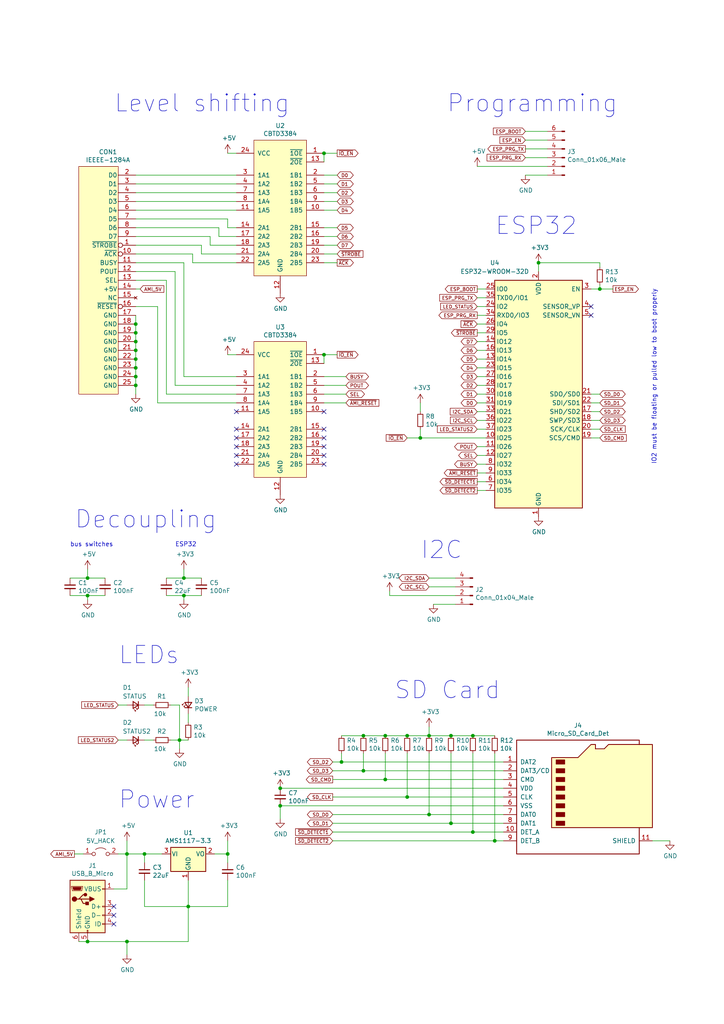
<source format=kicad_sch>
(kicad_sch (version 20211123) (generator eeschema)

  (uuid a75230e0-8cf2-42fb-ba14-1fce7916782b)

  (paper "A4" portrait)

  (title_block
    (title "ImpBox32")
    (rev "2")
    (company "by KaiN / LMC")
    (comment 1 "A fruit of collaboration between R3D and LMC")
  )

  (lib_symbols
    (symbol "Connector:Conn_01x04_Male" (pin_names (offset 1.016) hide) (in_bom yes) (on_board yes)
      (property "Reference" "J" (id 0) (at 0 5.08 0)
        (effects (font (size 1.27 1.27)))
      )
      (property "Value" "Conn_01x04_Male" (id 1) (at 0 -7.62 0)
        (effects (font (size 1.27 1.27)))
      )
      (property "Footprint" "" (id 2) (at 0 0 0)
        (effects (font (size 1.27 1.27)) hide)
      )
      (property "Datasheet" "~" (id 3) (at 0 0 0)
        (effects (font (size 1.27 1.27)) hide)
      )
      (property "ki_keywords" "connector" (id 4) (at 0 0 0)
        (effects (font (size 1.27 1.27)) hide)
      )
      (property "ki_description" "Generic connector, single row, 01x04, script generated (kicad-library-utils/schlib/autogen/connector/)" (id 5) (at 0 0 0)
        (effects (font (size 1.27 1.27)) hide)
      )
      (property "ki_fp_filters" "Connector*:*_1x??_*" (id 6) (at 0 0 0)
        (effects (font (size 1.27 1.27)) hide)
      )
      (symbol "Conn_01x04_Male_1_1"
        (polyline
          (pts
            (xy 1.27 -5.08)
            (xy 0.8636 -5.08)
          )
          (stroke (width 0.1524) (type default) (color 0 0 0 0))
          (fill (type none))
        )
        (polyline
          (pts
            (xy 1.27 -2.54)
            (xy 0.8636 -2.54)
          )
          (stroke (width 0.1524) (type default) (color 0 0 0 0))
          (fill (type none))
        )
        (polyline
          (pts
            (xy 1.27 0)
            (xy 0.8636 0)
          )
          (stroke (width 0.1524) (type default) (color 0 0 0 0))
          (fill (type none))
        )
        (polyline
          (pts
            (xy 1.27 2.54)
            (xy 0.8636 2.54)
          )
          (stroke (width 0.1524) (type default) (color 0 0 0 0))
          (fill (type none))
        )
        (rectangle (start 0.8636 -4.953) (end 0 -5.207)
          (stroke (width 0.1524) (type default) (color 0 0 0 0))
          (fill (type outline))
        )
        (rectangle (start 0.8636 -2.413) (end 0 -2.667)
          (stroke (width 0.1524) (type default) (color 0 0 0 0))
          (fill (type outline))
        )
        (rectangle (start 0.8636 0.127) (end 0 -0.127)
          (stroke (width 0.1524) (type default) (color 0 0 0 0))
          (fill (type outline))
        )
        (rectangle (start 0.8636 2.667) (end 0 2.413)
          (stroke (width 0.1524) (type default) (color 0 0 0 0))
          (fill (type outline))
        )
        (pin passive line (at 5.08 2.54 180) (length 3.81)
          (name "Pin_1" (effects (font (size 1.27 1.27))))
          (number "1" (effects (font (size 1.27 1.27))))
        )
        (pin passive line (at 5.08 0 180) (length 3.81)
          (name "Pin_2" (effects (font (size 1.27 1.27))))
          (number "2" (effects (font (size 1.27 1.27))))
        )
        (pin passive line (at 5.08 -2.54 180) (length 3.81)
          (name "Pin_3" (effects (font (size 1.27 1.27))))
          (number "3" (effects (font (size 1.27 1.27))))
        )
        (pin passive line (at 5.08 -5.08 180) (length 3.81)
          (name "Pin_4" (effects (font (size 1.27 1.27))))
          (number "4" (effects (font (size 1.27 1.27))))
        )
      )
    )
    (symbol "Connector:Conn_01x06_Male" (pin_names (offset 1.016) hide) (in_bom yes) (on_board yes)
      (property "Reference" "J" (id 0) (at 0 7.62 0)
        (effects (font (size 1.27 1.27)))
      )
      (property "Value" "Conn_01x06_Male" (id 1) (at 0 -10.16 0)
        (effects (font (size 1.27 1.27)))
      )
      (property "Footprint" "" (id 2) (at 0 0 0)
        (effects (font (size 1.27 1.27)) hide)
      )
      (property "Datasheet" "~" (id 3) (at 0 0 0)
        (effects (font (size 1.27 1.27)) hide)
      )
      (property "ki_keywords" "connector" (id 4) (at 0 0 0)
        (effects (font (size 1.27 1.27)) hide)
      )
      (property "ki_description" "Generic connector, single row, 01x06, script generated (kicad-library-utils/schlib/autogen/connector/)" (id 5) (at 0 0 0)
        (effects (font (size 1.27 1.27)) hide)
      )
      (property "ki_fp_filters" "Connector*:*_1x??_*" (id 6) (at 0 0 0)
        (effects (font (size 1.27 1.27)) hide)
      )
      (symbol "Conn_01x06_Male_1_1"
        (polyline
          (pts
            (xy 1.27 -7.62)
            (xy 0.8636 -7.62)
          )
          (stroke (width 0.1524) (type default) (color 0 0 0 0))
          (fill (type none))
        )
        (polyline
          (pts
            (xy 1.27 -5.08)
            (xy 0.8636 -5.08)
          )
          (stroke (width 0.1524) (type default) (color 0 0 0 0))
          (fill (type none))
        )
        (polyline
          (pts
            (xy 1.27 -2.54)
            (xy 0.8636 -2.54)
          )
          (stroke (width 0.1524) (type default) (color 0 0 0 0))
          (fill (type none))
        )
        (polyline
          (pts
            (xy 1.27 0)
            (xy 0.8636 0)
          )
          (stroke (width 0.1524) (type default) (color 0 0 0 0))
          (fill (type none))
        )
        (polyline
          (pts
            (xy 1.27 2.54)
            (xy 0.8636 2.54)
          )
          (stroke (width 0.1524) (type default) (color 0 0 0 0))
          (fill (type none))
        )
        (polyline
          (pts
            (xy 1.27 5.08)
            (xy 0.8636 5.08)
          )
          (stroke (width 0.1524) (type default) (color 0 0 0 0))
          (fill (type none))
        )
        (rectangle (start 0.8636 -7.493) (end 0 -7.747)
          (stroke (width 0.1524) (type default) (color 0 0 0 0))
          (fill (type outline))
        )
        (rectangle (start 0.8636 -4.953) (end 0 -5.207)
          (stroke (width 0.1524) (type default) (color 0 0 0 0))
          (fill (type outline))
        )
        (rectangle (start 0.8636 -2.413) (end 0 -2.667)
          (stroke (width 0.1524) (type default) (color 0 0 0 0))
          (fill (type outline))
        )
        (rectangle (start 0.8636 0.127) (end 0 -0.127)
          (stroke (width 0.1524) (type default) (color 0 0 0 0))
          (fill (type outline))
        )
        (rectangle (start 0.8636 2.667) (end 0 2.413)
          (stroke (width 0.1524) (type default) (color 0 0 0 0))
          (fill (type outline))
        )
        (rectangle (start 0.8636 5.207) (end 0 4.953)
          (stroke (width 0.1524) (type default) (color 0 0 0 0))
          (fill (type outline))
        )
        (pin passive line (at 5.08 5.08 180) (length 3.81)
          (name "Pin_1" (effects (font (size 1.27 1.27))))
          (number "1" (effects (font (size 1.27 1.27))))
        )
        (pin passive line (at 5.08 2.54 180) (length 3.81)
          (name "Pin_2" (effects (font (size 1.27 1.27))))
          (number "2" (effects (font (size 1.27 1.27))))
        )
        (pin passive line (at 5.08 0 180) (length 3.81)
          (name "Pin_3" (effects (font (size 1.27 1.27))))
          (number "3" (effects (font (size 1.27 1.27))))
        )
        (pin passive line (at 5.08 -2.54 180) (length 3.81)
          (name "Pin_4" (effects (font (size 1.27 1.27))))
          (number "4" (effects (font (size 1.27 1.27))))
        )
        (pin passive line (at 5.08 -5.08 180) (length 3.81)
          (name "Pin_5" (effects (font (size 1.27 1.27))))
          (number "5" (effects (font (size 1.27 1.27))))
        )
        (pin passive line (at 5.08 -7.62 180) (length 3.81)
          (name "Pin_6" (effects (font (size 1.27 1.27))))
          (number "6" (effects (font (size 1.27 1.27))))
        )
      )
    )
    (symbol "Connector:Micro_SD_Card_Det" (pin_names (offset 1.016)) (in_bom yes) (on_board yes)
      (property "Reference" "J" (id 0) (at -16.51 17.78 0)
        (effects (font (size 1.27 1.27)))
      )
      (property "Value" "Micro_SD_Card_Det" (id 1) (at 16.51 17.78 0)
        (effects (font (size 1.27 1.27)) (justify right))
      )
      (property "Footprint" "" (id 2) (at 52.07 17.78 0)
        (effects (font (size 1.27 1.27)) hide)
      )
      (property "Datasheet" "https://www.hirose.com/product/en/download_file/key_name/DM3/category/Catalog/doc_file_id/49662/?file_category_id=4&item_id=195&is_series=1" (id 3) (at 0 2.54 0)
        (effects (font (size 1.27 1.27)) hide)
      )
      (property "ki_keywords" "connector SD microsd" (id 4) (at 0 0 0)
        (effects (font (size 1.27 1.27)) hide)
      )
      (property "ki_description" "Micro SD Card Socket with card detection pins" (id 5) (at 0 0 0)
        (effects (font (size 1.27 1.27)) hide)
      )
      (property "ki_fp_filters" "microSD*" (id 6) (at 0 0 0)
        (effects (font (size 1.27 1.27)) hide)
      )
      (symbol "Micro_SD_Card_Det_0_1"
        (rectangle (start -7.62 -6.985) (end -5.08 -8.255)
          (stroke (width 0) (type default) (color 0 0 0 0))
          (fill (type outline))
        )
        (rectangle (start -7.62 -4.445) (end -5.08 -5.715)
          (stroke (width 0) (type default) (color 0 0 0 0))
          (fill (type outline))
        )
        (rectangle (start -7.62 -1.905) (end -5.08 -3.175)
          (stroke (width 0) (type default) (color 0 0 0 0))
          (fill (type outline))
        )
        (rectangle (start -7.62 0.635) (end -5.08 -0.635)
          (stroke (width 0) (type default) (color 0 0 0 0))
          (fill (type outline))
        )
        (rectangle (start -7.62 3.175) (end -5.08 1.905)
          (stroke (width 0) (type default) (color 0 0 0 0))
          (fill (type outline))
        )
        (rectangle (start -7.62 5.715) (end -5.08 4.445)
          (stroke (width 0) (type default) (color 0 0 0 0))
          (fill (type outline))
        )
        (rectangle (start -7.62 8.255) (end -5.08 6.985)
          (stroke (width 0) (type default) (color 0 0 0 0))
          (fill (type outline))
        )
        (rectangle (start -7.62 10.795) (end -5.08 9.525)
          (stroke (width 0) (type default) (color 0 0 0 0))
          (fill (type outline))
        )
        (polyline
          (pts
            (xy 16.51 15.24)
            (xy 16.51 16.51)
            (xy -19.05 16.51)
            (xy -19.05 -16.51)
            (xy 16.51 -16.51)
            (xy 16.51 -8.89)
          )
          (stroke (width 0.254) (type default) (color 0 0 0 0))
          (fill (type none))
        )
        (polyline
          (pts
            (xy -8.89 -8.89)
            (xy -8.89 11.43)
            (xy -1.27 11.43)
            (xy 2.54 15.24)
            (xy 3.81 15.24)
            (xy 3.81 13.97)
            (xy 6.35 13.97)
            (xy 7.62 15.24)
            (xy 20.32 15.24)
            (xy 20.32 -8.89)
            (xy -8.89 -8.89)
          )
          (stroke (width 0.254) (type default) (color 0 0 0 0))
          (fill (type background))
        )
      )
      (symbol "Micro_SD_Card_Det_1_1"
        (pin bidirectional line (at -22.86 10.16 0) (length 3.81)
          (name "DAT2" (effects (font (size 1.27 1.27))))
          (number "1" (effects (font (size 1.27 1.27))))
        )
        (pin passive line (at -22.86 -10.16 0) (length 3.81)
          (name "DET_A" (effects (font (size 1.27 1.27))))
          (number "10" (effects (font (size 1.27 1.27))))
        )
        (pin passive line (at 20.32 -12.7 180) (length 3.81)
          (name "SHIELD" (effects (font (size 1.27 1.27))))
          (number "11" (effects (font (size 1.27 1.27))))
        )
        (pin bidirectional line (at -22.86 7.62 0) (length 3.81)
          (name "DAT3/CD" (effects (font (size 1.27 1.27))))
          (number "2" (effects (font (size 1.27 1.27))))
        )
        (pin input line (at -22.86 5.08 0) (length 3.81)
          (name "CMD" (effects (font (size 1.27 1.27))))
          (number "3" (effects (font (size 1.27 1.27))))
        )
        (pin power_in line (at -22.86 2.54 0) (length 3.81)
          (name "VDD" (effects (font (size 1.27 1.27))))
          (number "4" (effects (font (size 1.27 1.27))))
        )
        (pin input line (at -22.86 0 0) (length 3.81)
          (name "CLK" (effects (font (size 1.27 1.27))))
          (number "5" (effects (font (size 1.27 1.27))))
        )
        (pin power_in line (at -22.86 -2.54 0) (length 3.81)
          (name "VSS" (effects (font (size 1.27 1.27))))
          (number "6" (effects (font (size 1.27 1.27))))
        )
        (pin bidirectional line (at -22.86 -5.08 0) (length 3.81)
          (name "DAT0" (effects (font (size 1.27 1.27))))
          (number "7" (effects (font (size 1.27 1.27))))
        )
        (pin bidirectional line (at -22.86 -7.62 0) (length 3.81)
          (name "DAT1" (effects (font (size 1.27 1.27))))
          (number "8" (effects (font (size 1.27 1.27))))
        )
        (pin passive line (at -22.86 -12.7 0) (length 3.81)
          (name "DET_B" (effects (font (size 1.27 1.27))))
          (number "9" (effects (font (size 1.27 1.27))))
        )
      )
    )
    (symbol "Connector:USB_B_Micro" (pin_names (offset 1.016)) (in_bom yes) (on_board yes)
      (property "Reference" "J" (id 0) (at -5.08 11.43 0)
        (effects (font (size 1.27 1.27)) (justify left))
      )
      (property "Value" "USB_B_Micro" (id 1) (at -5.08 8.89 0)
        (effects (font (size 1.27 1.27)) (justify left))
      )
      (property "Footprint" "" (id 2) (at 3.81 -1.27 0)
        (effects (font (size 1.27 1.27)) hide)
      )
      (property "Datasheet" "~" (id 3) (at 3.81 -1.27 0)
        (effects (font (size 1.27 1.27)) hide)
      )
      (property "ki_keywords" "connector USB micro" (id 4) (at 0 0 0)
        (effects (font (size 1.27 1.27)) hide)
      )
      (property "ki_description" "USB Micro Type B connector" (id 5) (at 0 0 0)
        (effects (font (size 1.27 1.27)) hide)
      )
      (property "ki_fp_filters" "USB*" (id 6) (at 0 0 0)
        (effects (font (size 1.27 1.27)) hide)
      )
      (symbol "USB_B_Micro_0_1"
        (rectangle (start -5.08 -7.62) (end 5.08 7.62)
          (stroke (width 0.254) (type default) (color 0 0 0 0))
          (fill (type background))
        )
        (circle (center -3.81 2.159) (radius 0.635)
          (stroke (width 0.254) (type default) (color 0 0 0 0))
          (fill (type outline))
        )
        (circle (center -0.635 3.429) (radius 0.381)
          (stroke (width 0.254) (type default) (color 0 0 0 0))
          (fill (type outline))
        )
        (rectangle (start -0.127 -7.62) (end 0.127 -6.858)
          (stroke (width 0) (type default) (color 0 0 0 0))
          (fill (type none))
        )
        (polyline
          (pts
            (xy -1.905 2.159)
            (xy 0.635 2.159)
          )
          (stroke (width 0.254) (type default) (color 0 0 0 0))
          (fill (type none))
        )
        (polyline
          (pts
            (xy -3.175 2.159)
            (xy -2.54 2.159)
            (xy -1.27 3.429)
            (xy -0.635 3.429)
          )
          (stroke (width 0.254) (type default) (color 0 0 0 0))
          (fill (type none))
        )
        (polyline
          (pts
            (xy -2.54 2.159)
            (xy -1.905 2.159)
            (xy -1.27 0.889)
            (xy 0 0.889)
          )
          (stroke (width 0.254) (type default) (color 0 0 0 0))
          (fill (type none))
        )
        (polyline
          (pts
            (xy 0.635 2.794)
            (xy 0.635 1.524)
            (xy 1.905 2.159)
            (xy 0.635 2.794)
          )
          (stroke (width 0.254) (type default) (color 0 0 0 0))
          (fill (type outline))
        )
        (polyline
          (pts
            (xy -4.318 5.588)
            (xy -1.778 5.588)
            (xy -2.032 4.826)
            (xy -4.064 4.826)
            (xy -4.318 5.588)
          )
          (stroke (width 0) (type default) (color 0 0 0 0))
          (fill (type outline))
        )
        (polyline
          (pts
            (xy -4.699 5.842)
            (xy -4.699 5.588)
            (xy -4.445 4.826)
            (xy -4.445 4.572)
            (xy -1.651 4.572)
            (xy -1.651 4.826)
            (xy -1.397 5.588)
            (xy -1.397 5.842)
            (xy -4.699 5.842)
          )
          (stroke (width 0) (type default) (color 0 0 0 0))
          (fill (type none))
        )
        (rectangle (start 0.254 1.27) (end -0.508 0.508)
          (stroke (width 0.254) (type default) (color 0 0 0 0))
          (fill (type outline))
        )
        (rectangle (start 5.08 -5.207) (end 4.318 -4.953)
          (stroke (width 0) (type default) (color 0 0 0 0))
          (fill (type none))
        )
        (rectangle (start 5.08 -2.667) (end 4.318 -2.413)
          (stroke (width 0) (type default) (color 0 0 0 0))
          (fill (type none))
        )
        (rectangle (start 5.08 -0.127) (end 4.318 0.127)
          (stroke (width 0) (type default) (color 0 0 0 0))
          (fill (type none))
        )
        (rectangle (start 5.08 4.953) (end 4.318 5.207)
          (stroke (width 0) (type default) (color 0 0 0 0))
          (fill (type none))
        )
      )
      (symbol "USB_B_Micro_1_1"
        (pin power_out line (at 7.62 5.08 180) (length 2.54)
          (name "VBUS" (effects (font (size 1.27 1.27))))
          (number "1" (effects (font (size 1.27 1.27))))
        )
        (pin bidirectional line (at 7.62 -2.54 180) (length 2.54)
          (name "D-" (effects (font (size 1.27 1.27))))
          (number "2" (effects (font (size 1.27 1.27))))
        )
        (pin bidirectional line (at 7.62 0 180) (length 2.54)
          (name "D+" (effects (font (size 1.27 1.27))))
          (number "3" (effects (font (size 1.27 1.27))))
        )
        (pin passive line (at 7.62 -5.08 180) (length 2.54)
          (name "ID" (effects (font (size 1.27 1.27))))
          (number "4" (effects (font (size 1.27 1.27))))
        )
        (pin power_out line (at 0 -10.16 90) (length 2.54)
          (name "GND" (effects (font (size 1.27 1.27))))
          (number "5" (effects (font (size 1.27 1.27))))
        )
        (pin passive line (at -2.54 -10.16 90) (length 2.54)
          (name "Shield" (effects (font (size 1.27 1.27))))
          (number "6" (effects (font (size 1.27 1.27))))
        )
      )
    )
    (symbol "Device:C_Small" (pin_numbers hide) (pin_names (offset 0.254) hide) (in_bom yes) (on_board yes)
      (property "Reference" "C" (id 0) (at 0.254 1.778 0)
        (effects (font (size 1.27 1.27)) (justify left))
      )
      (property "Value" "C_Small" (id 1) (at 0.254 -2.032 0)
        (effects (font (size 1.27 1.27)) (justify left))
      )
      (property "Footprint" "" (id 2) (at 0 0 0)
        (effects (font (size 1.27 1.27)) hide)
      )
      (property "Datasheet" "~" (id 3) (at 0 0 0)
        (effects (font (size 1.27 1.27)) hide)
      )
      (property "ki_keywords" "capacitor cap" (id 4) (at 0 0 0)
        (effects (font (size 1.27 1.27)) hide)
      )
      (property "ki_description" "Unpolarized capacitor, small symbol" (id 5) (at 0 0 0)
        (effects (font (size 1.27 1.27)) hide)
      )
      (property "ki_fp_filters" "C_*" (id 6) (at 0 0 0)
        (effects (font (size 1.27 1.27)) hide)
      )
      (symbol "C_Small_0_1"
        (polyline
          (pts
            (xy -1.524 -0.508)
            (xy 1.524 -0.508)
          )
          (stroke (width 0.3302) (type default) (color 0 0 0 0))
          (fill (type none))
        )
        (polyline
          (pts
            (xy -1.524 0.508)
            (xy 1.524 0.508)
          )
          (stroke (width 0.3048) (type default) (color 0 0 0 0))
          (fill (type none))
        )
      )
      (symbol "C_Small_1_1"
        (pin passive line (at 0 2.54 270) (length 2.032)
          (name "~" (effects (font (size 1.27 1.27))))
          (number "1" (effects (font (size 1.27 1.27))))
        )
        (pin passive line (at 0 -2.54 90) (length 2.032)
          (name "~" (effects (font (size 1.27 1.27))))
          (number "2" (effects (font (size 1.27 1.27))))
        )
      )
    )
    (symbol "Device:LED_Small" (pin_numbers hide) (pin_names (offset 0.254) hide) (in_bom yes) (on_board yes)
      (property "Reference" "D" (id 0) (at -1.27 3.175 0)
        (effects (font (size 1.27 1.27)) (justify left))
      )
      (property "Value" "LED_Small" (id 1) (at -4.445 -2.54 0)
        (effects (font (size 1.27 1.27)) (justify left))
      )
      (property "Footprint" "" (id 2) (at 0 0 90)
        (effects (font (size 1.27 1.27)) hide)
      )
      (property "Datasheet" "~" (id 3) (at 0 0 90)
        (effects (font (size 1.27 1.27)) hide)
      )
      (property "ki_keywords" "LED diode light-emitting-diode" (id 4) (at 0 0 0)
        (effects (font (size 1.27 1.27)) hide)
      )
      (property "ki_description" "Light emitting diode, small symbol" (id 5) (at 0 0 0)
        (effects (font (size 1.27 1.27)) hide)
      )
      (property "ki_fp_filters" "LED* LED_SMD:* LED_THT:*" (id 6) (at 0 0 0)
        (effects (font (size 1.27 1.27)) hide)
      )
      (symbol "LED_Small_0_1"
        (polyline
          (pts
            (xy -0.762 -1.016)
            (xy -0.762 1.016)
          )
          (stroke (width 0.254) (type default) (color 0 0 0 0))
          (fill (type none))
        )
        (polyline
          (pts
            (xy 1.016 0)
            (xy -0.762 0)
          )
          (stroke (width 0) (type default) (color 0 0 0 0))
          (fill (type none))
        )
        (polyline
          (pts
            (xy 0.762 -1.016)
            (xy -0.762 0)
            (xy 0.762 1.016)
            (xy 0.762 -1.016)
          )
          (stroke (width 0.254) (type default) (color 0 0 0 0))
          (fill (type none))
        )
        (polyline
          (pts
            (xy 0 0.762)
            (xy -0.508 1.27)
            (xy -0.254 1.27)
            (xy -0.508 1.27)
            (xy -0.508 1.016)
          )
          (stroke (width 0) (type default) (color 0 0 0 0))
          (fill (type none))
        )
        (polyline
          (pts
            (xy 0.508 1.27)
            (xy 0 1.778)
            (xy 0.254 1.778)
            (xy 0 1.778)
            (xy 0 1.524)
          )
          (stroke (width 0) (type default) (color 0 0 0 0))
          (fill (type none))
        )
      )
      (symbol "LED_Small_1_1"
        (pin passive line (at -2.54 0 0) (length 1.778)
          (name "K" (effects (font (size 1.27 1.27))))
          (number "1" (effects (font (size 1.27 1.27))))
        )
        (pin passive line (at 2.54 0 180) (length 1.778)
          (name "A" (effects (font (size 1.27 1.27))))
          (number "2" (effects (font (size 1.27 1.27))))
        )
      )
    )
    (symbol "Device:R_Small" (pin_numbers hide) (pin_names (offset 0.254) hide) (in_bom yes) (on_board yes)
      (property "Reference" "R" (id 0) (at 0.762 0.508 0)
        (effects (font (size 1.27 1.27)) (justify left))
      )
      (property "Value" "R_Small" (id 1) (at 0.762 -1.016 0)
        (effects (font (size 1.27 1.27)) (justify left))
      )
      (property "Footprint" "" (id 2) (at 0 0 0)
        (effects (font (size 1.27 1.27)) hide)
      )
      (property "Datasheet" "~" (id 3) (at 0 0 0)
        (effects (font (size 1.27 1.27)) hide)
      )
      (property "ki_keywords" "R resistor" (id 4) (at 0 0 0)
        (effects (font (size 1.27 1.27)) hide)
      )
      (property "ki_description" "Resistor, small symbol" (id 5) (at 0 0 0)
        (effects (font (size 1.27 1.27)) hide)
      )
      (property "ki_fp_filters" "R_*" (id 6) (at 0 0 0)
        (effects (font (size 1.27 1.27)) hide)
      )
      (symbol "R_Small_0_1"
        (rectangle (start -0.762 1.778) (end 0.762 -1.778)
          (stroke (width 0.2032) (type default) (color 0 0 0 0))
          (fill (type none))
        )
      )
      (symbol "R_Small_1_1"
        (pin passive line (at 0 2.54 270) (length 0.762)
          (name "~" (effects (font (size 1.27 1.27))))
          (number "1" (effects (font (size 1.27 1.27))))
        )
        (pin passive line (at 0 -2.54 90) (length 0.762)
          (name "~" (effects (font (size 1.27 1.27))))
          (number "2" (effects (font (size 1.27 1.27))))
        )
      )
    )
    (symbol "Jumper:Jumper_2_Open" (pin_names (offset 0) hide) (in_bom yes) (on_board yes)
      (property "Reference" "JP" (id 0) (at 0 2.794 0)
        (effects (font (size 1.27 1.27)))
      )
      (property "Value" "Jumper_2_Open" (id 1) (at 0 -2.286 0)
        (effects (font (size 1.27 1.27)))
      )
      (property "Footprint" "" (id 2) (at 0 0 0)
        (effects (font (size 1.27 1.27)) hide)
      )
      (property "Datasheet" "~" (id 3) (at 0 0 0)
        (effects (font (size 1.27 1.27)) hide)
      )
      (property "ki_keywords" "Jumper SPST" (id 4) (at 0 0 0)
        (effects (font (size 1.27 1.27)) hide)
      )
      (property "ki_description" "Jumper, 2-pole, open" (id 5) (at 0 0 0)
        (effects (font (size 1.27 1.27)) hide)
      )
      (property "ki_fp_filters" "Jumper* TestPoint*2Pads* TestPoint*Bridge*" (id 6) (at 0 0 0)
        (effects (font (size 1.27 1.27)) hide)
      )
      (symbol "Jumper_2_Open_0_0"
        (circle (center -2.032 0) (radius 0.508)
          (stroke (width 0) (type default) (color 0 0 0 0))
          (fill (type none))
        )
        (circle (center 2.032 0) (radius 0.508)
          (stroke (width 0) (type default) (color 0 0 0 0))
          (fill (type none))
        )
      )
      (symbol "Jumper_2_Open_0_1"
        (arc (start 1.524 1.27) (mid 0 1.778) (end -1.524 1.27)
          (stroke (width 0) (type default) (color 0 0 0 0))
          (fill (type none))
        )
      )
      (symbol "Jumper_2_Open_1_1"
        (pin passive line (at -5.08 0 0) (length 2.54)
          (name "A" (effects (font (size 1.27 1.27))))
          (number "1" (effects (font (size 1.27 1.27))))
        )
        (pin passive line (at 5.08 0 180) (length 2.54)
          (name "B" (effects (font (size 1.27 1.27))))
          (number "2" (effects (font (size 1.27 1.27))))
        )
      )
    )
    (symbol "Regulator_Linear:AMS1117-3.3" (pin_names (offset 0.254)) (in_bom yes) (on_board yes)
      (property "Reference" "U" (id 0) (at -3.81 3.175 0)
        (effects (font (size 1.27 1.27)))
      )
      (property "Value" "AMS1117-3.3" (id 1) (at 0 3.175 0)
        (effects (font (size 1.27 1.27)) (justify left))
      )
      (property "Footprint" "Package_TO_SOT_SMD:SOT-223-3_TabPin2" (id 2) (at 0 5.08 0)
        (effects (font (size 1.27 1.27)) hide)
      )
      (property "Datasheet" "http://www.advanced-monolithic.com/pdf/ds1117.pdf" (id 3) (at 2.54 -6.35 0)
        (effects (font (size 1.27 1.27)) hide)
      )
      (property "ki_keywords" "linear regulator ldo fixed positive" (id 4) (at 0 0 0)
        (effects (font (size 1.27 1.27)) hide)
      )
      (property "ki_description" "1A Low Dropout regulator, positive, 3.3V fixed output, SOT-223" (id 5) (at 0 0 0)
        (effects (font (size 1.27 1.27)) hide)
      )
      (property "ki_fp_filters" "SOT?223*TabPin2*" (id 6) (at 0 0 0)
        (effects (font (size 1.27 1.27)) hide)
      )
      (symbol "AMS1117-3.3_0_1"
        (rectangle (start -5.08 -5.08) (end 5.08 1.905)
          (stroke (width 0.254) (type default) (color 0 0 0 0))
          (fill (type background))
        )
      )
      (symbol "AMS1117-3.3_1_1"
        (pin power_in line (at 0 -7.62 90) (length 2.54)
          (name "GND" (effects (font (size 1.27 1.27))))
          (number "1" (effects (font (size 1.27 1.27))))
        )
        (pin power_out line (at 7.62 0 180) (length 2.54)
          (name "VO" (effects (font (size 1.27 1.27))))
          (number "2" (effects (font (size 1.27 1.27))))
        )
        (pin power_in line (at -7.62 0 0) (length 2.54)
          (name "VI" (effects (font (size 1.27 1.27))))
          (number "3" (effects (font (size 1.27 1.27))))
        )
      )
    )
    (symbol "plipesp:CBTD3384" (pin_names (offset 1.016)) (in_bom yes) (on_board yes)
      (property "Reference" "U" (id 0) (at 0 16.51 0)
        (effects (font (size 1.27 1.27)))
      )
      (property "Value" "CBTD3384" (id 1) (at 0 13.97 0)
        (effects (font (size 1.27 1.27)))
      )
      (property "Footprint" "" (id 2) (at -1.27 -2.54 0)
        (effects (font (size 1.27 1.27)) hide)
      )
      (property "Datasheet" "" (id 3) (at -1.27 -2.54 0)
        (effects (font (size 1.27 1.27)) hide)
      )
      (symbol "CBTD3384_0_1"
        (rectangle (start -7.62 12.7) (end 7.62 -26.67)
          (stroke (width 0) (type default) (color 0 0 0 0))
          (fill (type background))
        )
      )
      (symbol "CBTD3384_1_1"
        (pin input line (at 12.7 8.89 180) (length 5.08)
          (name "~{1OE}" (effects (font (size 1.27 1.27))))
          (number "1" (effects (font (size 1.27 1.27))))
        )
        (pin bidirectional line (at 12.7 -7.62 180) (length 5.08)
          (name "1B5" (effects (font (size 1.27 1.27))))
          (number "10" (effects (font (size 1.27 1.27))))
        )
        (pin bidirectional line (at -12.7 -7.62 0) (length 5.08)
          (name "1A5" (effects (font (size 1.27 1.27))))
          (number "11" (effects (font (size 1.27 1.27))))
        )
        (pin power_in line (at 0 -31.75 90) (length 5.08)
          (name "GND" (effects (font (size 1.27 1.27))))
          (number "12" (effects (font (size 1.27 1.27))))
        )
        (pin input line (at 12.7 6.35 180) (length 5.08)
          (name "~{2OE}" (effects (font (size 1.27 1.27))))
          (number "13" (effects (font (size 1.27 1.27))))
        )
        (pin bidirectional line (at -12.7 -12.7 0) (length 5.08)
          (name "2A1" (effects (font (size 1.27 1.27))))
          (number "14" (effects (font (size 1.27 1.27))))
        )
        (pin bidirectional line (at 12.7 -12.7 180) (length 5.08)
          (name "2B1" (effects (font (size 1.27 1.27))))
          (number "15" (effects (font (size 1.27 1.27))))
        )
        (pin bidirectional line (at 12.7 -15.24 180) (length 5.08)
          (name "2B2" (effects (font (size 1.27 1.27))))
          (number "16" (effects (font (size 1.27 1.27))))
        )
        (pin bidirectional line (at -12.7 -15.24 0) (length 5.08)
          (name "2A2" (effects (font (size 1.27 1.27))))
          (number "17" (effects (font (size 1.27 1.27))))
        )
        (pin bidirectional line (at -12.7 -17.78 0) (length 5.08)
          (name "2A3" (effects (font (size 1.27 1.27))))
          (number "18" (effects (font (size 1.27 1.27))))
        )
        (pin bidirectional line (at 12.7 -17.78 180) (length 5.08)
          (name "2B3" (effects (font (size 1.27 1.27))))
          (number "19" (effects (font (size 1.27 1.27))))
        )
        (pin bidirectional line (at 12.7 2.54 180) (length 5.08)
          (name "1B1" (effects (font (size 1.27 1.27))))
          (number "2" (effects (font (size 1.27 1.27))))
        )
        (pin bidirectional line (at 12.7 -20.32 180) (length 5.08)
          (name "2B4" (effects (font (size 1.27 1.27))))
          (number "20" (effects (font (size 1.27 1.27))))
        )
        (pin bidirectional line (at -12.7 -20.32 0) (length 5.08)
          (name "2A4" (effects (font (size 1.27 1.27))))
          (number "21" (effects (font (size 1.27 1.27))))
        )
        (pin bidirectional line (at -12.7 -22.86 0) (length 5.08)
          (name "2A5" (effects (font (size 1.27 1.27))))
          (number "22" (effects (font (size 1.27 1.27))))
        )
        (pin bidirectional line (at 12.7 -22.86 180) (length 5.08)
          (name "2B5" (effects (font (size 1.27 1.27))))
          (number "23" (effects (font (size 1.27 1.27))))
        )
        (pin power_in line (at -12.7 8.89 0) (length 5.08)
          (name "VCC" (effects (font (size 1.27 1.27))))
          (number "24" (effects (font (size 1.27 1.27))))
        )
        (pin bidirectional line (at -12.7 2.54 0) (length 5.08)
          (name "1A1" (effects (font (size 1.27 1.27))))
          (number "3" (effects (font (size 1.27 1.27))))
        )
        (pin bidirectional line (at -12.7 0 0) (length 5.08)
          (name "1A2" (effects (font (size 1.27 1.27))))
          (number "4" (effects (font (size 1.27 1.27))))
        )
        (pin bidirectional line (at 12.7 0 180) (length 5.08)
          (name "1B2" (effects (font (size 1.27 1.27))))
          (number "5" (effects (font (size 1.27 1.27))))
        )
        (pin bidirectional line (at 12.7 -2.54 180) (length 5.08)
          (name "1B3" (effects (font (size 1.27 1.27))))
          (number "6" (effects (font (size 1.27 1.27))))
        )
        (pin bidirectional line (at -12.7 -2.54 0) (length 5.08)
          (name "1A3" (effects (font (size 1.27 1.27))))
          (number "7" (effects (font (size 1.27 1.27))))
        )
        (pin bidirectional line (at -12.7 -5.08 0) (length 5.08)
          (name "1A4" (effects (font (size 1.27 1.27))))
          (number "8" (effects (font (size 1.27 1.27))))
        )
        (pin bidirectional line (at 12.7 -5.08 180) (length 5.08)
          (name "1B4" (effects (font (size 1.27 1.27))))
          (number "9" (effects (font (size 1.27 1.27))))
        )
      )
    )
    (symbol "plipesp:ESP32-WROOM-32D" (in_bom yes) (on_board yes)
      (property "Reference" "U" (id 0) (at -12.7 34.29 0)
        (effects (font (size 1.27 1.27)) (justify left))
      )
      (property "Value" "ESP32-WROOM-32D" (id 1) (at 1.27 34.29 0)
        (effects (font (size 1.27 1.27)) (justify left))
      )
      (property "Footprint" "RF_Module:ESP32-WROOM-32" (id 2) (at 0 -38.1 0)
        (effects (font (size 1.27 1.27)) hide)
      )
      (property "Datasheet" "https://www.espressif.com/sites/default/files/documentation/esp32-wroom-32d_esp32-wroom-32u_datasheet_en.pdf" (id 3) (at 7.62 1.27 0)
        (effects (font (size 1.27 1.27)) hide)
      )
      (property "ki_keywords" "RF Radio BT ESP ESP32 Espressif onboard PCB antenna" (id 4) (at 0 0 0)
        (effects (font (size 1.27 1.27)) hide)
      )
      (property "ki_description" "RF Module, ESP32-D0WD SoC, Wi-Fi 802.11b/g/n, Bluetooth, BLE, 32-bit, 2.7-3.6V, onboard antenna, SMD" (id 5) (at 0 0 0)
        (effects (font (size 1.27 1.27)) hide)
      )
      (property "ki_fp_filters" "ESP32?WROOM?32*" (id 6) (at 0 0 0)
        (effects (font (size 1.27 1.27)) hide)
      )
      (symbol "ESP32-WROOM-32D_0_1"
        (rectangle (start -12.7 33.02) (end 12.7 -33.02)
          (stroke (width 0.254) (type default) (color 0 0 0 0))
          (fill (type background))
        )
      )
      (symbol "ESP32-WROOM-32D_1_1"
        (pin power_in line (at 0 -35.56 90) (length 2.54)
          (name "GND" (effects (font (size 1.27 1.27))))
          (number "1" (effects (font (size 1.27 1.27))))
        )
        (pin bidirectional line (at -15.24 -12.7 0) (length 2.54)
          (name "IO25" (effects (font (size 1.27 1.27))))
          (number "10" (effects (font (size 1.27 1.27))))
        )
        (pin bidirectional line (at -15.24 -15.24 0) (length 2.54)
          (name "IO26" (effects (font (size 1.27 1.27))))
          (number "11" (effects (font (size 1.27 1.27))))
        )
        (pin bidirectional line (at -15.24 -17.78 0) (length 2.54)
          (name "IO27" (effects (font (size 1.27 1.27))))
          (number "12" (effects (font (size 1.27 1.27))))
        )
        (pin bidirectional line (at -15.24 10.16 0) (length 2.54)
          (name "IO14" (effects (font (size 1.27 1.27))))
          (number "13" (effects (font (size 1.27 1.27))))
        )
        (pin bidirectional line (at -15.24 15.24 0) (length 2.54)
          (name "IO12" (effects (font (size 1.27 1.27))))
          (number "14" (effects (font (size 1.27 1.27))))
        )
        (pin passive line (at 0 -35.56 90) (length 2.54) hide
          (name "GND" (effects (font (size 1.27 1.27))))
          (number "15" (effects (font (size 1.27 1.27))))
        )
        (pin bidirectional line (at -15.24 12.7 0) (length 2.54)
          (name "IO13" (effects (font (size 1.27 1.27))))
          (number "16" (effects (font (size 1.27 1.27))))
        )
        (pin bidirectional line (at 15.24 -5.08 180) (length 2.54)
          (name "SHD/SD2" (effects (font (size 1.27 1.27))))
          (number "17" (effects (font (size 1.27 1.27))))
        )
        (pin bidirectional line (at 15.24 -7.62 180) (length 2.54)
          (name "SWP/SD3" (effects (font (size 1.27 1.27))))
          (number "18" (effects (font (size 1.27 1.27))))
        )
        (pin bidirectional line (at 15.24 -12.7 180) (length 2.54)
          (name "SCS/CMD" (effects (font (size 1.27 1.27))))
          (number "19" (effects (font (size 1.27 1.27))))
        )
        (pin power_in line (at 0 35.56 270) (length 2.54)
          (name "VDD" (effects (font (size 1.27 1.27))))
          (number "2" (effects (font (size 1.27 1.27))))
        )
        (pin bidirectional line (at 15.24 -10.16 180) (length 2.54)
          (name "SCK/CLK" (effects (font (size 1.27 1.27))))
          (number "20" (effects (font (size 1.27 1.27))))
        )
        (pin bidirectional line (at 15.24 0 180) (length 2.54)
          (name "SDO/SD0" (effects (font (size 1.27 1.27))))
          (number "21" (effects (font (size 1.27 1.27))))
        )
        (pin bidirectional line (at 15.24 -2.54 180) (length 2.54)
          (name "SDI/SD1" (effects (font (size 1.27 1.27))))
          (number "22" (effects (font (size 1.27 1.27))))
        )
        (pin bidirectional line (at -15.24 7.62 0) (length 2.54)
          (name "IO15" (effects (font (size 1.27 1.27))))
          (number "23" (effects (font (size 1.27 1.27))))
        )
        (pin bidirectional line (at -15.24 25.4 0) (length 2.54)
          (name "IO2" (effects (font (size 1.27 1.27))))
          (number "24" (effects (font (size 1.27 1.27))))
        )
        (pin bidirectional line (at -15.24 30.48 0) (length 2.54)
          (name "IO0" (effects (font (size 1.27 1.27))))
          (number "25" (effects (font (size 1.27 1.27))))
        )
        (pin bidirectional line (at -15.24 20.32 0) (length 2.54)
          (name "IO4" (effects (font (size 1.27 1.27))))
          (number "26" (effects (font (size 1.27 1.27))))
        )
        (pin bidirectional line (at -15.24 5.08 0) (length 2.54)
          (name "IO16" (effects (font (size 1.27 1.27))))
          (number "27" (effects (font (size 1.27 1.27))))
        )
        (pin bidirectional line (at -15.24 2.54 0) (length 2.54)
          (name "IO17" (effects (font (size 1.27 1.27))))
          (number "28" (effects (font (size 1.27 1.27))))
        )
        (pin bidirectional line (at -15.24 17.78 0) (length 2.54)
          (name "IO5" (effects (font (size 1.27 1.27))))
          (number "29" (effects (font (size 1.27 1.27))))
        )
        (pin input line (at 15.24 30.48 180) (length 2.54)
          (name "EN" (effects (font (size 1.27 1.27))))
          (number "3" (effects (font (size 1.27 1.27))))
        )
        (pin bidirectional line (at -15.24 0 0) (length 2.54)
          (name "IO18" (effects (font (size 1.27 1.27))))
          (number "30" (effects (font (size 1.27 1.27))))
        )
        (pin bidirectional line (at -15.24 -2.54 0) (length 2.54)
          (name "IO19" (effects (font (size 1.27 1.27))))
          (number "31" (effects (font (size 1.27 1.27))))
        )
        (pin no_connect line (at 12.7 -27.94 180) (length 2.54) hide
          (name "NC" (effects (font (size 1.27 1.27))))
          (number "32" (effects (font (size 1.27 1.27))))
        )
        (pin bidirectional line (at -15.24 -5.08 0) (length 2.54)
          (name "IO21" (effects (font (size 1.27 1.27))))
          (number "33" (effects (font (size 1.27 1.27))))
        )
        (pin bidirectional line (at -15.24 22.86 0) (length 2.54)
          (name "RXD0/IO3" (effects (font (size 1.27 1.27))))
          (number "34" (effects (font (size 1.27 1.27))))
        )
        (pin bidirectional line (at -15.24 27.94 0) (length 2.54)
          (name "TXD0/IO1" (effects (font (size 1.27 1.27))))
          (number "35" (effects (font (size 1.27 1.27))))
        )
        (pin bidirectional line (at -15.24 -7.62 0) (length 2.54)
          (name "IO22" (effects (font (size 1.27 1.27))))
          (number "36" (effects (font (size 1.27 1.27))))
        )
        (pin bidirectional line (at -15.24 -10.16 0) (length 2.54)
          (name "IO23" (effects (font (size 1.27 1.27))))
          (number "37" (effects (font (size 1.27 1.27))))
        )
        (pin passive line (at 0 -35.56 90) (length 2.54) hide
          (name "GND" (effects (font (size 1.27 1.27))))
          (number "38" (effects (font (size 1.27 1.27))))
        )
        (pin passive line (at 0 -35.56 90) (length 2.54) hide
          (name "GND" (effects (font (size 1.27 1.27))))
          (number "39" (effects (font (size 1.27 1.27))))
        )
        (pin input line (at 15.24 25.4 180) (length 2.54)
          (name "SENSOR_VP" (effects (font (size 1.27 1.27))))
          (number "4" (effects (font (size 1.27 1.27))))
        )
        (pin input line (at 15.24 22.86 180) (length 2.54)
          (name "SENSOR_VN" (effects (font (size 1.27 1.27))))
          (number "5" (effects (font (size 1.27 1.27))))
        )
        (pin input line (at -15.24 -25.4 0) (length 2.54)
          (name "IO34" (effects (font (size 1.27 1.27))))
          (number "6" (effects (font (size 1.27 1.27))))
        )
        (pin input line (at -15.24 -27.94 0) (length 2.54)
          (name "IO35" (effects (font (size 1.27 1.27))))
          (number "7" (effects (font (size 1.27 1.27))))
        )
        (pin bidirectional line (at -15.24 -20.32 0) (length 2.54)
          (name "IO32" (effects (font (size 1.27 1.27))))
          (number "8" (effects (font (size 1.27 1.27))))
        )
        (pin bidirectional line (at -15.24 -22.86 0) (length 2.54)
          (name "IO33" (effects (font (size 1.27 1.27))))
          (number "9" (effects (font (size 1.27 1.27))))
        )
      )
    )
    (symbol "plipesp:IEEEE-1284A" (pin_names (offset 0.254)) (in_bom yes) (on_board yes)
      (property "Reference" "CON" (id 0) (at -5.08 34.29 0)
        (effects (font (size 1.27 1.27)) (justify left))
      )
      (property "Value" "IEEEE-1284A" (id 1) (at 0 -34.29 0)
        (effects (font (size 1.27 1.27)))
      )
      (property "Footprint" "" (id 2) (at 3.5052 15.24 0)
        (effects (font (size 1.27 1.27)))
      )
      (property "Datasheet" "" (id 3) (at 2.54 19.05 0)
        (effects (font (size 1.27 1.27)))
      )
      (property "ki_fp_filters" "parallel" (id 4) (at 0 0 0)
        (effects (font (size 1.27 1.27)) hide)
      )
      (symbol "IEEEE-1284A_0_1"
        (rectangle (start 6.35 33.02) (end -5.08 -33.02)
          (stroke (width 0) (type default) (color 0 0 0 0))
          (fill (type background))
        )
      )
      (symbol "IEEEE-1284A_1_1"
        (pin output inverted (at 11.43 10.16 180) (length 5.08)
          (name "~{STROBE}" (effects (font (size 1.27 1.27))))
          (number "1" (effects (font (size 1.27 1.27))))
        )
        (pin input inverted (at 11.43 7.62 180) (length 5.08)
          (name "~{ACK}" (effects (font (size 1.27 1.27))))
          (number "10" (effects (font (size 1.27 1.27))))
        )
        (pin bidirectional line (at 11.43 5.08 180) (length 5.08)
          (name "BUSY" (effects (font (size 1.27 1.27))))
          (number "11" (effects (font (size 1.27 1.27))))
        )
        (pin bidirectional line (at 11.43 2.54 180) (length 5.08)
          (name "POUT" (effects (font (size 1.27 1.27))))
          (number "12" (effects (font (size 1.27 1.27))))
        )
        (pin bidirectional line (at 11.43 0 180) (length 5.08)
          (name "SEL" (effects (font (size 1.27 1.27))))
          (number "13" (effects (font (size 1.27 1.27))))
        )
        (pin passive line (at 11.43 -2.54 180) (length 5.08)
          (name "+5V" (effects (font (size 1.27 1.27))))
          (number "14" (effects (font (size 1.27 1.27))))
        )
        (pin no_connect line (at 11.43 -5.08 180) (length 5.08)
          (name "NC" (effects (font (size 1.27 1.27))))
          (number "15" (effects (font (size 1.27 1.27))))
        )
        (pin output inverted (at 11.43 -7.62 180) (length 5.08)
          (name "~{RESET}" (effects (font (size 1.27 1.27))))
          (number "16" (effects (font (size 1.27 1.27))))
        )
        (pin passive line (at 11.43 -10.16 180) (length 5.08)
          (name "GND" (effects (font (size 1.27 1.27))))
          (number "17" (effects (font (size 1.27 1.27))))
        )
        (pin passive line (at 11.43 -12.7 180) (length 5.08)
          (name "GND" (effects (font (size 1.27 1.27))))
          (number "18" (effects (font (size 1.27 1.27))))
        )
        (pin passive line (at 11.43 -15.24 180) (length 5.08)
          (name "GND" (effects (font (size 1.27 1.27))))
          (number "19" (effects (font (size 1.27 1.27))))
        )
        (pin bidirectional line (at 11.43 30.48 180) (length 5.08)
          (name "D0" (effects (font (size 1.27 1.27))))
          (number "2" (effects (font (size 1.27 1.27))))
        )
        (pin passive line (at 11.43 -17.78 180) (length 5.08)
          (name "GND" (effects (font (size 1.27 1.27))))
          (number "20" (effects (font (size 1.27 1.27))))
        )
        (pin passive line (at 11.43 -20.32 180) (length 5.08)
          (name "GND" (effects (font (size 1.27 1.27))))
          (number "21" (effects (font (size 1.27 1.27))))
        )
        (pin passive line (at 11.43 -22.86 180) (length 5.08)
          (name "GND" (effects (font (size 1.27 1.27))))
          (number "22" (effects (font (size 1.27 1.27))))
        )
        (pin passive line (at 11.43 -25.4 180) (length 5.08)
          (name "GND" (effects (font (size 1.27 1.27))))
          (number "23" (effects (font (size 1.27 1.27))))
        )
        (pin passive line (at 11.43 -27.94 180) (length 5.08)
          (name "GND" (effects (font (size 1.27 1.27))))
          (number "24" (effects (font (size 1.27 1.27))))
        )
        (pin passive line (at 11.43 -30.48 180) (length 5.08)
          (name "GND" (effects (font (size 1.27 1.27))))
          (number "25" (effects (font (size 1.27 1.27))))
        )
        (pin bidirectional line (at 11.43 27.94 180) (length 5.08)
          (name "D1" (effects (font (size 1.27 1.27))))
          (number "3" (effects (font (size 1.27 1.27))))
        )
        (pin bidirectional line (at 11.43 25.4 180) (length 5.08)
          (name "D2" (effects (font (size 1.27 1.27))))
          (number "4" (effects (font (size 1.27 1.27))))
        )
        (pin bidirectional line (at 11.43 22.86 180) (length 5.08)
          (name "D3" (effects (font (size 1.27 1.27))))
          (number "5" (effects (font (size 1.27 1.27))))
        )
        (pin bidirectional line (at 11.43 20.32 180) (length 5.08)
          (name "D4" (effects (font (size 1.27 1.27))))
          (number "6" (effects (font (size 1.27 1.27))))
        )
        (pin bidirectional line (at 11.43 17.78 180) (length 5.08)
          (name "D5" (effects (font (size 1.27 1.27))))
          (number "7" (effects (font (size 1.27 1.27))))
        )
        (pin bidirectional line (at 11.43 15.24 180) (length 5.08)
          (name "D6" (effects (font (size 1.27 1.27))))
          (number "8" (effects (font (size 1.27 1.27))))
        )
        (pin bidirectional line (at 11.43 12.7 180) (length 5.08)
          (name "D7" (effects (font (size 1.27 1.27))))
          (number "9" (effects (font (size 1.27 1.27))))
        )
      )
    )
    (symbol "power:+3.3V" (power) (pin_names (offset 0)) (in_bom yes) (on_board yes)
      (property "Reference" "#PWR" (id 0) (at 0 -3.81 0)
        (effects (font (size 1.27 1.27)) hide)
      )
      (property "Value" "+3.3V" (id 1) (at 0 3.556 0)
        (effects (font (size 1.27 1.27)))
      )
      (property "Footprint" "" (id 2) (at 0 0 0)
        (effects (font (size 1.27 1.27)) hide)
      )
      (property "Datasheet" "" (id 3) (at 0 0 0)
        (effects (font (size 1.27 1.27)) hide)
      )
      (property "ki_keywords" "power-flag" (id 4) (at 0 0 0)
        (effects (font (size 1.27 1.27)) hide)
      )
      (property "ki_description" "Power symbol creates a global label with name \"+3.3V\"" (id 5) (at 0 0 0)
        (effects (font (size 1.27 1.27)) hide)
      )
      (symbol "+3.3V_0_1"
        (polyline
          (pts
            (xy -0.762 1.27)
            (xy 0 2.54)
          )
          (stroke (width 0) (type default) (color 0 0 0 0))
          (fill (type none))
        )
        (polyline
          (pts
            (xy 0 0)
            (xy 0 2.54)
          )
          (stroke (width 0) (type default) (color 0 0 0 0))
          (fill (type none))
        )
        (polyline
          (pts
            (xy 0 2.54)
            (xy 0.762 1.27)
          )
          (stroke (width 0) (type default) (color 0 0 0 0))
          (fill (type none))
        )
      )
      (symbol "+3.3V_1_1"
        (pin power_in line (at 0 0 90) (length 0) hide
          (name "+3V3" (effects (font (size 1.27 1.27))))
          (number "1" (effects (font (size 1.27 1.27))))
        )
      )
    )
    (symbol "power:+5V" (power) (pin_names (offset 0)) (in_bom yes) (on_board yes)
      (property "Reference" "#PWR" (id 0) (at 0 -3.81 0)
        (effects (font (size 1.27 1.27)) hide)
      )
      (property "Value" "+5V" (id 1) (at 0 3.556 0)
        (effects (font (size 1.27 1.27)))
      )
      (property "Footprint" "" (id 2) (at 0 0 0)
        (effects (font (size 1.27 1.27)) hide)
      )
      (property "Datasheet" "" (id 3) (at 0 0 0)
        (effects (font (size 1.27 1.27)) hide)
      )
      (property "ki_keywords" "power-flag" (id 4) (at 0 0 0)
        (effects (font (size 1.27 1.27)) hide)
      )
      (property "ki_description" "Power symbol creates a global label with name \"+5V\"" (id 5) (at 0 0 0)
        (effects (font (size 1.27 1.27)) hide)
      )
      (symbol "+5V_0_1"
        (polyline
          (pts
            (xy -0.762 1.27)
            (xy 0 2.54)
          )
          (stroke (width 0) (type default) (color 0 0 0 0))
          (fill (type none))
        )
        (polyline
          (pts
            (xy 0 0)
            (xy 0 2.54)
          )
          (stroke (width 0) (type default) (color 0 0 0 0))
          (fill (type none))
        )
        (polyline
          (pts
            (xy 0 2.54)
            (xy 0.762 1.27)
          )
          (stroke (width 0) (type default) (color 0 0 0 0))
          (fill (type none))
        )
      )
      (symbol "+5V_1_1"
        (pin power_in line (at 0 0 90) (length 0) hide
          (name "+5V" (effects (font (size 1.27 1.27))))
          (number "1" (effects (font (size 1.27 1.27))))
        )
      )
    )
    (symbol "power:GND" (power) (pin_names (offset 0)) (in_bom yes) (on_board yes)
      (property "Reference" "#PWR" (id 0) (at 0 -6.35 0)
        (effects (font (size 1.27 1.27)) hide)
      )
      (property "Value" "GND" (id 1) (at 0 -3.81 0)
        (effects (font (size 1.27 1.27)))
      )
      (property "Footprint" "" (id 2) (at 0 0 0)
        (effects (font (size 1.27 1.27)) hide)
      )
      (property "Datasheet" "" (id 3) (at 0 0 0)
        (effects (font (size 1.27 1.27)) hide)
      )
      (property "ki_keywords" "power-flag" (id 4) (at 0 0 0)
        (effects (font (size 1.27 1.27)) hide)
      )
      (property "ki_description" "Power symbol creates a global label with name \"GND\" , ground" (id 5) (at 0 0 0)
        (effects (font (size 1.27 1.27)) hide)
      )
      (symbol "GND_0_1"
        (polyline
          (pts
            (xy 0 0)
            (xy 0 -1.27)
            (xy 1.27 -1.27)
            (xy 0 -2.54)
            (xy -1.27 -1.27)
            (xy 0 -1.27)
          )
          (stroke (width 0) (type default) (color 0 0 0 0))
          (fill (type none))
        )
      )
      (symbol "GND_1_1"
        (pin power_in line (at 0 0 270) (length 0) hide
          (name "GND" (effects (font (size 1.27 1.27))))
          (number "1" (effects (font (size 1.27 1.27))))
        )
      )
    )
  )

  (junction (at 81.28 233.68) (diameter 0) (color 0 0 0 0)
    (uuid 0027860f-b4a5-4036-b090-9d4b11e46190)
  )
  (junction (at 137.16 213.36) (diameter 0) (color 0 0 0 0)
    (uuid 0b08f89a-7296-4eea-90d7-97aa40950bf8)
  )
  (junction (at 52.07 214.63) (diameter 0) (color 0 0 0 0)
    (uuid 1deab773-3695-4cea-acc2-71fcb2458a02)
  )
  (junction (at 53.34 172.72) (diameter 0) (color 0 0 0 0)
    (uuid 215349e8-7f7e-48b0-8fa5-2365629cb545)
  )
  (junction (at 130.81 238.76) (diameter 0) (color 0 0 0 0)
    (uuid 24080146-7b24-4117-a163-92cbadf3ddce)
  )
  (junction (at 93.98 44.45) (diameter 0) (color 0 0 0 0)
    (uuid 24b8db42-3534-48a6-bb85-81cdf6bb709b)
  )
  (junction (at 39.37 96.52) (diameter 0) (color 0 0 0 0)
    (uuid 2e8eb320-e4e8-4583-91a1-943f7c43d3be)
  )
  (junction (at 124.46 236.22) (diameter 0) (color 0 0 0 0)
    (uuid 2fb936b2-205a-458a-9f48-99c3a31c52c5)
  )
  (junction (at 66.04 247.65) (diameter 0) (color 0 0 0 0)
    (uuid 3075ee9e-2e24-49e4-be95-01dc92c10b68)
  )
  (junction (at 39.37 106.68) (diameter 0) (color 0 0 0 0)
    (uuid 360ba542-9735-4df6-9044-18487b28ee8c)
  )
  (junction (at 111.76 213.36) (diameter 0) (color 0 0 0 0)
    (uuid 3855a1c2-5f45-4c4c-be55-467c2093540d)
  )
  (junction (at 54.61 262.89) (diameter 0) (color 0 0 0 0)
    (uuid 3df220a1-5327-46c3-933b-a10272f6532e)
  )
  (junction (at 39.37 93.98) (diameter 0) (color 0 0 0 0)
    (uuid 45c7da21-624b-4195-81d8-62212fc8c1bd)
  )
  (junction (at 105.41 223.52) (diameter 0) (color 0 0 0 0)
    (uuid 48d60964-443c-4a58-bfd4-2b1ad99ff1bb)
  )
  (junction (at 130.81 213.36) (diameter 0) (color 0 0 0 0)
    (uuid 5071ca64-359d-44bb-bfca-116ed5d66351)
  )
  (junction (at 111.76 226.06) (diameter 0) (color 0 0 0 0)
    (uuid 568a98fd-7b1e-442c-8ab9-e7a8e1b9d08a)
  )
  (junction (at 36.83 247.65) (diameter 0) (color 0 0 0 0)
    (uuid 58f722c7-b727-4460-ba44-f49ef4ddcd0e)
  )
  (junction (at 143.51 243.84) (diameter 0) (color 0 0 0 0)
    (uuid 59c0fd6e-0550-4f46-8e63-e3e5352ea9ea)
  )
  (junction (at 39.37 109.22) (diameter 0) (color 0 0 0 0)
    (uuid 5ef9b162-53af-4e6e-9635-095db75da236)
  )
  (junction (at 156.21 76.2) (diameter 0) (color 0 0 0 0)
    (uuid 5fc6485a-ba74-4aba-a033-bca0860774af)
  )
  (junction (at 124.46 213.36) (diameter 0) (color 0 0 0 0)
    (uuid 6eadfbe3-7b22-4ade-ac24-7d5a93677f49)
  )
  (junction (at 39.37 104.14) (diameter 0) (color 0 0 0 0)
    (uuid 7c11519e-ff60-47a6-94c7-be25e8387005)
  )
  (junction (at 121.92 127) (diameter 0) (color 0 0 0 0)
    (uuid 806051da-370a-4e09-97a5-151fd6377245)
  )
  (junction (at 25.4 273.05) (diameter 0) (color 0 0 0 0)
    (uuid 8d041629-1b2d-45ec-92b5-f442d8cce777)
  )
  (junction (at 118.11 213.36) (diameter 0) (color 0 0 0 0)
    (uuid 8d5ca3f2-5540-4c21-ae0d-68877c9ed10f)
  )
  (junction (at 39.37 111.76) (diameter 0) (color 0 0 0 0)
    (uuid 9438ed25-8e9e-49d9-9688-cbcb7ad46525)
  )
  (junction (at 99.06 220.98) (diameter 0) (color 0 0 0 0)
    (uuid 974417d6-ac38-4e8d-aaf7-d49886ae448e)
  )
  (junction (at 105.41 213.36) (diameter 0) (color 0 0 0 0)
    (uuid 9a6ceac8-6030-4ca4-9bb3-908a552b42b8)
  )
  (junction (at 25.4 167.64) (diameter 0) (color 0 0 0 0)
    (uuid 9adc867e-72bb-4d13-897a-eedf5c4e0897)
  )
  (junction (at 39.37 101.6) (diameter 0) (color 0 0 0 0)
    (uuid ae85291e-8492-450e-a1e8-df221811a853)
  )
  (junction (at 137.16 241.3) (diameter 0) (color 0 0 0 0)
    (uuid bad8f01b-f1d5-4ff5-98ac-18fb246181a7)
  )
  (junction (at 39.37 99.06) (diameter 0) (color 0 0 0 0)
    (uuid cb8ed55d-ea83-4c11-a087-63903cef0427)
  )
  (junction (at 41.91 247.65) (diameter 0) (color 0 0 0 0)
    (uuid ce1aafb7-445e-4260-930d-57d301f95253)
  )
  (junction (at 25.4 172.72) (diameter 0) (color 0 0 0 0)
    (uuid e5bad1e5-2b33-4639-a820-e5d59b16bffd)
  )
  (junction (at 118.11 231.14) (diameter 0) (color 0 0 0 0)
    (uuid e8405104-ad83-4525-b51c-13358b9f50eb)
  )
  (junction (at 36.83 273.05) (diameter 0) (color 0 0 0 0)
    (uuid ebd03acb-f9a1-4bbc-af7e-18d489c93c9d)
  )
  (junction (at 93.98 102.87) (diameter 0) (color 0 0 0 0)
    (uuid ed4fd613-b1e8-4bf8-baf2-85497eb69f3c)
  )
  (junction (at 53.34 167.64) (diameter 0) (color 0 0 0 0)
    (uuid f098169a-d982-4774-803b-a4db3c63ba4a)
  )
  (junction (at 173.99 83.82) (diameter 0) (color 0 0 0 0)
    (uuid f1ae5a16-b4cb-4f5e-985f-c7acf00d35ee)
  )
  (junction (at 81.28 228.6) (diameter 0) (color 0 0 0 0)
    (uuid f9df7bda-e6c8-490e-ba47-4f9014bee9cc)
  )

  (no_connect (at 68.58 127) (uuid 24375f26-4a28-4b91-ad94-771e4dfa1430))
  (no_connect (at 68.58 134.62) (uuid 2fd82b12-f3b6-47d2-8b51-30e37dac467e))
  (no_connect (at 33.02 262.89) (uuid 39a595e6-9515-45ed-9a73-59e35b199beb))
  (no_connect (at 171.45 91.44) (uuid 42678cfc-f773-4e23-bfed-ed521f4825b9))
  (no_connect (at 171.45 88.9) (uuid 585e91c0-0514-42cb-83d2-9069b460a6ba))
  (no_connect (at 33.02 267.97) (uuid 59ee021a-7f3b-41cf-8943-aca6ef458ead))
  (no_connect (at 68.58 129.54) (uuid 630fe09b-edf3-4de4-bc11-e57a9c137374))
  (no_connect (at 33.02 265.43) (uuid 6631f465-e091-4ed4-af08-e9962569495e))
  (no_connect (at 93.98 134.62) (uuid 7b2d6e86-b375-4fcb-ac65-56394616733d))
  (no_connect (at 68.58 119.38) (uuid 88808228-c96b-4527-bf5a-0c833484887e))
  (no_connect (at 68.58 124.46) (uuid 953dfbe4-8169-410a-93ae-3b1fd6720d50))
  (no_connect (at 93.98 119.38) (uuid b3a071a8-8afc-4596-a9fa-23ba0ef3fc02))
  (no_connect (at 93.98 127) (uuid c3dbff0d-8954-4d7f-9428-024ce9aa7bee))
  (no_connect (at 68.58 132.08) (uuid d036235e-35c5-498b-b2fe-8fa3948436c1))
  (no_connect (at 93.98 129.54) (uuid d5ff7e36-ef27-4e74-ae50-410ef19773b3))
  (no_connect (at 93.98 124.46) (uuid d8b88e4b-8a2c-4342-bf1d-4651748afb41))
  (no_connect (at 93.98 132.08) (uuid f90bf354-6b50-4ac9-8355-0316ddfcbb40))

  (wire (pts (xy 41.91 255.27) (xy 41.91 262.89))
    (stroke (width 0) (type default) (color 0 0 0 0))
    (uuid 01c9dce5-7c0a-4b26-b7a6-d207eca5e8db)
  )
  (wire (pts (xy 97.79 102.87) (xy 93.98 102.87))
    (stroke (width 0) (type default) (color 0 0 0 0))
    (uuid 020523a9-c54e-4936-83a9-09ce93084b7f)
  )
  (wire (pts (xy 96.52 220.98) (xy 99.06 220.98))
    (stroke (width 0) (type default) (color 0 0 0 0))
    (uuid 02cf68e1-f30d-4551-965b-a2a4deaf6b73)
  )
  (wire (pts (xy 34.29 204.47) (xy 36.83 204.47))
    (stroke (width 0) (type default) (color 0 0 0 0))
    (uuid 0338003a-452a-4b02-9a47-f8b892649f09)
  )
  (wire (pts (xy 130.81 238.76) (xy 146.05 238.76))
    (stroke (width 0) (type default) (color 0 0 0 0))
    (uuid 03f01349-9e8d-4d8c-8bb0-870772d51a2e)
  )
  (wire (pts (xy 53.34 109.22) (xy 68.58 109.22))
    (stroke (width 0) (type default) (color 0 0 0 0))
    (uuid 045b5be4-3e6d-4e77-85fc-783612a867ac)
  )
  (wire (pts (xy 138.43 101.6) (xy 140.97 101.6))
    (stroke (width 0) (type default) (color 0 0 0 0))
    (uuid 060c8451-ea2c-4cbc-a990-dab8f0377911)
  )
  (wire (pts (xy 36.83 273.05) (xy 54.61 273.05))
    (stroke (width 0) (type default) (color 0 0 0 0))
    (uuid 065aba24-e653-4fc5-b87d-fed069d091ab)
  )
  (wire (pts (xy 41.91 214.63) (xy 44.45 214.63))
    (stroke (width 0) (type default) (color 0 0 0 0))
    (uuid 06cc1b13-06c4-4677-86ca-862be287593a)
  )
  (wire (pts (xy 118.11 218.44) (xy 118.11 231.14))
    (stroke (width 0) (type default) (color 0 0 0 0))
    (uuid 07409fa8-21d1-4df1-ada0-fa4f4f93a16a)
  )
  (wire (pts (xy 137.16 213.36) (xy 143.51 213.36))
    (stroke (width 0) (type default) (color 0 0 0 0))
    (uuid 0ad7ed8f-64c7-46c7-a059-e6fe2a603ad1)
  )
  (wire (pts (xy 121.92 124.46) (xy 121.92 127))
    (stroke (width 0) (type default) (color 0 0 0 0))
    (uuid 0ae440be-227b-421e-8595-e34602959593)
  )
  (wire (pts (xy 45.72 88.9) (xy 45.72 116.84))
    (stroke (width 0) (type default) (color 0 0 0 0))
    (uuid 0b02675e-e625-4343-89f4-dc5c9745eb2f)
  )
  (wire (pts (xy 39.37 101.6) (xy 39.37 104.14))
    (stroke (width 0) (type default) (color 0 0 0 0))
    (uuid 12e0deec-1253-45c2-a0a1-5919be9de6a6)
  )
  (wire (pts (xy 41.91 262.89) (xy 54.61 262.89))
    (stroke (width 0) (type default) (color 0 0 0 0))
    (uuid 12feab0f-ac13-421a-b6b2-697e50474572)
  )
  (wire (pts (xy 93.98 50.8) (xy 97.79 50.8))
    (stroke (width 0) (type default) (color 0 0 0 0))
    (uuid 162ae9c0-031b-4349-bba0-1ed963b6af1f)
  )
  (wire (pts (xy 93.98 55.88) (xy 97.79 55.88))
    (stroke (width 0) (type default) (color 0 0 0 0))
    (uuid 1728e6ca-7d1b-4cae-8994-33e303d07b1e)
  )
  (wire (pts (xy 54.61 214.63) (xy 52.07 214.63))
    (stroke (width 0) (type default) (color 0 0 0 0))
    (uuid 1babb8d7-c87d-44bb-b057-b51edbdf145c)
  )
  (wire (pts (xy 58.42 73.66) (xy 68.58 73.66))
    (stroke (width 0) (type default) (color 0 0 0 0))
    (uuid 1cd68454-3b9b-4e79-b7c2-c2f56a102076)
  )
  (wire (pts (xy 171.45 114.3) (xy 173.99 114.3))
    (stroke (width 0) (type default) (color 0 0 0 0))
    (uuid 1e52901a-9940-400f-90c5-60ac33072568)
  )
  (wire (pts (xy 173.99 124.46) (xy 171.45 124.46))
    (stroke (width 0) (type default) (color 0 0 0 0))
    (uuid 1e614850-a1dd-4a54-9e13-601e97688edc)
  )
  (wire (pts (xy 93.98 73.66) (xy 97.79 73.66))
    (stroke (width 0) (type default) (color 0 0 0 0))
    (uuid 207443f9-6a9a-4ca6-9d09-a59d9f936fe0)
  )
  (wire (pts (xy 39.37 55.88) (xy 68.58 55.88))
    (stroke (width 0) (type default) (color 0 0 0 0))
    (uuid 20b4bf72-5b96-4d03-96f8-7511fb712288)
  )
  (wire (pts (xy 173.99 82.55) (xy 173.99 83.82))
    (stroke (width 0) (type default) (color 0 0 0 0))
    (uuid 21616f3d-fb87-4aa4-93e8-3efb0503f72f)
  )
  (wire (pts (xy 105.41 213.36) (xy 111.76 213.36))
    (stroke (width 0) (type default) (color 0 0 0 0))
    (uuid 22bd2ee9-ec07-4c5f-b97c-e7f08d8341be)
  )
  (wire (pts (xy 53.34 167.64) (xy 58.42 167.64))
    (stroke (width 0) (type default) (color 0 0 0 0))
    (uuid 22d14718-6d28-45b7-8128-c4196e687791)
  )
  (wire (pts (xy 39.37 58.42) (xy 68.58 58.42))
    (stroke (width 0) (type default) (color 0 0 0 0))
    (uuid 22f6dc01-c1a1-43a4-b54a-5dd758f9cbe8)
  )
  (wire (pts (xy 66.04 63.5) (xy 66.04 66.04))
    (stroke (width 0) (type default) (color 0 0 0 0))
    (uuid 26f21ed3-0d22-4adc-bf2c-559f6fb44a3a)
  )
  (wire (pts (xy 143.51 218.44) (xy 143.51 243.84))
    (stroke (width 0) (type default) (color 0 0 0 0))
    (uuid 281314ef-261b-4efa-9314-6709818f9b76)
  )
  (wire (pts (xy 93.98 114.3) (xy 100.33 114.3))
    (stroke (width 0) (type default) (color 0 0 0 0))
    (uuid 2d9b7d05-d7ca-46f8-a70b-da425aad2994)
  )
  (wire (pts (xy 66.04 262.89) (xy 54.61 262.89))
    (stroke (width 0) (type default) (color 0 0 0 0))
    (uuid 2e30a031-fca8-41fc-9c61-351fc833c8b8)
  )
  (wire (pts (xy 105.41 223.52) (xy 146.05 223.52))
    (stroke (width 0) (type default) (color 0 0 0 0))
    (uuid 2e87bbb2-1722-459f-b292-dd1c147b9563)
  )
  (wire (pts (xy 124.46 218.44) (xy 124.46 236.22))
    (stroke (width 0) (type default) (color 0 0 0 0))
    (uuid 2f3abf38-80ae-4075-8164-a6208285fce8)
  )
  (wire (pts (xy 54.61 273.05) (xy 54.61 262.89))
    (stroke (width 0) (type default) (color 0 0 0 0))
    (uuid 2fbf5b8f-d1b4-4945-ada0-0988f3c4f9c7)
  )
  (wire (pts (xy 177.8 83.82) (xy 173.99 83.82))
    (stroke (width 0) (type default) (color 0 0 0 0))
    (uuid 30c7d0c9-e096-41f0-a938-cd1c5ba3391a)
  )
  (wire (pts (xy 25.4 172.72) (xy 25.4 173.99))
    (stroke (width 0) (type default) (color 0 0 0 0))
    (uuid 31a14e74-eeb0-418f-af99-1634985a9ae4)
  )
  (wire (pts (xy 93.98 102.87) (xy 93.98 105.41))
    (stroke (width 0) (type default) (color 0 0 0 0))
    (uuid 34073b76-145b-4f1c-a41c-e5425aea93ec)
  )
  (wire (pts (xy 138.43 114.3) (xy 140.97 114.3))
    (stroke (width 0) (type default) (color 0 0 0 0))
    (uuid 353e97be-cd87-411f-8f77-dfcbdf29e5cd)
  )
  (wire (pts (xy 66.04 250.19) (xy 66.04 247.65))
    (stroke (width 0) (type default) (color 0 0 0 0))
    (uuid 35c35199-e2c3-40c8-98a3-c391b51ad69d)
  )
  (wire (pts (xy 39.37 88.9) (xy 45.72 88.9))
    (stroke (width 0) (type default) (color 0 0 0 0))
    (uuid 3720be37-ea31-4869-af84-f20e6aee878b)
  )
  (wire (pts (xy 66.04 102.87) (xy 68.58 102.87))
    (stroke (width 0) (type default) (color 0 0 0 0))
    (uuid 38ac5745-000a-4b96-8122-e8cf608e6e00)
  )
  (wire (pts (xy 48.26 114.3) (xy 68.58 114.3))
    (stroke (width 0) (type default) (color 0 0 0 0))
    (uuid 3a9405ab-0303-43d0-9b75-fa42b00db787)
  )
  (wire (pts (xy 39.37 81.28) (xy 48.26 81.28))
    (stroke (width 0) (type default) (color 0 0 0 0))
    (uuid 3ab78598-b325-4b20-b231-f446ac67809d)
  )
  (wire (pts (xy 52.07 204.47) (xy 49.53 204.47))
    (stroke (width 0) (type default) (color 0 0 0 0))
    (uuid 3afd9658-c78d-449b-bea5-b62e2db4dcd2)
  )
  (wire (pts (xy 39.37 111.76) (xy 39.37 114.3))
    (stroke (width 0) (type default) (color 0 0 0 0))
    (uuid 3b754c4a-9f16-4467-b86e-d954179ef0e4)
  )
  (wire (pts (xy 124.46 236.22) (xy 146.05 236.22))
    (stroke (width 0) (type default) (color 0 0 0 0))
    (uuid 3da56bc8-d543-48ad-b973-b7dd9f68fe94)
  )
  (wire (pts (xy 39.37 104.14) (xy 39.37 106.68))
    (stroke (width 0) (type default) (color 0 0 0 0))
    (uuid 3dc88196-aa29-4ec9-8e07-9e4501d0e302)
  )
  (wire (pts (xy 138.43 121.92) (xy 140.97 121.92))
    (stroke (width 0) (type default) (color 0 0 0 0))
    (uuid 3e3dddcc-f2e8-487f-86fe-97da8f3791f6)
  )
  (wire (pts (xy 138.43 134.62) (xy 140.97 134.62))
    (stroke (width 0) (type default) (color 0 0 0 0))
    (uuid 4028c5e9-ad19-4844-84ec-b1fa2831869b)
  )
  (wire (pts (xy 173.99 119.38) (xy 171.45 119.38))
    (stroke (width 0) (type default) (color 0 0 0 0))
    (uuid 40a05f3e-2177-4d59-8a08-ce1d8155f22f)
  )
  (wire (pts (xy 48.26 172.72) (xy 53.34 172.72))
    (stroke (width 0) (type default) (color 0 0 0 0))
    (uuid 42193057-841c-41a5-b40d-443e4ad19507)
  )
  (wire (pts (xy 121.92 127) (xy 140.97 127))
    (stroke (width 0) (type default) (color 0 0 0 0))
    (uuid 42aeb342-d7a7-4f14-8a9b-bb4ba8435e7f)
  )
  (wire (pts (xy 36.83 243.84) (xy 36.83 247.65))
    (stroke (width 0) (type default) (color 0 0 0 0))
    (uuid 435a65e2-e8ff-49ef-bfed-ce28c6e40bab)
  )
  (wire (pts (xy 21.59 247.65) (xy 24.13 247.65))
    (stroke (width 0) (type default) (color 0 0 0 0))
    (uuid 45a116fa-e0c8-4ed2-a058-bafad1149334)
  )
  (wire (pts (xy 138.43 132.08) (xy 140.97 132.08))
    (stroke (width 0) (type default) (color 0 0 0 0))
    (uuid 4611f2ba-3241-4489-99ad-06907942e1b7)
  )
  (wire (pts (xy 96.52 231.14) (xy 118.11 231.14))
    (stroke (width 0) (type default) (color 0 0 0 0))
    (uuid 47b984d3-9e41-4bdc-a3b5-dfd0c9f657a5)
  )
  (wire (pts (xy 41.91 204.47) (xy 44.45 204.47))
    (stroke (width 0) (type default) (color 0 0 0 0))
    (uuid 4956dec2-9b1f-4f8e-a19d-38130ca3785d)
  )
  (wire (pts (xy 138.43 96.52) (xy 140.97 96.52))
    (stroke (width 0) (type default) (color 0 0 0 0))
    (uuid 49ed2097-43d2-4154-b575-07a2a4548772)
  )
  (wire (pts (xy 81.28 228.6) (xy 146.05 228.6))
    (stroke (width 0) (type default) (color 0 0 0 0))
    (uuid 4a1a101d-6f8f-409d-a37e-86196f054623)
  )
  (wire (pts (xy 25.4 172.72) (xy 30.48 172.72))
    (stroke (width 0) (type default) (color 0 0 0 0))
    (uuid 4a97d5f0-f036-4f12-938b-19064f2868b0)
  )
  (wire (pts (xy 39.37 50.8) (xy 68.58 50.8))
    (stroke (width 0) (type default) (color 0 0 0 0))
    (uuid 4c8c9afb-678e-43f7-a276-64cbd4d33991)
  )
  (wire (pts (xy 60.96 71.12) (xy 68.58 71.12))
    (stroke (width 0) (type default) (color 0 0 0 0))
    (uuid 4dcafc84-4a29-4a28-9084-85cf8230c62b)
  )
  (wire (pts (xy 93.98 71.12) (xy 97.79 71.12))
    (stroke (width 0) (type default) (color 0 0 0 0))
    (uuid 50a201ed-2fbe-4738-8b6b-c82b2d9286e5)
  )
  (wire (pts (xy 39.37 99.06) (xy 39.37 101.6))
    (stroke (width 0) (type default) (color 0 0 0 0))
    (uuid 53fc1e4b-a2d2-4a0c-8daf-ddfea3fbaa2b)
  )
  (wire (pts (xy 97.79 44.45) (xy 93.98 44.45))
    (stroke (width 0) (type default) (color 0 0 0 0))
    (uuid 5403210d-8f33-471f-8350-1fcb540b1537)
  )
  (wire (pts (xy 152.4 50.8) (xy 158.75 50.8))
    (stroke (width 0) (type default) (color 0 0 0 0))
    (uuid 598638b4-43cb-4b6c-a763-4f58114a5bca)
  )
  (wire (pts (xy 39.37 73.66) (xy 55.88 73.66))
    (stroke (width 0) (type default) (color 0 0 0 0))
    (uuid 5b828272-7757-4586-843c-7abc94d84ebc)
  )
  (wire (pts (xy 25.4 273.05) (xy 36.83 273.05))
    (stroke (width 0) (type default) (color 0 0 0 0))
    (uuid 5eca1015-3dcf-4c9c-b566-05d61288602c)
  )
  (wire (pts (xy 96.52 241.3) (xy 137.16 241.3))
    (stroke (width 0) (type default) (color 0 0 0 0))
    (uuid 5f533992-f0fa-4c7f-8a19-55979b875fed)
  )
  (wire (pts (xy 39.37 60.96) (xy 68.58 60.96))
    (stroke (width 0) (type default) (color 0 0 0 0))
    (uuid 5f8b17e2-223c-4df4-b3de-1af57db907b1)
  )
  (wire (pts (xy 111.76 218.44) (xy 111.76 226.06))
    (stroke (width 0) (type default) (color 0 0 0 0))
    (uuid 6556957c-e260-434d-8bd3-500e6b402282)
  )
  (wire (pts (xy 66.04 66.04) (xy 68.58 66.04))
    (stroke (width 0) (type default) (color 0 0 0 0))
    (uuid 671015fa-8f18-48f0-a988-d587edb26f89)
  )
  (wire (pts (xy 152.4 40.64) (xy 158.75 40.64))
    (stroke (width 0) (type default) (color 0 0 0 0))
    (uuid 676a1629-574d-4330-a8fd-c289d47594d0)
  )
  (wire (pts (xy 62.23 247.65) (xy 66.04 247.65))
    (stroke (width 0) (type default) (color 0 0 0 0))
    (uuid 679337b2-2038-4275-b800-06b49cd4d1bd)
  )
  (wire (pts (xy 189.23 243.84) (xy 194.31 243.84))
    (stroke (width 0) (type default) (color 0 0 0 0))
    (uuid 694d01d3-8af9-4121-aece-b9cbec4aa94a)
  )
  (wire (pts (xy 53.34 172.72) (xy 58.42 172.72))
    (stroke (width 0) (type default) (color 0 0 0 0))
    (uuid 69ecb6d6-ef63-468e-b88d-00556d6489b0)
  )
  (wire (pts (xy 124.46 167.64) (xy 132.08 167.64))
    (stroke (width 0) (type default) (color 0 0 0 0))
    (uuid 6b830205-3d25-4544-beb0-bb38d4690418)
  )
  (wire (pts (xy 39.37 68.58) (xy 60.96 68.58))
    (stroke (width 0) (type default) (color 0 0 0 0))
    (uuid 6c5601db-0253-4b86-a8ae-220c2f31c4ac)
  )
  (wire (pts (xy 138.43 119.38) (xy 140.97 119.38))
    (stroke (width 0) (type default) (color 0 0 0 0))
    (uuid 6d0c1dd7-371d-44e5-af31-aa1211ceb73e)
  )
  (wire (pts (xy 152.4 38.1) (xy 158.75 38.1))
    (stroke (width 0) (type default) (color 0 0 0 0))
    (uuid 6fe1d482-d666-44ec-b053-f94e7809b6ad)
  )
  (wire (pts (xy 138.43 86.36) (xy 140.97 86.36))
    (stroke (width 0) (type default) (color 0 0 0 0))
    (uuid 704872d5-7e2c-4bcd-9e68-1ef34398946f)
  )
  (wire (pts (xy 138.43 106.68) (xy 140.97 106.68))
    (stroke (width 0) (type default) (color 0 0 0 0))
    (uuid 704d0eac-79ef-4f4a-915b-272ce497df27)
  )
  (wire (pts (xy 39.37 106.68) (xy 39.37 109.22))
    (stroke (width 0) (type default) (color 0 0 0 0))
    (uuid 70ba429a-8085-40e5-88a9-a30d023c2976)
  )
  (wire (pts (xy 66.04 255.27) (xy 66.04 262.89))
    (stroke (width 0) (type default) (color 0 0 0 0))
    (uuid 71c59c1e-1cc4-4881-96a7-73c44f77332c)
  )
  (wire (pts (xy 55.88 76.2) (xy 68.58 76.2))
    (stroke (width 0) (type default) (color 0 0 0 0))
    (uuid 7385b149-4e8c-40b4-9fe4-3efdf3364058)
  )
  (wire (pts (xy 124.46 210.82) (xy 124.46 213.36))
    (stroke (width 0) (type default) (color 0 0 0 0))
    (uuid 7583d87e-52cf-410c-8636-79aa964c496b)
  )
  (wire (pts (xy 138.43 139.7) (xy 140.97 139.7))
    (stroke (width 0) (type default) (color 0 0 0 0))
    (uuid 76f302b8-7176-4396-afd2-7980bab01852)
  )
  (wire (pts (xy 54.61 199.39) (xy 54.61 201.93))
    (stroke (width 0) (type default) (color 0 0 0 0))
    (uuid 79ac11bd-433e-44ab-b212-18dc5e80287f)
  )
  (wire (pts (xy 20.32 167.64) (xy 25.4 167.64))
    (stroke (width 0) (type default) (color 0 0 0 0))
    (uuid 7e0055cb-7862-4e02-9e79-1c3f42155fa8)
  )
  (wire (pts (xy 36.83 257.81) (xy 36.83 247.65))
    (stroke (width 0) (type default) (color 0 0 0 0))
    (uuid 81cb7303-eca6-4945-ac47-4b8b9d0067ab)
  )
  (wire (pts (xy 96.52 243.84) (xy 143.51 243.84))
    (stroke (width 0) (type default) (color 0 0 0 0))
    (uuid 81d3b642-a3e3-41b8-9e3e-e2b1a3fe6d01)
  )
  (wire (pts (xy 39.37 53.34) (xy 68.58 53.34))
    (stroke (width 0) (type default) (color 0 0 0 0))
    (uuid 82263c66-be5f-475e-88e0-0f5f2e8c55b2)
  )
  (wire (pts (xy 41.91 247.65) (xy 46.99 247.65))
    (stroke (width 0) (type default) (color 0 0 0 0))
    (uuid 84ef3488-8f34-4c1b-9f9b-bfc64ede6d6a)
  )
  (wire (pts (xy 143.51 243.84) (xy 146.05 243.84))
    (stroke (width 0) (type default) (color 0 0 0 0))
    (uuid 863a135e-b353-49f6-9271-d6833288df40)
  )
  (wire (pts (xy 124.46 170.18) (xy 132.08 170.18))
    (stroke (width 0) (type default) (color 0 0 0 0))
    (uuid 87951719-f930-4df7-a0c8-acc9a426ede7)
  )
  (wire (pts (xy 138.43 129.54) (xy 140.97 129.54))
    (stroke (width 0) (type default) (color 0 0 0 0))
    (uuid 88a3ca14-6cff-4bf3-ae5f-2bb770724a88)
  )
  (wire (pts (xy 39.37 71.12) (xy 58.42 71.12))
    (stroke (width 0) (type default) (color 0 0 0 0))
    (uuid 89407168-948c-4332-9e09-86e02a521429)
  )
  (wire (pts (xy 39.37 91.44) (xy 39.37 93.98))
    (stroke (width 0) (type default) (color 0 0 0 0))
    (uuid 8a289b31-e0f2-40c8-90df-38458cc1da8d)
  )
  (wire (pts (xy 138.43 109.22) (xy 140.97 109.22))
    (stroke (width 0) (type default) (color 0 0 0 0))
    (uuid 8c51cb93-3b86-4cb0-934f-887b756145bc)
  )
  (wire (pts (xy 124.46 213.36) (xy 130.81 213.36))
    (stroke (width 0) (type default) (color 0 0 0 0))
    (uuid 8e6eeef1-a78e-4d6f-90b3-b3d9add84e45)
  )
  (wire (pts (xy 36.83 273.05) (xy 36.83 276.86))
    (stroke (width 0) (type default) (color 0 0 0 0))
    (uuid 8ecc6144-af31-47db-928b-4f2027b77e4d)
  )
  (wire (pts (xy 93.98 109.22) (xy 100.33 109.22))
    (stroke (width 0) (type default) (color 0 0 0 0))
    (uuid 8f984f59-b843-4432-9462-d7dba992738e)
  )
  (wire (pts (xy 118.11 213.36) (xy 124.46 213.36))
    (stroke (width 0) (type default) (color 0 0 0 0))
    (uuid 9224ba5b-c202-416a-b5d0-2da65367c8c4)
  )
  (wire (pts (xy 66.04 247.65) (xy 66.04 243.84))
    (stroke (width 0) (type default) (color 0 0 0 0))
    (uuid 93005099-6497-4589-97b6-be25293cb518)
  )
  (wire (pts (xy 54.61 255.27) (xy 54.61 262.89))
    (stroke (width 0) (type default) (color 0 0 0 0))
    (uuid 93685edb-1231-453a-b318-acbdc8e8011f)
  )
  (wire (pts (xy 58.42 71.12) (xy 58.42 73.66))
    (stroke (width 0) (type default) (color 0 0 0 0))
    (uuid 93b22178-db21-4773-a834-79e1dca6143b)
  )
  (wire (pts (xy 25.4 167.64) (xy 30.48 167.64))
    (stroke (width 0) (type default) (color 0 0 0 0))
    (uuid 94f0356c-0249-46f8-8b9d-d63220de3c80)
  )
  (wire (pts (xy 39.37 63.5) (xy 66.04 63.5))
    (stroke (width 0) (type default) (color 0 0 0 0))
    (uuid 9543ffb2-3368-48f2-8357-884b639a5526)
  )
  (wire (pts (xy 173.99 77.47) (xy 173.99 76.2))
    (stroke (width 0) (type default) (color 0 0 0 0))
    (uuid 96e07a41-172f-408d-9c56-93a4fb35129f)
  )
  (wire (pts (xy 137.16 218.44) (xy 137.16 241.3))
    (stroke (width 0) (type default) (color 0 0 0 0))
    (uuid 971e003e-fc6b-43ac-ace0-98da046f5f34)
  )
  (wire (pts (xy 63.5 66.04) (xy 63.5 68.58))
    (stroke (width 0) (type default) (color 0 0 0 0))
    (uuid 97bceb1a-65d4-4122-9dc6-f67d7c00b62d)
  )
  (wire (pts (xy 138.43 88.9) (xy 140.97 88.9))
    (stroke (width 0) (type default) (color 0 0 0 0))
    (uuid 98e2b2ba-9207-4cb3-8450-b53b17e738a7)
  )
  (wire (pts (xy 41.91 250.19) (xy 41.91 247.65))
    (stroke (width 0) (type default) (color 0 0 0 0))
    (uuid 99585957-9fba-4f44-8032-74c36d2f4d6c)
  )
  (wire (pts (xy 63.5 68.58) (xy 68.58 68.58))
    (stroke (width 0) (type default) (color 0 0 0 0))
    (uuid 99da8278-38ef-473d-9a64-614ecf6f2b22)
  )
  (wire (pts (xy 171.45 116.84) (xy 173.99 116.84))
    (stroke (width 0) (type default) (color 0 0 0 0))
    (uuid 9d2c4653-de99-4940-a5fe-e1a31541664a)
  )
  (wire (pts (xy 48.26 167.64) (xy 53.34 167.64))
    (stroke (width 0) (type default) (color 0 0 0 0))
    (uuid 9da2e5da-c58f-42b5-ad60-9738af2baf14)
  )
  (wire (pts (xy 93.98 60.96) (xy 97.79 60.96))
    (stroke (width 0) (type default) (color 0 0 0 0))
    (uuid 9e6642d3-51b4-4404-8329-1a4f9b4d5cd5)
  )
  (wire (pts (xy 53.34 165.1) (xy 53.34 167.64))
    (stroke (width 0) (type default) (color 0 0 0 0))
    (uuid 9ea32677-3008-4cd7-a81e-b34f7ebc1b74)
  )
  (wire (pts (xy 111.76 226.06) (xy 146.05 226.06))
    (stroke (width 0) (type default) (color 0 0 0 0))
    (uuid a0a161ea-03e2-4a14-a3fb-34f545866e8c)
  )
  (wire (pts (xy 39.37 93.98) (xy 39.37 96.52))
    (stroke (width 0) (type default) (color 0 0 0 0))
    (uuid a0be20be-1d1f-45f6-94bb-87653ace200c)
  )
  (wire (pts (xy 39.37 109.22) (xy 39.37 111.76))
    (stroke (width 0) (type default) (color 0 0 0 0))
    (uuid a0ece38d-3f1c-41e2-a9ef-2c0c34948393)
  )
  (wire (pts (xy 34.29 247.65) (xy 36.83 247.65))
    (stroke (width 0) (type default) (color 0 0 0 0))
    (uuid a318098f-c49c-43fc-8cf6-1d72657e8d5b)
  )
  (wire (pts (xy 113.03 172.72) (xy 132.08 172.72))
    (stroke (width 0) (type default) (color 0 0 0 0))
    (uuid a330d328-da51-4f2c-85be-210d4cf520aa)
  )
  (wire (pts (xy 138.43 137.16) (xy 140.97 137.16))
    (stroke (width 0) (type default) (color 0 0 0 0))
    (uuid a7b92f0d-c95f-432d-9e9b-23d1d02d2316)
  )
  (wire (pts (xy 22.86 273.05) (xy 25.4 273.05))
    (stroke (width 0) (type default) (color 0 0 0 0))
    (uuid a8d697dc-5d9d-4d14-a50a-58c382455997)
  )
  (wire (pts (xy 50.8 111.76) (xy 68.58 111.76))
    (stroke (width 0) (type default) (color 0 0 0 0))
    (uuid a95e3d1d-b6cf-47c6-b4a4-e16f0e0b6454)
  )
  (wire (pts (xy 34.29 214.63) (xy 36.83 214.63))
    (stroke (width 0) (type default) (color 0 0 0 0))
    (uuid a9cf9a0c-6ea8-41bf-8d6c-e1266bc9ad06)
  )
  (wire (pts (xy 93.98 68.58) (xy 97.79 68.58))
    (stroke (width 0) (type default) (color 0 0 0 0))
    (uuid a9fe49fb-b11e-4f55-a363-53100cdcc4bf)
  )
  (wire (pts (xy 93.98 111.76) (xy 100.33 111.76))
    (stroke (width 0) (type default) (color 0 0 0 0))
    (uuid aa8ec997-d0bd-408b-8ad7-b9f8f6eddb29)
  )
  (wire (pts (xy 81.28 233.68) (xy 81.28 237.49))
    (stroke (width 0) (type default) (color 0 0 0 0))
    (uuid ac491038-c55c-49fe-a314-06b44e3f5c22)
  )
  (wire (pts (xy 152.4 45.72) (xy 158.75 45.72))
    (stroke (width 0) (type default) (color 0 0 0 0))
    (uuid ad1360a9-4583-4d3f-b834-77ba289c104e)
  )
  (wire (pts (xy 66.04 44.45) (xy 68.58 44.45))
    (stroke (width 0) (type default) (color 0 0 0 0))
    (uuid afd4e5d4-7785-4173-89b3-9901cfd9f6ca)
  )
  (wire (pts (xy 111.76 213.36) (xy 118.11 213.36))
    (stroke (width 0) (type default) (color 0 0 0 0))
    (uuid b01f0302-4399-4028-b1b5-ef59125670ac)
  )
  (wire (pts (xy 93.98 76.2) (xy 97.79 76.2))
    (stroke (width 0) (type default) (color 0 0 0 0))
    (uuid b0f6dee6-eb8a-4c43-9808-c7a502c2e9d0)
  )
  (wire (pts (xy 118.11 127) (xy 121.92 127))
    (stroke (width 0) (type default) (color 0 0 0 0))
    (uuid b518828c-c9d6-4e1b-9d4f-b628374cff80)
  )
  (wire (pts (xy 53.34 172.72) (xy 53.34 173.99))
    (stroke (width 0) (type default) (color 0 0 0 0))
    (uuid b62183db-4380-4433-b3f0-f4a659faffca)
  )
  (wire (pts (xy 138.43 99.06) (xy 140.97 99.06))
    (stroke (width 0) (type default) (color 0 0 0 0))
    (uuid b871deb4-092f-4771-a8b3-88ab444e14a1)
  )
  (wire (pts (xy 138.43 104.14) (xy 140.97 104.14))
    (stroke (width 0) (type default) (color 0 0 0 0))
    (uuid ba9c0e1c-f6e8-49d8-a71a-f6c5c06af38e)
  )
  (wire (pts (xy 138.43 116.84) (xy 140.97 116.84))
    (stroke (width 0) (type default) (color 0 0 0 0))
    (uuid baf319ed-c021-44e4-ba6d-7558afebfdfb)
  )
  (wire (pts (xy 52.07 214.63) (xy 49.53 214.63))
    (stroke (width 0) (type default) (color 0 0 0 0))
    (uuid bce13a59-2136-48b9-bb43-0c5186b978e2)
  )
  (wire (pts (xy 138.43 111.76) (xy 140.97 111.76))
    (stroke (width 0) (type default) (color 0 0 0 0))
    (uuid bd2f483c-8ca0-4618-a3bd-7ae99747a031)
  )
  (wire (pts (xy 55.88 73.66) (xy 55.88 76.2))
    (stroke (width 0) (type default) (color 0 0 0 0))
    (uuid be38b1bb-3b99-47d0-a947-0872ed44a5bc)
  )
  (wire (pts (xy 173.99 83.82) (xy 171.45 83.82))
    (stroke (width 0) (type default) (color 0 0 0 0))
    (uuid c097858e-561c-4799-a67d-ed0a68603136)
  )
  (wire (pts (xy 25.4 165.1) (xy 25.4 167.64))
    (stroke (width 0) (type default) (color 0 0 0 0))
    (uuid c0a09a5f-8a48-4289-b423-230b34a44bc0)
  )
  (wire (pts (xy 54.61 207.01) (xy 54.61 209.55))
    (stroke (width 0) (type default) (color 0 0 0 0))
    (uuid c0e38f00-771f-4581-8bd7-1f4ab0270b65)
  )
  (wire (pts (xy 81.28 233.68) (xy 146.05 233.68))
    (stroke (width 0) (type default) (color 0 0 0 0))
    (uuid c13f3c02-9cc5-48e3-ad97-06f0c821eebd)
  )
  (wire (pts (xy 48.26 81.28) (xy 48.26 114.3))
    (stroke (width 0) (type default) (color 0 0 0 0))
    (uuid c1d33643-c14f-4ed4-a7fe-8a98884f1e48)
  )
  (wire (pts (xy 53.34 76.2) (xy 53.34 109.22))
    (stroke (width 0) (type default) (color 0 0 0 0))
    (uuid c342f2f1-bbd2-4367-a578-027cae1d7a39)
  )
  (wire (pts (xy 60.96 68.58) (xy 60.96 71.12))
    (stroke (width 0) (type default) (color 0 0 0 0))
    (uuid c39f1ead-a552-4ebb-9c17-17bb2348a098)
  )
  (wire (pts (xy 96.52 226.06) (xy 111.76 226.06))
    (stroke (width 0) (type default) (color 0 0 0 0))
    (uuid c51a766a-940f-48d4-ade1-76884b55951c)
  )
  (wire (pts (xy 93.98 116.84) (xy 100.33 116.84))
    (stroke (width 0) (type default) (color 0 0 0 0))
    (uuid c7ab806d-df9b-463f-8255-549f40f0bab9)
  )
  (wire (pts (xy 99.06 213.36) (xy 105.41 213.36))
    (stroke (width 0) (type default) (color 0 0 0 0))
    (uuid ca636260-c33b-43b7-8437-fb79ad6160ca)
  )
  (wire (pts (xy 93.98 53.34) (xy 97.79 53.34))
    (stroke (width 0) (type default) (color 0 0 0 0))
    (uuid cbfadb86-3d71-4811-a19f-69ca1ac273dc)
  )
  (wire (pts (xy 52.07 204.47) (xy 52.07 214.63))
    (stroke (width 0) (type default) (color 0 0 0 0))
    (uuid cc434c00-85c5-4f8e-a701-fd1ab8d1a804)
  )
  (wire (pts (xy 138.43 91.44) (xy 140.97 91.44))
    (stroke (width 0) (type default) (color 0 0 0 0))
    (uuid ce372fbc-87d0-44fb-ba0b-74d1ebc1906b)
  )
  (wire (pts (xy 96.52 238.76) (xy 130.81 238.76))
    (stroke (width 0) (type default) (color 0 0 0 0))
    (uuid ce4ae39b-2f96-4815-b6f4-b1009c617d25)
  )
  (wire (pts (xy 45.72 116.84) (xy 68.58 116.84))
    (stroke (width 0) (type default) (color 0 0 0 0))
    (uuid d1947be7-2023-400f-9de4-0e4d0323d95e)
  )
  (wire (pts (xy 118.11 231.14) (xy 146.05 231.14))
    (stroke (width 0) (type default) (color 0 0 0 0))
    (uuid d3d8bfaf-8692-45b4-b463-ad090714c9e1)
  )
  (wire (pts (xy 130.81 213.36) (xy 137.16 213.36))
    (stroke (width 0) (type default) (color 0 0 0 0))
    (uuid d73acffb-5444-425f-9824-e1253347a6af)
  )
  (wire (pts (xy 93.98 66.04) (xy 97.79 66.04))
    (stroke (width 0) (type default) (color 0 0 0 0))
    (uuid d7f8530d-8176-4d4d-8614-ca1d0c229ee0)
  )
  (wire (pts (xy 105.41 218.44) (xy 105.41 223.52))
    (stroke (width 0) (type default) (color 0 0 0 0))
    (uuid d88254dd-9121-4e77-8277-de750056b336)
  )
  (wire (pts (xy 137.16 241.3) (xy 146.05 241.3))
    (stroke (width 0) (type default) (color 0 0 0 0))
    (uuid d88f764d-e2e5-4f1f-8487-e6768b768068)
  )
  (wire (pts (xy 130.81 218.44) (xy 130.81 238.76))
    (stroke (width 0) (type default) (color 0 0 0 0))
    (uuid d933d5a9-cac3-41fe-90dd-3826a80f1cff)
  )
  (wire (pts (xy 93.98 58.42) (xy 97.79 58.42))
    (stroke (width 0) (type default) (color 0 0 0 0))
    (uuid da8be07e-cd55-4e37-86d2-3742cb61e3e9)
  )
  (wire (pts (xy 99.06 218.44) (xy 99.06 220.98))
    (stroke (width 0) (type default) (color 0 0 0 0))
    (uuid dc4b86f9-8eed-4b39-93dd-bd7c92f6d6ed)
  )
  (wire (pts (xy 173.99 121.92) (xy 171.45 121.92))
    (stroke (width 0) (type default) (color 0 0 0 0))
    (uuid dc4f558b-6eb5-400a-af8c-bf3d8708b49c)
  )
  (wire (pts (xy 50.8 78.74) (xy 50.8 111.76))
    (stroke (width 0) (type default) (color 0 0 0 0))
    (uuid dd2f1825-f569-4eba-a699-0b1f91bf5bf8)
  )
  (wire (pts (xy 138.43 124.46) (xy 140.97 124.46))
    (stroke (width 0) (type default) (color 0 0 0 0))
    (uuid ddbc7372-ba0b-47a0-aa25-453f2fbf86c0)
  )
  (wire (pts (xy 125.73 175.26) (xy 132.08 175.26))
    (stroke (width 0) (type default) (color 0 0 0 0))
    (uuid e075cef5-194b-4329-9f1b-dea97ddc3ff3)
  )
  (wire (pts (xy 138.43 83.82) (xy 140.97 83.82))
    (stroke (width 0) (type default) (color 0 0 0 0))
    (uuid e639f685-7661-4e87-aafe-8f053f96783a)
  )
  (wire (pts (xy 96.52 236.22) (xy 124.46 236.22))
    (stroke (width 0) (type default) (color 0 0 0 0))
    (uuid e7529283-d31e-4ad0-8fa5-6e83750422a9)
  )
  (wire (pts (xy 39.37 66.04) (xy 63.5 66.04))
    (stroke (width 0) (type default) (color 0 0 0 0))
    (uuid e8c40b6d-03e3-4b25-8fef-71185409d20b)
  )
  (wire (pts (xy 93.98 44.45) (xy 93.98 46.99))
    (stroke (width 0) (type default) (color 0 0 0 0))
    (uuid ea331ae5-6ebb-4056-b0f5-0bed1d0dae44)
  )
  (wire (pts (xy 138.43 93.98) (xy 140.97 93.98))
    (stroke (width 0) (type default) (color 0 0 0 0))
    (uuid eb73542c-88a9-40c5-b114-f096bcdbc1cd)
  )
  (wire (pts (xy 173.99 127) (xy 171.45 127))
    (stroke (width 0) (type default) (color 0 0 0 0))
    (uuid eba463bf-af60-4c13-9ba5-5cb2d9f10e41)
  )
  (wire (pts (xy 113.03 171.45) (xy 113.03 172.72))
    (stroke (width 0) (type default) (color 0 0 0 0))
    (uuid ebbd9f38-5ca1-4b8e-a3e4-99bf951330b8)
  )
  (wire (pts (xy 39.37 96.52) (xy 39.37 99.06))
    (stroke (width 0) (type default) (color 0 0 0 0))
    (uuid ee005f36-cd4f-43f6-8bf9-8d0254842087)
  )
  (wire (pts (xy 39.37 83.82) (xy 40.64 83.82))
    (stroke (width 0) (type default) (color 0 0 0 0))
    (uuid f084ebaf-cc1d-4b86-b5af-2de7b0b082a3)
  )
  (wire (pts (xy 99.06 220.98) (xy 146.05 220.98))
    (stroke (width 0) (type default) (color 0 0 0 0))
    (uuid f0f547e9-6e3e-46ed-9f42-1584b5cca8f8)
  )
  (wire (pts (xy 39.37 78.74) (xy 50.8 78.74))
    (stroke (width 0) (type default) (color 0 0 0 0))
    (uuid f3d1af47-c12f-423a-9bdc-1e35d7f80b15)
  )
  (wire (pts (xy 156.21 78.74) (xy 156.21 76.2))
    (stroke (width 0) (type default) (color 0 0 0 0))
    (uuid f4761f52-d688-41cd-aa66-b6f7c89b93c3)
  )
  (wire (pts (xy 33.02 257.81) (xy 36.83 257.81))
    (stroke (width 0) (type default) (color 0 0 0 0))
    (uuid f67ee22a-5422-4890-83f3-5f166e0a5494)
  )
  (wire (pts (xy 20.32 172.72) (xy 25.4 172.72))
    (stroke (width 0) (type default) (color 0 0 0 0))
    (uuid f7a3720e-bef0-4d67-97e4-c4812a0d9fe4)
  )
  (wire (pts (xy 52.07 214.63) (xy 52.07 217.17))
    (stroke (width 0) (type default) (color 0 0 0 0))
    (uuid f7b0f23b-d77f-4872-9ee4-8c9f86f2daac)
  )
  (wire (pts (xy 173.99 76.2) (xy 156.21 76.2))
    (stroke (width 0) (type default) (color 0 0 0 0))
    (uuid f8285b3f-8358-4eea-9ce2-7b430943f791)
  )
  (wire (pts (xy 152.4 43.18) (xy 158.75 43.18))
    (stroke (width 0) (type default) (color 0 0 0 0))
    (uuid f976ef36-5568-499e-844f-a78184a12b80)
  )
  (wire (pts (xy 121.92 116.84) (xy 121.92 119.38))
    (stroke (width 0) (type default) (color 0 0 0 0))
    (uuid f9abbf37-dffd-4913-a670-6c8aa0b7fea4)
  )
  (wire (pts (xy 138.43 142.24) (xy 140.97 142.24))
    (stroke (width 0) (type default) (color 0 0 0 0))
    (uuid fa426833-eab7-4649-b43f-4cca3ae30fdb)
  )
  (wire (pts (xy 39.37 76.2) (xy 53.34 76.2))
    (stroke (width 0) (type default) (color 0 0 0 0))
    (uuid fa7fa2e4-22cf-4e9a-b221-b3e9f07fa431)
  )
  (wire (pts (xy 96.52 223.52) (xy 105.41 223.52))
    (stroke (width 0) (type default) (color 0 0 0 0))
    (uuid fbd43cc5-7adf-4451-abf6-0efa8e95963d)
  )
  (wire (pts (xy 36.83 247.65) (xy 41.91 247.65))
    (stroke (width 0) (type default) (color 0 0 0 0))
    (uuid fc762d01-61ee-4453-8154-0e1389f96892)
  )
  (wire (pts (xy 138.43 48.26) (xy 158.75 48.26))
    (stroke (width 0) (type default) (color 0 0 0 0))
    (uuid fd5687e3-1a92-4cef-a8dd-9fd9397a6f2a)
  )

  (text "bus switches" (at 20.32 158.75 0)
    (effects (font (size 1.27 1.27)) (justify left bottom))
    (uuid 088f178b-a851-4658-a88a-d5815f7ee5c6)
  )
  (text "IO2 must be floating or pulled low to boot properly"
    (at 190.5 83.82 90)
    (effects (font (size 1.27 1.27)) (justify right bottom))
    (uuid 24badc4f-2a64-463d-adf2-a9701e0d7952)
  )
  (text "I2C" (at 121.92 162.56 0)
    (effects (font (size 5.0038 5.0038)) (justify left bottom))
    (uuid 29d5e87e-172b-449d-9303-94c3851a4ef7)
  )
  (text "ESP32" (at 50.8 158.75 0)
    (effects (font (size 1.27 1.27)) (justify left bottom))
    (uuid 499a1c12-9a04-46b7-a931-65f80b94a349)
  )
  (text "Programming" (at 129.54 33.02 0)
    (effects (font (size 5.0038 5.0038)) (justify left bottom))
    (uuid 6decab2c-a6d2-40dd-8878-6209052d8c12)
  )
  (text "LEDs" (at 34.29 193.04 0)
    (effects (font (size 5.0038 5.0038)) (justify left bottom))
    (uuid 975db89e-f7ba-483f-b8c7-82ee5b5bb9ee)
  )
  (text "Power" (at 34.29 234.95 0)
    (effects (font (size 5.0038 5.0038)) (justify left bottom))
    (uuid a258063b-1935-482b-8e2a-53d63a52df14)
  )
  (text "ESP32" (at 143.51 68.58 0)
    (effects (font (size 5.0038 5.0038)) (justify left bottom))
    (uuid afa2ada6-c1a1-49a0-ab66-9ecfcfd465e1)
  )
  (text "SD Card" (at 114.3 203.2 0)
    (effects (font (size 5.0038 5.0038)) (justify left bottom))
    (uuid d0419dd0-6095-4cc7-afeb-bc53b4fd297c)
  )
  (text "Decoupling" (at 21.59 153.67 0)
    (effects (font (size 5.0038 5.0038)) (justify left bottom))
    (uuid d0b91a25-5faf-41b3-acdb-27298898e0a3)
  )
  (text "Level shifting" (at 33.02 33.02 0)
    (effects (font (size 5.0038 5.0038)) (justify left bottom))
    (uuid d737d9bb-9f88-4e18-9793-28da68b9099c)
  )

  (global_label "LED_STATUS" (shape input) (at 34.29 204.47 180) (fields_autoplaced)
    (effects (font (size 0.9906 0.9906)) (justify right))
    (uuid 0157533e-6305-4331-8e1b-c3990a617625)
    (property "Intersheet References" "${INTERSHEET_REFS}" (id 0) (at 0 0 0)
      (effects (font (size 1.27 1.27)) hide)
    )
  )
  (global_label "~{SD_DETECT2}" (shape input) (at 96.52 243.84 180) (fields_autoplaced)
    (effects (font (size 0.9906 0.9906)) (justify right))
    (uuid 024ab41a-aa97-4c93-bf74-b2399f4bea3f)
    (property "Intersheet References" "${INTERSHEET_REFS}" (id 0) (at 0 0 0)
      (effects (font (size 1.27 1.27)) hide)
    )
  )
  (global_label "POUT" (shape bidirectional) (at 100.33 111.76 0) (fields_autoplaced)
    (effects (font (size 0.9906 0.9906)) (justify left))
    (uuid 076e9d28-f032-4576-8cdc-aa337089a458)
    (property "Intersheet References" "${INTERSHEET_REFS}" (id 0) (at 0 0 0)
      (effects (font (size 1.27 1.27)) hide)
    )
  )
  (global_label "ESP_BOOT" (shape input) (at 152.4 38.1 180) (fields_autoplaced)
    (effects (font (size 0.9906 0.9906)) (justify right))
    (uuid 0b87d170-e4ac-4a60-b761-841a306a1e54)
    (property "Intersheet References" "${INTERSHEET_REFS}" (id 0) (at 0 0 0)
      (effects (font (size 1.27 1.27)) hide)
    )
  )
  (global_label "I2C_SDA" (shape bidirectional) (at 124.46 167.64 180) (fields_autoplaced)
    (effects (font (size 0.9906 0.9906)) (justify right))
    (uuid 0f77f9c8-391d-49dd-b0b9-a2d5746c8bc8)
    (property "Intersheet References" "${INTERSHEET_REFS}" (id 0) (at 0 0 0)
      (effects (font (size 1.27 1.27)) hide)
    )
  )
  (global_label "BUSY" (shape bidirectional) (at 100.33 109.22 0) (fields_autoplaced)
    (effects (font (size 0.9906 0.9906)) (justify left))
    (uuid 13bf3c76-aa12-42a3-8ab0-5e20ecb671fc)
    (property "Intersheet References" "${INTERSHEET_REFS}" (id 0) (at 0 0 0)
      (effects (font (size 1.27 1.27)) hide)
    )
  )
  (global_label "D1" (shape bidirectional) (at 97.79 53.34 0) (fields_autoplaced)
    (effects (font (size 0.9906 0.9906)) (justify left))
    (uuid 18a01c5f-af62-4a29-b60f-add5bc023e40)
    (property "Intersheet References" "${INTERSHEET_REFS}" (id 0) (at 0 0 0)
      (effects (font (size 1.27 1.27)) hide)
    )
  )
  (global_label "~{ACK}" (shape input) (at 138.43 93.98 180) (fields_autoplaced)
    (effects (font (size 0.9906 0.9906)) (justify right))
    (uuid 19569c80-8804-474c-9eeb-b3e0b497ef9d)
    (property "Intersheet References" "${INTERSHEET_REFS}" (id 0) (at 0 0 0)
      (effects (font (size 1.27 1.27)) hide)
    )
  )
  (global_label "LED_STATUS2" (shape input) (at 138.43 124.46 180) (fields_autoplaced)
    (effects (font (size 0.9906 0.9906)) (justify right))
    (uuid 1a44ae64-b1bf-42a7-a35d-f7da7d931a32)
    (property "Intersheet References" "${INTERSHEET_REFS}" (id 0) (at 0 0 0)
      (effects (font (size 1.27 1.27)) hide)
    )
  )
  (global_label "I2C_SCL" (shape bidirectional) (at 124.46 170.18 180) (fields_autoplaced)
    (effects (font (size 0.9906 0.9906)) (justify right))
    (uuid 1deb9f5e-b608-4f96-a0d3-adce9843c0d7)
    (property "Intersheet References" "${INTERSHEET_REFS}" (id 0) (at 0 0 0)
      (effects (font (size 1.27 1.27)) hide)
    )
  )
  (global_label "AMI_5V" (shape output) (at 21.59 247.65 180) (fields_autoplaced)
    (effects (font (size 0.9906 0.9906)) (justify right))
    (uuid 1e5ab0b7-3123-4080-8057-6370c45e84a2)
    (property "Intersheet References" "${INTERSHEET_REFS}" (id 0) (at 0 0 0)
      (effects (font (size 1.27 1.27)) hide)
    )
  )
  (global_label "ESP_EN" (shape output) (at 177.8 83.82 0) (fields_autoplaced)
    (effects (font (size 0.9906 0.9906)) (justify left))
    (uuid 23416c76-cfa1-456c-8e1b-826158d26edb)
    (property "Intersheet References" "${INTERSHEET_REFS}" (id 0) (at 0 0 0)
      (effects (font (size 1.27 1.27)) hide)
    )
  )
  (global_label "D2" (shape bidirectional) (at 138.43 111.76 180) (fields_autoplaced)
    (effects (font (size 0.9906 0.9906)) (justify right))
    (uuid 279ce1a4-6355-438d-af47-390c1c03cf30)
    (property "Intersheet References" "${INTERSHEET_REFS}" (id 0) (at 0 0 0)
      (effects (font (size 1.27 1.27)) hide)
    )
  )
  (global_label "POUT" (shape bidirectional) (at 138.43 129.54 180) (fields_autoplaced)
    (effects (font (size 0.9906 0.9906)) (justify right))
    (uuid 28dbf353-af19-4b0e-baca-359d5c54758f)
    (property "Intersheet References" "${INTERSHEET_REFS}" (id 0) (at 0 -7.62 0)
      (effects (font (size 1.27 1.27)) hide)
    )
  )
  (global_label "D6" (shape bidirectional) (at 138.43 101.6 180) (fields_autoplaced)
    (effects (font (size 0.9906 0.9906)) (justify right))
    (uuid 3380566f-f5f4-49fd-bb84-a4628a907016)
    (property "Intersheet References" "${INTERSHEET_REFS}" (id 0) (at 0 0 0)
      (effects (font (size 1.27 1.27)) hide)
    )
  )
  (global_label "D2" (shape bidirectional) (at 97.79 55.88 0) (fields_autoplaced)
    (effects (font (size 0.9906 0.9906)) (justify left))
    (uuid 3450ae07-dec2-40fc-897e-b184d1366249)
    (property "Intersheet References" "${INTERSHEET_REFS}" (id 0) (at 0 0 0)
      (effects (font (size 1.27 1.27)) hide)
    )
  )
  (global_label "AMI_5V" (shape input) (at 40.64 83.82 0) (fields_autoplaced)
    (effects (font (size 0.9906 0.9906)) (justify left))
    (uuid 35157978-e0b9-4acf-b16b-512a9104c6fd)
    (property "Intersheet References" "${INTERSHEET_REFS}" (id 0) (at 0 0 0)
      (effects (font (size 1.27 1.27)) hide)
    )
  )
  (global_label "ESP_PRG_RX" (shape input) (at 152.4 45.72 180) (fields_autoplaced)
    (effects (font (size 0.9906 0.9906)) (justify right))
    (uuid 384e40be-08b0-45e9-951f-959b391b9c4b)
    (property "Intersheet References" "${INTERSHEET_REFS}" (id 0) (at 0 0 0)
      (effects (font (size 1.27 1.27)) hide)
    )
  )
  (global_label "~{IO_EN}" (shape output) (at 97.79 102.87 0) (fields_autoplaced)
    (effects (font (size 0.9906 0.9906)) (justify left))
    (uuid 4bb6ee83-6b11-4f59-85ba-410fe4b3a2c8)
    (property "Intersheet References" "${INTERSHEET_REFS}" (id 0) (at 0 0 0)
      (effects (font (size 1.27 1.27)) hide)
    )
  )
  (global_label "D0" (shape bidirectional) (at 138.43 116.84 180) (fields_autoplaced)
    (effects (font (size 0.9906 0.9906)) (justify right))
    (uuid 4f7b07a7-5caf-47df-99c0-670bd34470e9)
    (property "Intersheet References" "${INTERSHEET_REFS}" (id 0) (at 0 0 0)
      (effects (font (size 1.27 1.27)) hide)
    )
  )
  (global_label "SD_D3" (shape bidirectional) (at 173.99 121.92 0) (fields_autoplaced)
    (effects (font (size 0.9906 0.9906)) (justify left))
    (uuid 5352aab7-2178-4198-a838-9352aed71943)
    (property "Intersheet References" "${INTERSHEET_REFS}" (id 0) (at 0 0 0)
      (effects (font (size 1.27 1.27)) hide)
    )
  )
  (global_label "BUSY" (shape bidirectional) (at 138.43 134.62 180) (fields_autoplaced)
    (effects (font (size 0.9906 0.9906)) (justify right))
    (uuid 54745a7f-ef62-497d-b982-d6f692b99969)
    (property "Intersheet References" "${INTERSHEET_REFS}" (id 0) (at 0 0 0)
      (effects (font (size 1.27 1.27)) hide)
    )
  )
  (global_label "LED_STATUS2" (shape input) (at 34.29 214.63 180) (fields_autoplaced)
    (effects (font (size 0.9906 0.9906)) (justify right))
    (uuid 54ef94f7-19f9-4627-8692-2593fd6be6a8)
    (property "Intersheet References" "${INTERSHEET_REFS}" (id 0) (at 0 0 0)
      (effects (font (size 1.27 1.27)) hide)
    )
  )
  (global_label "SD_D3" (shape bidirectional) (at 96.52 223.52 180) (fields_autoplaced)
    (effects (font (size 0.9906 0.9906)) (justify right))
    (uuid 593341e0-3bfc-4f64-9cb2-5d7a2854e81b)
    (property "Intersheet References" "${INTERSHEET_REFS}" (id 0) (at 0 0 0)
      (effects (font (size 1.27 1.27)) hide)
    )
  )
  (global_label "ESP_PRG_TX" (shape input) (at 138.43 86.36 180) (fields_autoplaced)
    (effects (font (size 0.9906 0.9906)) (justify right))
    (uuid 59724912-aa2f-4716-a9ef-1f25152faa10)
    (property "Intersheet References" "${INTERSHEET_REFS}" (id 0) (at 0 0 0)
      (effects (font (size 1.27 1.27)) hide)
    )
  )
  (global_label "ESP_PRG_RX" (shape output) (at 138.43 91.44 180) (fields_autoplaced)
    (effects (font (size 0.9906 0.9906)) (justify right))
    (uuid 671a4f87-6188-407b-b648-56fba58ef55e)
    (property "Intersheet References" "${INTERSHEET_REFS}" (id 0) (at 0 0 0)
      (effects (font (size 1.27 1.27)) hide)
    )
  )
  (global_label "~{IO_EN}" (shape output) (at 97.79 44.45 0) (fields_autoplaced)
    (effects (font (size 0.9906 0.9906)) (justify left))
    (uuid 6d1f5972-3614-44f6-8b61-08a7899be20a)
    (property "Intersheet References" "${INTERSHEET_REFS}" (id 0) (at 0 0 0)
      (effects (font (size 1.27 1.27)) hide)
    )
  )
  (global_label "D1" (shape bidirectional) (at 138.43 114.3 180) (fields_autoplaced)
    (effects (font (size 0.9906 0.9906)) (justify right))
    (uuid 70db3eac-e72d-4668-a97b-0dc8aef195e4)
    (property "Intersheet References" "${INTERSHEET_REFS}" (id 0) (at 0 0 0)
      (effects (font (size 1.27 1.27)) hide)
    )
  )
  (global_label "D4" (shape bidirectional) (at 138.43 106.68 180) (fields_autoplaced)
    (effects (font (size 0.9906 0.9906)) (justify right))
    (uuid 7103ade3-9a8b-4511-88fa-932074acae8b)
    (property "Intersheet References" "${INTERSHEET_REFS}" (id 0) (at 0 0 0)
      (effects (font (size 1.27 1.27)) hide)
    )
  )
  (global_label "LED_STATUS" (shape input) (at 138.43 88.9 180) (fields_autoplaced)
    (effects (font (size 0.9906 0.9906)) (justify right))
    (uuid 721bb00e-2a50-4f47-84d5-fe9b00ba2439)
    (property "Intersheet References" "${INTERSHEET_REFS}" (id 0) (at 0 0 0)
      (effects (font (size 1.27 1.27)) hide)
    )
  )
  (global_label "D3" (shape bidirectional) (at 138.43 109.22 180) (fields_autoplaced)
    (effects (font (size 0.9906 0.9906)) (justify right))
    (uuid 8af5d3be-648e-4fed-8286-bef15d812092)
    (property "Intersheet References" "${INTERSHEET_REFS}" (id 0) (at 0 0 0)
      (effects (font (size 1.27 1.27)) hide)
    )
  )
  (global_label "SD_D2" (shape bidirectional) (at 96.52 220.98 180) (fields_autoplaced)
    (effects (font (size 0.9906 0.9906)) (justify right))
    (uuid 8bbb556a-2989-4bef-926f-8efee4e54222)
    (property "Intersheet References" "${INTERSHEET_REFS}" (id 0) (at 0 0 0)
      (effects (font (size 1.27 1.27)) hide)
    )
  )
  (global_label "ESP_EN" (shape input) (at 152.4 40.64 180) (fields_autoplaced)
    (effects (font (size 0.9906 0.9906)) (justify right))
    (uuid 8ed3e19f-2fba-4edf-bcae-f0ae1bef8a5b)
    (property "Intersheet References" "${INTERSHEET_REFS}" (id 0) (at 0 0 0)
      (effects (font (size 1.27 1.27)) hide)
    )
  )
  (global_label "D4" (shape bidirectional) (at 97.79 60.96 0) (fields_autoplaced)
    (effects (font (size 0.9906 0.9906)) (justify left))
    (uuid 9057b86f-138b-43c1-8782-0459c4e5f9a5)
    (property "Intersheet References" "${INTERSHEET_REFS}" (id 0) (at 0 0 0)
      (effects (font (size 1.27 1.27)) hide)
    )
  )
  (global_label "D3" (shape bidirectional) (at 97.79 58.42 0) (fields_autoplaced)
    (effects (font (size 0.9906 0.9906)) (justify left))
    (uuid 9721f3c0-2b6f-442f-9fa5-5c5bdd485203)
    (property "Intersheet References" "${INTERSHEET_REFS}" (id 0) (at 0 0 0)
      (effects (font (size 1.27 1.27)) hide)
    )
  )
  (global_label "SEL" (shape bidirectional) (at 138.43 132.08 180) (fields_autoplaced)
    (effects (font (size 0.9906 0.9906)) (justify right))
    (uuid 9789c45d-6531-41bb-b619-b79f34c8c336)
    (property "Intersheet References" "${INTERSHEET_REFS}" (id 0) (at 0 0 0)
      (effects (font (size 1.27 1.27)) hide)
    )
  )
  (global_label "~{AMI_RESET}" (shape output) (at 138.43 137.16 180) (fields_autoplaced)
    (effects (font (size 0.9906 0.9906)) (justify right))
    (uuid a04871ae-842c-454b-97f2-ab55bc5dc85d)
    (property "Intersheet References" "${INTERSHEET_REFS}" (id 0) (at 0 7.62 0)
      (effects (font (size 1.27 1.27)) hide)
    )
  )
  (global_label "~{SD_DETECT1}" (shape output) (at 138.43 139.7 180) (fields_autoplaced)
    (effects (font (size 0.9906 0.9906)) (justify right))
    (uuid a299f70b-097a-4a4a-9404-c222cfe16374)
    (property "Intersheet References" "${INTERSHEET_REFS}" (id 0) (at 0 0 0)
      (effects (font (size 1.27 1.27)) hide)
    )
  )
  (global_label "SD_D0" (shape bidirectional) (at 96.52 236.22 180) (fields_autoplaced)
    (effects (font (size 0.9906 0.9906)) (justify right))
    (uuid a4a97be2-e641-4979-b3d9-1f096cab958d)
    (property "Intersheet References" "${INTERSHEET_REFS}" (id 0) (at 0 0 0)
      (effects (font (size 1.27 1.27)) hide)
    )
  )
  (global_label "~{SD_DETECT2}" (shape output) (at 138.43 142.24 180) (fields_autoplaced)
    (effects (font (size 0.9906 0.9906)) (justify right))
    (uuid aa9fd01e-2da9-43d2-af45-7e862a9d97bd)
    (property "Intersheet References" "${INTERSHEET_REFS}" (id 0) (at 0 0 0)
      (effects (font (size 1.27 1.27)) hide)
    )
  )
  (global_label "D5" (shape bidirectional) (at 97.79 66.04 0) (fields_autoplaced)
    (effects (font (size 0.9906 0.9906)) (justify left))
    (uuid ae0ebbe5-1c2d-4ff2-a904-815ecd166a87)
    (property "Intersheet References" "${INTERSHEET_REFS}" (id 0) (at 0 0 0)
      (effects (font (size 1.27 1.27)) hide)
    )
  )
  (global_label "D7" (shape bidirectional) (at 138.43 99.06 180) (fields_autoplaced)
    (effects (font (size 0.9906 0.9906)) (justify right))
    (uuid b09aa410-d0f4-4129-9fbd-c56a6ad682e9)
    (property "Intersheet References" "${INTERSHEET_REFS}" (id 0) (at 0 0 0)
      (effects (font (size 1.27 1.27)) hide)
    )
  )
  (global_label "~{STROBE}" (shape output) (at 138.43 96.52 180) (fields_autoplaced)
    (effects (font (size 0.9906 0.9906)) (justify right))
    (uuid b22bc293-6062-4305-ae49-d0727ef9ab44)
    (property "Intersheet References" "${INTERSHEET_REFS}" (id 0) (at 0 0 0)
      (effects (font (size 1.27 1.27)) hide)
    )
  )
  (global_label "~{SD_DETECT1}" (shape input) (at 96.52 241.3 180) (fields_autoplaced)
    (effects (font (size 0.9906 0.9906)) (justify right))
    (uuid b3cbda7c-521b-44c3-afcc-201d4319a3de)
    (property "Intersheet References" "${INTERSHEET_REFS}" (id 0) (at 0 0 0)
      (effects (font (size 1.27 1.27)) hide)
    )
  )
  (global_label "~{IO_EN}" (shape input) (at 118.11 127 180) (fields_autoplaced)
    (effects (font (size 0.9906 0.9906)) (justify right))
    (uuid b8de45f2-12d3-46c0-872c-057e1bd24426)
    (property "Intersheet References" "${INTERSHEET_REFS}" (id 0) (at 0 0 0)
      (effects (font (size 1.27 1.27)) hide)
    )
  )
  (global_label "SD_D0" (shape bidirectional) (at 173.99 114.3 0) (fields_autoplaced)
    (effects (font (size 0.9906 0.9906)) (justify left))
    (uuid bbed22ba-1319-471b-9f3a-ae9a86ed7b56)
    (property "Intersheet References" "${INTERSHEET_REFS}" (id 0) (at 0 0 0)
      (effects (font (size 1.27 1.27)) hide)
    )
  )
  (global_label "SD_D1" (shape bidirectional) (at 173.99 116.84 0) (fields_autoplaced)
    (effects (font (size 0.9906 0.9906)) (justify left))
    (uuid c142dcd4-9fbf-4c70-9a8b-ede753539815)
    (property "Intersheet References" "${INTERSHEET_REFS}" (id 0) (at 0 0 0)
      (effects (font (size 1.27 1.27)) hide)
    )
  )
  (global_label "D7" (shape bidirectional) (at 97.79 71.12 0) (fields_autoplaced)
    (effects (font (size 0.9906 0.9906)) (justify left))
    (uuid c8be7ac6-e718-4d62-96a6-d3a6feeb0fd1)
    (property "Intersheet References" "${INTERSHEET_REFS}" (id 0) (at 0 0 0)
      (effects (font (size 1.27 1.27)) hide)
    )
  )
  (global_label "SD_CMD" (shape output) (at 96.52 226.06 180) (fields_autoplaced)
    (effects (font (size 0.9906 0.9906)) (justify right))
    (uuid cc005551-bc5a-4bee-afe8-9f1d9ca68970)
    (property "Intersheet References" "${INTERSHEET_REFS}" (id 0) (at 0 0 0)
      (effects (font (size 1.27 1.27)) hide)
    )
  )
  (global_label "ESP_PRG_TX" (shape output) (at 152.4 43.18 180) (fields_autoplaced)
    (effects (font (size 0.9906 0.9906)) (justify right))
    (uuid d2640234-d701-40d3-968f-3fff6e74fbe9)
    (property "Intersheet References" "${INTERSHEET_REFS}" (id 0) (at 0 0 0)
      (effects (font (size 1.27 1.27)) hide)
    )
  )
  (global_label "SD_CLK" (shape input) (at 173.99 124.46 0) (fields_autoplaced)
    (effects (font (size 0.9906 0.9906)) (justify left))
    (uuid d89768f9-4f29-4d06-ac6c-e90087ae5ac1)
    (property "Intersheet References" "${INTERSHEET_REFS}" (id 0) (at 0 0 0)
      (effects (font (size 1.27 1.27)) hide)
    )
  )
  (global_label "D0" (shape bidirectional) (at 97.79 50.8 0) (fields_autoplaced)
    (effects (font (size 0.9906 0.9906)) (justify left))
    (uuid db44a19f-a745-48f7-9945-6dde036da42b)
    (property "Intersheet References" "${INTERSHEET_REFS}" (id 0) (at 0 0 0)
      (effects (font (size 1.27 1.27)) hide)
    )
  )
  (global_label "I2C_SDA" (shape input) (at 138.43 119.38 180) (fields_autoplaced)
    (effects (font (size 0.9906 0.9906)) (justify right))
    (uuid df31e8b7-56af-4609-89be-b3bcc0590b12)
    (property "Intersheet References" "${INTERSHEET_REFS}" (id 0) (at 0 0 0)
      (effects (font (size 1.27 1.27)) hide)
    )
  )
  (global_label "SD_CLK" (shape output) (at 96.52 231.14 180) (fields_autoplaced)
    (effects (font (size 0.9906 0.9906)) (justify right))
    (uuid dfd2f0c0-ea2d-494f-b354-c7300c5b810a)
    (property "Intersheet References" "${INTERSHEET_REFS}" (id 0) (at 0 0 0)
      (effects (font (size 1.27 1.27)) hide)
    )
  )
  (global_label "SD_D2" (shape bidirectional) (at 173.99 119.38 0) (fields_autoplaced)
    (effects (font (size 0.9906 0.9906)) (justify left))
    (uuid e23b332b-5e7e-4905-b6e2-51b68d5192e5)
    (property "Intersheet References" "${INTERSHEET_REFS}" (id 0) (at 0 0 0)
      (effects (font (size 1.27 1.27)) hide)
    )
  )
  (global_label "SD_CMD" (shape input) (at 173.99 127 0) (fields_autoplaced)
    (effects (font (size 0.9906 0.9906)) (justify left))
    (uuid eb656577-c2b6-4cbb-827d-d28bb9f6bb95)
    (property "Intersheet References" "${INTERSHEET_REFS}" (id 0) (at 0 0 0)
      (effects (font (size 1.27 1.27)) hide)
    )
  )
  (global_label "I2C_SCL" (shape input) (at 138.43 121.92 180) (fields_autoplaced)
    (effects (font (size 0.9906 0.9906)) (justify right))
    (uuid ecc5dd62-f26c-42c5-ae13-9d431d345c99)
    (property "Intersheet References" "${INTERSHEET_REFS}" (id 0) (at 0 0 0)
      (effects (font (size 1.27 1.27)) hide)
    )
  )
  (global_label "~{AMI_RESET}" (shape input) (at 100.33 116.84 0) (fields_autoplaced)
    (effects (font (size 0.9906 0.9906)) (justify left))
    (uuid ecf69ecb-709e-47f1-a8d9-3dcb143c8610)
    (property "Intersheet References" "${INTERSHEET_REFS}" (id 0) (at 0 0 0)
      (effects (font (size 1.27 1.27)) hide)
    )
  )
  (global_label "~{STROBE}" (shape input) (at 97.79 73.66 0) (fields_autoplaced)
    (effects (font (size 0.9906 0.9906)) (justify left))
    (uuid f26a47c4-79a3-4e81-b987-8ab88f6894c4)
    (property "Intersheet References" "${INTERSHEET_REFS}" (id 0) (at 0 0 0)
      (effects (font (size 1.27 1.27)) hide)
    )
  )
  (global_label "SD_D1" (shape bidirectional) (at 96.52 238.76 180) (fields_autoplaced)
    (effects (font (size 0.9906 0.9906)) (justify right))
    (uuid f3147ab5-6f5f-4620-a00b-f8d1a38171ad)
    (property "Intersheet References" "${INTERSHEET_REFS}" (id 0) (at 0 0 0)
      (effects (font (size 1.27 1.27)) hide)
    )
  )
  (global_label "D6" (shape bidirectional) (at 97.79 68.58 0) (fields_autoplaced)
    (effects (font (size 0.9906 0.9906)) (justify left))
    (uuid f49f701e-d987-41fb-b533-f477527bd9f3)
    (property "Intersheet References" "${INTERSHEET_REFS}" (id 0) (at 0 0 0)
      (effects (font (size 1.27 1.27)) hide)
    )
  )
  (global_label "SEL" (shape bidirectional) (at 100.33 114.3 0) (fields_autoplaced)
    (effects (font (size 0.9906 0.9906)) (justify left))
    (uuid f6af14c1-149e-47f2-979d-58b23ab507f3)
    (property "Intersheet References" "${INTERSHEET_REFS}" (id 0) (at 0 0 0)
      (effects (font (size 1.27 1.27)) hide)
    )
  )
  (global_label "ESP_BOOT" (shape output) (at 138.43 83.82 180) (fields_autoplaced)
    (effects (font (size 0.9906 0.9906)) (justify right))
    (uuid fa13dd89-3e84-410d-8327-06bf56c06f53)
    (property "Intersheet References" "${INTERSHEET_REFS}" (id 0) (at 0 0 0)
      (effects (font (size 1.27 1.27)) hide)
    )
  )
  (global_label "D5" (shape bidirectional) (at 138.43 104.14 180) (fields_autoplaced)
    (effects (font (size 0.9906 0.9906)) (justify right))
    (uuid fe77a654-d365-4927-a74b-21705d39832d)
    (property "Intersheet References" "${INTERSHEET_REFS}" (id 0) (at 0 0 0)
      (effects (font (size 1.27 1.27)) hide)
    )
  )
  (global_label "~{ACK}" (shape output) (at 97.79 76.2 0) (fields_autoplaced)
    (effects (font (size 0.9906 0.9906)) (justify left))
    (uuid fe8e24f5-5a55-4e8a-ab8f-efcf7f7ecb96)
    (property "Intersheet References" "${INTERSHEET_REFS}" (id 0) (at 0 0 0)
      (effects (font (size 1.27 1.27)) hide)
    )
  )

  (symbol (lib_id "plipesp:IEEEE-1284A") (at 27.94 81.28 0) (unit 1)
    (in_bom yes) (on_board yes)
    (uuid 00000000-0000-0000-0000-00005f1180d6)
    (property "Reference" "CON1" (id 0) (at 31.3182 44.069 0))
    (property "Value" "IEEEE-1284A" (id 1) (at 31.3182 46.3804 0))
    (property "Footprint" "plipesp:d-sub25_edge" (id 2) (at 31.4452 66.04 0)
      (effects (font (size 1.27 1.27)) hide)
    )
    (property "Datasheet" "" (id 3) (at 30.48 62.23 0))
    (pin "1" (uuid 18bd76e5-7f97-4dc3-94fd-3234fac4f8ef))
    (pin "10" (uuid b3b8f89d-f926-4a5f-a7ef-723aafb8e845))
    (pin "11" (uuid 3a666261-7163-4a07-a8e9-a709297f9080))
    (pin "12" (uuid aa70768b-c749-4a9e-97c2-4ac8af46ab67))
    (pin "13" (uuid f2053d8b-8382-4b1a-b219-df0798bf6dad))
    (pin "14" (uuid c9c908c2-3a01-4973-8eff-2d2050daae9f))
    (pin "15" (uuid ada810fd-9f0d-44f4-9717-2d3e98be596d))
    (pin "16" (uuid 32956c28-7a21-4dd3-923f-57eec25ff564))
    (pin "17" (uuid a9d7c584-259c-40e9-a430-d25dd53c08b9))
    (pin "18" (uuid 6de43987-a0a3-4187-b93e-4a64be336a9a))
    (pin "19" (uuid 45537a9a-189f-4512-81aa-12a232c96763))
    (pin "2" (uuid d482c1af-0a46-4d47-8eff-61ff590c462b))
    (pin "20" (uuid d958db22-9bcf-424a-bf9a-414119512450))
    (pin "21" (uuid fffc7332-0713-471d-bc4c-fab8cf69927e))
    (pin "22" (uuid 4446c95a-371b-408f-b365-b6e266534034))
    (pin "23" (uuid 08864a89-39ff-4df9-b352-8d858db2b8bd))
    (pin "24" (uuid 1bcea326-4651-449e-8503-16b694c9a569))
    (pin "25" (uuid 62f7d95c-e25a-4edf-b02b-cec5b8ff68f2))
    (pin "3" (uuid 203357c8-fccb-4b62-b270-0904c7821481))
    (pin "4" (uuid 463ba53f-6f1b-4a2b-b561-dd4de7116254))
    (pin "5" (uuid d81d2917-9477-4bc3-b870-7ca6707d1905))
    (pin "6" (uuid 7c3c87c7-e675-482d-bbbf-b83b5245fb11))
    (pin "7" (uuid 73628a98-f78e-4de5-8853-c30434cb984e))
    (pin "8" (uuid 95136940-1e9e-4780-92b8-6bb2a6f067a3))
    (pin "9" (uuid ea0568b5-f01d-4663-ac99-bac2087cfe44))
  )

  (symbol (lib_id "plipesp:ESP32-WROOM-32D") (at 156.21 114.3 0) (unit 1)
    (in_bom yes) (on_board yes)
    (uuid 00000000-0000-0000-0000-00005f12e262)
    (property "Reference" "U4" (id 0) (at 143.51 76.2 0))
    (property "Value" "ESP32-WROOM-32D" (id 1) (at 143.51 78.74 0))
    (property "Footprint" "plipesp:ESP32-WROOM-32" (id 2) (at 156.21 152.4 0)
      (effects (font (size 1.27 1.27)) hide)
    )
    (property "Datasheet" "https://www.espressif.com/sites/default/files/documentation/esp32-wroom-32d_esp32-wroom-32u_datasheet_en.pdf" (id 3) (at 163.83 113.03 0)
      (effects (font (size 1.27 1.27)) hide)
    )
    (pin "1" (uuid b6575d3a-be3a-45db-965e-359725ac8596))
    (pin "10" (uuid 07de2c94-0b15-4495-9daa-60747eb4b973))
    (pin "11" (uuid eaa2ff3b-9b25-45eb-b6c6-8ef218485b3d))
    (pin "12" (uuid 1fa26e2a-b2b3-4351-97f9-139eddf5c86c))
    (pin "13" (uuid db78445b-5512-4d02-b3a7-c602d366d26f))
    (pin "14" (uuid c79e6242-53db-4348-b79d-bbffbbafdb15))
    (pin "15" (uuid 74b2845e-53db-4dbe-8835-5b91e21a2fee))
    (pin "16" (uuid 9325579a-105c-4335-9dbd-76c0dafccb03))
    (pin "17" (uuid 886b8554-db18-49ea-80ca-90ef36a5260f))
    (pin "18" (uuid df615599-78b1-475a-9c21-be0f647a5513))
    (pin "19" (uuid b33b45ec-86ab-4148-bb85-3ed78dac8dcb))
    (pin "2" (uuid 11312b28-8331-477d-90ce-3d4e7ccd7362))
    (pin "20" (uuid 20e769b5-1187-4c4e-9e4f-92185b14a9e7))
    (pin "21" (uuid ec603571-c25d-48b0-8ad5-91aeb7120759))
    (pin "22" (uuid 762574fa-f160-45fe-9e61-18ab2889e7b4))
    (pin "23" (uuid 02868366-679e-4296-b687-a89686464c8a))
    (pin "24" (uuid 359154ae-eece-40b2-a683-cf05856cb285))
    (pin "25" (uuid 31db1660-0a6f-4a00-b5e0-572eedcc81c3))
    (pin "26" (uuid 0151e08d-10ce-43e3-9037-61bfadf29baf))
    (pin "27" (uuid 10835356-bd98-45fb-b6a3-80061c2a7fea))
    (pin "28" (uuid dc145f48-97e5-41a4-b624-24ce7cd8c71f))
    (pin "29" (uuid 9ad50d24-a584-4b4a-86ca-9196982a09b0))
    (pin "3" (uuid 8c663dd6-7fcc-4836-9d4e-3a349058cfe3))
    (pin "30" (uuid 3f8e50c3-66e1-417a-95e9-d7454c7989d0))
    (pin "31" (uuid b784ffa8-edb7-44e8-b699-f928f99f4031))
    (pin "32" (uuid af34f703-788d-4944-af76-6e9586d75e93))
    (pin "33" (uuid 4c4b3081-e671-49a0-8077-65d702240d3d))
    (pin "34" (uuid 0a32d55f-335d-4858-8b6e-da023ed51005))
    (pin "35" (uuid 7e02c4a0-606e-4bfa-adaf-48e8e29b1468))
    (pin "36" (uuid 9e132323-263b-42aa-99ae-0fb46389819a))
    (pin "37" (uuid ad8b7a1f-6a97-4fa8-8041-1eac23806b45))
    (pin "38" (uuid 43f953cd-2dc0-4972-bd39-23da0c351d81))
    (pin "39" (uuid 18a05c84-8100-4044-ae51-b8e70cbe1dc7))
    (pin "4" (uuid 69ac6f6b-e9db-4bba-9ab8-8c8324427113))
    (pin "5" (uuid 2c708a4e-387d-499b-8de6-8631768bd603))
    (pin "6" (uuid 47c5da44-9c75-4a67-9e4e-efa601500b8d))
    (pin "7" (uuid 13f5dbe8-b913-455a-af5d-4148702e3358))
    (pin "8" (uuid 8c44ce6c-b191-4009-87c7-5d691f9d8c8e))
    (pin "9" (uuid 673a0ccd-cc34-4c4a-8b83-9dc521a24832))
  )

  (symbol (lib_id "power:GND") (at 81.28 143.51 0) (unit 1)
    (in_bom yes) (on_board yes)
    (uuid 00000000-0000-0000-0000-00005f14850d)
    (property "Reference" "#PWR014" (id 0) (at 81.28 149.86 0)
      (effects (font (size 1.27 1.27)) hide)
    )
    (property "Value" "GND" (id 1) (at 81.407 147.9042 0))
    (property "Footprint" "" (id 2) (at 81.28 143.51 0)
      (effects (font (size 1.27 1.27)) hide)
    )
    (property "Datasheet" "" (id 3) (at 81.28 143.51 0)
      (effects (font (size 1.27 1.27)) hide)
    )
    (pin "1" (uuid 8edc592b-120c-44d5-9fd4-342d3ce514e9))
  )

  (symbol (lib_id "power:GND") (at 81.28 85.09 0) (unit 1)
    (in_bom yes) (on_board yes)
    (uuid 00000000-0000-0000-0000-00005f148d65)
    (property "Reference" "#PWR013" (id 0) (at 81.28 91.44 0)
      (effects (font (size 1.27 1.27)) hide)
    )
    (property "Value" "GND" (id 1) (at 81.407 89.4842 0))
    (property "Footprint" "" (id 2) (at 81.28 85.09 0)
      (effects (font (size 1.27 1.27)) hide)
    )
    (property "Datasheet" "" (id 3) (at 81.28 85.09 0)
      (effects (font (size 1.27 1.27)) hide)
    )
    (pin "1" (uuid 2b62ab0d-2022-43e2-ab1c-1520b2e66a98))
  )

  (symbol (lib_id "power:+5V") (at 66.04 44.45 0) (unit 1)
    (in_bom yes) (on_board yes)
    (uuid 00000000-0000-0000-0000-00005f14e077)
    (property "Reference" "#PWR010" (id 0) (at 66.04 48.26 0)
      (effects (font (size 1.27 1.27)) hide)
    )
    (property "Value" "+5V" (id 1) (at 66.421 40.0558 0))
    (property "Footprint" "" (id 2) (at 66.04 44.45 0)
      (effects (font (size 1.27 1.27)) hide)
    )
    (property "Datasheet" "" (id 3) (at 66.04 44.45 0)
      (effects (font (size 1.27 1.27)) hide)
    )
    (pin "1" (uuid d71ebd89-b685-446c-b53c-3fcf854af7c4))
  )

  (symbol (lib_id "power:+5V") (at 66.04 102.87 0) (unit 1)
    (in_bom yes) (on_board yes)
    (uuid 00000000-0000-0000-0000-00005f14fad7)
    (property "Reference" "#PWR011" (id 0) (at 66.04 106.68 0)
      (effects (font (size 1.27 1.27)) hide)
    )
    (property "Value" "+5V" (id 1) (at 66.421 98.4758 0))
    (property "Footprint" "" (id 2) (at 66.04 102.87 0)
      (effects (font (size 1.27 1.27)) hide)
    )
    (property "Datasheet" "" (id 3) (at 66.04 102.87 0)
      (effects (font (size 1.27 1.27)) hide)
    )
    (pin "1" (uuid a705c65a-89fe-4123-a608-34ccc1e7d4e2))
  )

  (symbol (lib_id "power:+3.3V") (at 156.21 76.2 0) (unit 1)
    (in_bom yes) (on_board yes)
    (uuid 00000000-0000-0000-0000-00005f1564cd)
    (property "Reference" "#PWR024" (id 0) (at 156.21 80.01 0)
      (effects (font (size 1.27 1.27)) hide)
    )
    (property "Value" "+3.3V" (id 1) (at 156.591 71.8058 0))
    (property "Footprint" "" (id 2) (at 156.21 76.2 0)
      (effects (font (size 1.27 1.27)) hide)
    )
    (property "Datasheet" "" (id 3) (at 156.21 76.2 0)
      (effects (font (size 1.27 1.27)) hide)
    )
    (pin "1" (uuid 70d263b8-adc6-407f-8717-74e0673a27ca))
  )

  (symbol (lib_id "power:GND") (at 156.21 149.86 0) (unit 1)
    (in_bom yes) (on_board yes)
    (uuid 00000000-0000-0000-0000-00005f157862)
    (property "Reference" "#PWR025" (id 0) (at 156.21 156.21 0)
      (effects (font (size 1.27 1.27)) hide)
    )
    (property "Value" "GND" (id 1) (at 156.337 154.2542 0))
    (property "Footprint" "" (id 2) (at 156.21 149.86 0)
      (effects (font (size 1.27 1.27)) hide)
    )
    (property "Datasheet" "" (id 3) (at 156.21 149.86 0)
      (effects (font (size 1.27 1.27)) hide)
    )
    (pin "1" (uuid fc00b4d9-8b7c-4e8a-a09e-c7f41201dab7))
  )

  (symbol (lib_id "Connector:Conn_01x06_Male") (at 163.83 45.72 180) (unit 1)
    (in_bom yes) (on_board yes)
    (uuid 00000000-0000-0000-0000-000060ad99cd)
    (property "Reference" "J3" (id 0) (at 164.5412 43.9928 0)
      (effects (font (size 1.27 1.27)) (justify right))
    )
    (property "Value" "Conn_01x06_Male" (id 1) (at 164.5412 46.3042 0)
      (effects (font (size 1.27 1.27)) (justify right))
    )
    (property "Footprint" "Connector_PinHeader_2.54mm:PinHeader_1x06_P2.54mm_Vertical" (id 2) (at 163.83 45.72 0)
      (effects (font (size 1.27 1.27)) hide)
    )
    (property "Datasheet" "~" (id 3) (at 163.83 45.72 0)
      (effects (font (size 1.27 1.27)) hide)
    )
    (pin "1" (uuid 4684b90a-4cef-4a8b-90ed-d4a166c427f8))
    (pin "2" (uuid fac6aea3-157e-472b-8a7e-397ef83fc70c))
    (pin "3" (uuid 34764b64-c8f6-433b-bcc9-79ef52cd84cd))
    (pin "4" (uuid b26878e6-f1a1-46fc-b988-3931d41e38f1))
    (pin "5" (uuid 8aeb6521-4dea-46d2-a6c7-8380a68b14cd))
    (pin "6" (uuid 977843cc-3833-45f8-9a11-8e4de8efa296))
  )

  (symbol (lib_id "power:GND") (at 152.4 50.8 0) (unit 1)
    (in_bom yes) (on_board yes)
    (uuid 00000000-0000-0000-0000-000060adf93f)
    (property "Reference" "#PWR023" (id 0) (at 152.4 57.15 0)
      (effects (font (size 1.27 1.27)) hide)
    )
    (property "Value" "GND" (id 1) (at 152.527 55.1942 0))
    (property "Footprint" "" (id 2) (at 152.4 50.8 0)
      (effects (font (size 1.27 1.27)) hide)
    )
    (property "Datasheet" "" (id 3) (at 152.4 50.8 0)
      (effects (font (size 1.27 1.27)) hide)
    )
    (pin "1" (uuid 594ddbb7-6fba-4de1-a813-637340fc006f))
  )

  (symbol (lib_id "Connector:Micro_SD_Card_Det") (at 168.91 231.14 0) (unit 1)
    (in_bom yes) (on_board yes)
    (uuid 00000000-0000-0000-0000-000060aebb08)
    (property "Reference" "J4" (id 0) (at 167.64 210.3882 0))
    (property "Value" "Micro_SD_Card_Det" (id 1) (at 167.64 212.6996 0))
    (property "Footprint" "Connector_Card:microSD_HC_Hirose_DM3D-SF" (id 2) (at 220.98 213.36 0)
      (effects (font (size 1.27 1.27)) hide)
    )
    (property "Datasheet" "https://www.hirose.com/product/en/download_file/key_name/DM3/category/Catalog/doc_file_id/49662/?file_category_id=4&item_id=195&is_series=1" (id 3) (at 168.91 228.6 0)
      (effects (font (size 1.27 1.27)) hide)
    )
    (pin "1" (uuid f97dd84a-ab02-44bb-b0a5-3a5a993324d7))
    (pin "10" (uuid 61f4c1a5-ad4e-4046-b952-5ec81d45ac73))
    (pin "11" (uuid 9ca730f9-3e12-43f9-9238-97ff3dc8ee1f))
    (pin "2" (uuid 0f4cd0fc-bb83-4ac7-8526-97b736906613))
    (pin "3" (uuid e7d940ac-f660-44e3-b53b-0eb20490c0a2))
    (pin "4" (uuid a0529f3b-fafe-4b9c-9583-0cb42fd8c5aa))
    (pin "5" (uuid 67ef42ae-0903-4b81-abc1-43a08fda866e))
    (pin "6" (uuid f7e838c5-f7f6-4850-ab0d-602b9f5233b4))
    (pin "7" (uuid d6fdf710-4105-430d-8a41-c0a72af5c017))
    (pin "8" (uuid 0c09cb7e-fab4-43d9-8763-bce19d27ca5a))
    (pin "9" (uuid 64b249ad-fc13-4ea7-a95a-68051127c645))
  )

  (symbol (lib_id "power:GND") (at 39.37 114.3 0) (unit 1)
    (in_bom yes) (on_board yes)
    (uuid 00000000-0000-0000-0000-000060aee807)
    (property "Reference" "#PWR05" (id 0) (at 39.37 120.65 0)
      (effects (font (size 1.27 1.27)) hide)
    )
    (property "Value" "GND" (id 1) (at 39.497 118.6942 0))
    (property "Footprint" "" (id 2) (at 39.37 114.3 0)
      (effects (font (size 1.27 1.27)) hide)
    )
    (property "Datasheet" "" (id 3) (at 39.37 114.3 0)
      (effects (font (size 1.27 1.27)) hide)
    )
    (pin "1" (uuid 5c19ff23-4efe-4917-bb2e-1e7fcb8f9e8e))
  )

  (symbol (lib_id "power:GND") (at 81.28 237.49 0) (unit 1)
    (in_bom yes) (on_board yes)
    (uuid 00000000-0000-0000-0000-000060b05710)
    (property "Reference" "#PWR016" (id 0) (at 81.28 243.84 0)
      (effects (font (size 1.27 1.27)) hide)
    )
    (property "Value" "GND" (id 1) (at 81.407 241.8842 0))
    (property "Footprint" "" (id 2) (at 81.28 237.49 0)
      (effects (font (size 1.27 1.27)) hide)
    )
    (property "Datasheet" "" (id 3) (at 81.28 237.49 0)
      (effects (font (size 1.27 1.27)) hide)
    )
    (pin "1" (uuid c05510d7-1962-4d91-8679-fa3432501cbf))
  )

  (symbol (lib_id "power:+3.3V") (at 81.28 228.6 0) (unit 1)
    (in_bom yes) (on_board yes)
    (uuid 00000000-0000-0000-0000-000060b076ca)
    (property "Reference" "#PWR015" (id 0) (at 81.28 232.41 0)
      (effects (font (size 1.27 1.27)) hide)
    )
    (property "Value" "+3.3V" (id 1) (at 81.661 224.2058 0))
    (property "Footprint" "" (id 2) (at 81.28 228.6 0)
      (effects (font (size 1.27 1.27)) hide)
    )
    (property "Datasheet" "" (id 3) (at 81.28 228.6 0)
      (effects (font (size 1.27 1.27)) hide)
    )
    (pin "1" (uuid 5ef6a06a-c2db-4ff6-b4cd-427ab90be16f))
  )

  (symbol (lib_id "Device:R_Small") (at 99.06 215.9 0) (unit 1)
    (in_bom yes) (on_board yes)
    (uuid 00000000-0000-0000-0000-000060b0c877)
    (property "Reference" "R4" (id 0) (at 100.5586 214.7316 0)
      (effects (font (size 1.27 1.27)) (justify left))
    )
    (property "Value" "10k" (id 1) (at 100.5586 217.043 0)
      (effects (font (size 1.27 1.27)) (justify left))
    )
    (property "Footprint" "Resistor_SMD:R_0805_2012Metric" (id 2) (at 99.06 215.9 0)
      (effects (font (size 1.27 1.27)) hide)
    )
    (property "Datasheet" "~" (id 3) (at 99.06 215.9 0)
      (effects (font (size 1.27 1.27)) hide)
    )
    (pin "1" (uuid 6022d0c5-2b6c-43f8-83ff-9be5b45a6073))
    (pin "2" (uuid 2ca5434b-27f9-44e0-9ace-d979e48287c7))
  )

  (symbol (lib_id "Device:R_Small") (at 105.41 215.9 0) (unit 1)
    (in_bom yes) (on_board yes)
    (uuid 00000000-0000-0000-0000-000060b0d332)
    (property "Reference" "R5" (id 0) (at 106.9086 214.7316 0)
      (effects (font (size 1.27 1.27)) (justify left))
    )
    (property "Value" "10k" (id 1) (at 106.9086 217.043 0)
      (effects (font (size 1.27 1.27)) (justify left))
    )
    (property "Footprint" "Resistor_SMD:R_0805_2012Metric" (id 2) (at 105.41 215.9 0)
      (effects (font (size 1.27 1.27)) hide)
    )
    (property "Datasheet" "~" (id 3) (at 105.41 215.9 0)
      (effects (font (size 1.27 1.27)) hide)
    )
    (pin "1" (uuid 82c84fbd-9c7e-464f-929d-3c3cf467319d))
    (pin "2" (uuid 8d4ae2eb-9814-44ef-879a-a301fd34af33))
  )

  (symbol (lib_id "Device:R_Small") (at 111.76 215.9 0) (unit 1)
    (in_bom yes) (on_board yes)
    (uuid 00000000-0000-0000-0000-000060b0d605)
    (property "Reference" "R6" (id 0) (at 113.2586 214.7316 0)
      (effects (font (size 1.27 1.27)) (justify left))
    )
    (property "Value" "10k" (id 1) (at 113.2586 217.043 0)
      (effects (font (size 1.27 1.27)) (justify left))
    )
    (property "Footprint" "Resistor_SMD:R_0805_2012Metric" (id 2) (at 111.76 215.9 0)
      (effects (font (size 1.27 1.27)) hide)
    )
    (property "Datasheet" "~" (id 3) (at 111.76 215.9 0)
      (effects (font (size 1.27 1.27)) hide)
    )
    (pin "1" (uuid ebde9745-4ec5-44a6-a72c-1748d6cda1f2))
    (pin "2" (uuid b316e8cb-d4ab-4bd5-94ef-08be295f8daf))
  )

  (symbol (lib_id "Device:R_Small") (at 118.11 215.9 0) (unit 1)
    (in_bom yes) (on_board yes)
    (uuid 00000000-0000-0000-0000-000060b0d843)
    (property "Reference" "R7" (id 0) (at 119.6086 214.7316 0)
      (effects (font (size 1.27 1.27)) (justify left))
    )
    (property "Value" "10k" (id 1) (at 119.6086 217.043 0)
      (effects (font (size 1.27 1.27)) (justify left))
    )
    (property "Footprint" "Resistor_SMD:R_0805_2012Metric" (id 2) (at 118.11 215.9 0)
      (effects (font (size 1.27 1.27)) hide)
    )
    (property "Datasheet" "~" (id 3) (at 118.11 215.9 0)
      (effects (font (size 1.27 1.27)) hide)
    )
    (pin "1" (uuid ec6aea6f-3939-4a33-9874-3b17956d4b34))
    (pin "2" (uuid 75fbee3f-6395-4054-bfed-06005349cfe9))
  )

  (symbol (lib_id "Jumper:Jumper_2_Open") (at 29.21 247.65 0) (unit 1)
    (in_bom yes) (on_board yes)
    (uuid 00000000-0000-0000-0000-000060b0da38)
    (property "Reference" "JP1" (id 0) (at 29.21 241.3 0))
    (property "Value" "5V_HACK" (id 1) (at 29.21 243.84 0))
    (property "Footprint" "Jumper:SolderJumper-2_P1.3mm_Open_RoundedPad1.0x1.5mm" (id 2) (at 29.21 247.65 0)
      (effects (font (size 1.27 1.27)) hide)
    )
    (property "Datasheet" "~" (id 3) (at 29.21 247.65 0)
      (effects (font (size 1.27 1.27)) hide)
    )
    (pin "1" (uuid 2f7c2b3f-25f3-4535-9ff6-2c8f4aebd42f))
    (pin "2" (uuid 52974822-33ae-4c22-9b63-d3ce6abf3737))
  )

  (symbol (lib_id "Device:R_Small") (at 124.46 215.9 0) (unit 1)
    (in_bom yes) (on_board yes)
    (uuid 00000000-0000-0000-0000-000060b1185f)
    (property "Reference" "R9" (id 0) (at 125.9586 214.7316 0)
      (effects (font (size 1.27 1.27)) (justify left))
    )
    (property "Value" "10k" (id 1) (at 125.9586 217.043 0)
      (effects (font (size 1.27 1.27)) (justify left))
    )
    (property "Footprint" "Resistor_SMD:R_0805_2012Metric" (id 2) (at 124.46 215.9 0)
      (effects (font (size 1.27 1.27)) hide)
    )
    (property "Datasheet" "~" (id 3) (at 124.46 215.9 0)
      (effects (font (size 1.27 1.27)) hide)
    )
    (pin "1" (uuid e152e588-3840-4e11-a148-005e3be76060))
    (pin "2" (uuid f7d78fac-e45b-45b3-b396-cb3495b170ca))
  )

  (symbol (lib_id "Device:R_Small") (at 130.81 215.9 0) (unit 1)
    (in_bom yes) (on_board yes)
    (uuid 00000000-0000-0000-0000-000060b11ab4)
    (property "Reference" "R10" (id 0) (at 132.3086 214.7316 0)
      (effects (font (size 1.27 1.27)) (justify left))
    )
    (property "Value" "10k" (id 1) (at 132.3086 217.043 0)
      (effects (font (size 1.27 1.27)) (justify left))
    )
    (property "Footprint" "Resistor_SMD:R_0805_2012Metric" (id 2) (at 130.81 215.9 0)
      (effects (font (size 1.27 1.27)) hide)
    )
    (property "Datasheet" "~" (id 3) (at 130.81 215.9 0)
      (effects (font (size 1.27 1.27)) hide)
    )
    (pin "1" (uuid f11c6447-5ad7-4c32-8db9-3618ae6f810f))
    (pin "2" (uuid ac92752a-d542-4f84-8558-910767d5fe1a))
  )

  (symbol (lib_id "Device:R_Small") (at 137.16 215.9 0) (unit 1)
    (in_bom yes) (on_board yes)
    (uuid 00000000-0000-0000-0000-000060b11df4)
    (property "Reference" "R11" (id 0) (at 138.6586 214.7316 0)
      (effects (font (size 1.27 1.27)) (justify left))
    )
    (property "Value" "10k" (id 1) (at 138.6586 217.043 0)
      (effects (font (size 1.27 1.27)) (justify left))
    )
    (property "Footprint" "Resistor_SMD:R_0805_2012Metric" (id 2) (at 137.16 215.9 0)
      (effects (font (size 1.27 1.27)) hide)
    )
    (property "Datasheet" "~" (id 3) (at 137.16 215.9 0)
      (effects (font (size 1.27 1.27)) hide)
    )
    (pin "1" (uuid 3d06105e-bb62-4842-86ec-d227144db608))
    (pin "2" (uuid a07a29d2-56fd-40f5-bfb1-14e820492aaf))
  )

  (symbol (lib_id "power:+5V") (at 36.83 243.84 0) (unit 1)
    (in_bom yes) (on_board yes)
    (uuid 00000000-0000-0000-0000-000060b13d4e)
    (property "Reference" "#PWR03" (id 0) (at 36.83 247.65 0)
      (effects (font (size 1.27 1.27)) hide)
    )
    (property "Value" "+5V" (id 1) (at 37.211 239.4458 0))
    (property "Footprint" "" (id 2) (at 36.83 243.84 0)
      (effects (font (size 1.27 1.27)) hide)
    )
    (property "Datasheet" "" (id 3) (at 36.83 243.84 0)
      (effects (font (size 1.27 1.27)) hide)
    )
    (pin "1" (uuid ade3ddd9-8356-4cef-992f-25f20ed39619))
  )

  (symbol (lib_id "power:+5V") (at 25.4 165.1 0) (unit 1)
    (in_bom yes) (on_board yes)
    (uuid 00000000-0000-0000-0000-000060b1d81b)
    (property "Reference" "#PWR01" (id 0) (at 25.4 168.91 0)
      (effects (font (size 1.27 1.27)) hide)
    )
    (property "Value" "+5V" (id 1) (at 25.781 160.7058 0))
    (property "Footprint" "" (id 2) (at 25.4 165.1 0)
      (effects (font (size 1.27 1.27)) hide)
    )
    (property "Datasheet" "" (id 3) (at 25.4 165.1 0)
      (effects (font (size 1.27 1.27)) hide)
    )
    (pin "1" (uuid 3ac79d83-9a3c-4e63-bf80-d00dc52a7825))
  )

  (symbol (lib_id "power:GND") (at 25.4 173.99 0) (unit 1)
    (in_bom yes) (on_board yes)
    (uuid 00000000-0000-0000-0000-000060b1dbfb)
    (property "Reference" "#PWR02" (id 0) (at 25.4 180.34 0)
      (effects (font (size 1.27 1.27)) hide)
    )
    (property "Value" "GND" (id 1) (at 25.527 178.3842 0))
    (property "Footprint" "" (id 2) (at 25.4 173.99 0)
      (effects (font (size 1.27 1.27)) hide)
    )
    (property "Datasheet" "" (id 3) (at 25.4 173.99 0)
      (effects (font (size 1.27 1.27)) hide)
    )
    (pin "1" (uuid e5798a9f-5af8-4bb2-b55a-c37e8c33940d))
  )

  (symbol (lib_id "Device:C_Small") (at 20.32 170.18 0) (unit 1)
    (in_bom yes) (on_board yes)
    (uuid 00000000-0000-0000-0000-000060b1e181)
    (property "Reference" "C1" (id 0) (at 22.6568 169.0116 0)
      (effects (font (size 1.27 1.27)) (justify left))
    )
    (property "Value" "100nF" (id 1) (at 22.6568 171.323 0)
      (effects (font (size 1.27 1.27)) (justify left))
    )
    (property "Footprint" "Capacitor_SMD:C_0805_2012Metric" (id 2) (at 20.32 170.18 0)
      (effects (font (size 1.27 1.27)) hide)
    )
    (property "Datasheet" "~" (id 3) (at 20.32 170.18 0)
      (effects (font (size 1.27 1.27)) hide)
    )
    (pin "1" (uuid de35ce43-e380-44cc-842a-dde696e25358))
    (pin "2" (uuid e8f76f4a-cd60-4f3c-acf7-685f7a5b16bd))
  )

  (symbol (lib_id "Device:C_Small") (at 30.48 170.18 0) (unit 1)
    (in_bom yes) (on_board yes)
    (uuid 00000000-0000-0000-0000-000060b1e757)
    (property "Reference" "C2" (id 0) (at 32.8168 169.0116 0)
      (effects (font (size 1.27 1.27)) (justify left))
    )
    (property "Value" "100nF" (id 1) (at 32.8168 171.323 0)
      (effects (font (size 1.27 1.27)) (justify left))
    )
    (property "Footprint" "Capacitor_SMD:C_0805_2012Metric" (id 2) (at 30.48 170.18 0)
      (effects (font (size 1.27 1.27)) hide)
    )
    (property "Datasheet" "~" (id 3) (at 30.48 170.18 0)
      (effects (font (size 1.27 1.27)) hide)
    )
    (pin "1" (uuid 2057c5db-62d4-42fb-ae78-e3f9dd0bd3a1))
    (pin "2" (uuid 4c37b352-6fb5-4f5f-9e67-c5b9ec5c2c28))
  )

  (symbol (lib_id "plipesp:CBTD3384") (at 81.28 53.34 0) (unit 1)
    (in_bom yes) (on_board yes)
    (uuid 00000000-0000-0000-0000-000060b2082e)
    (property "Reference" "U2" (id 0) (at 81.28 36.449 0))
    (property "Value" "CBTD3384" (id 1) (at 81.28 38.7604 0))
    (property "Footprint" "plipesp:SO-universal-24_P0.65mm" (id 2) (at 80.01 55.88 0)
      (effects (font (size 1.27 1.27)) hide)
    )
    (property "Datasheet" "" (id 3) (at 80.01 55.88 0)
      (effects (font (size 1.27 1.27)) hide)
    )
    (pin "1" (uuid 8beb26ae-ad50-4719-9695-135e88b6ccee))
    (pin "10" (uuid 6f6ef4d0-b971-4062-ae95-81d4d2e476f3))
    (pin "11" (uuid b8d58c53-932a-4933-a6b6-a683add497c8))
    (pin "12" (uuid 45c184d3-f5cf-4393-a91f-a6abbb59c1e6))
    (pin "13" (uuid b1595c0f-0140-48d5-9e50-dd0c6e96eccb))
    (pin "14" (uuid a6424b5b-eab8-4540-8bcd-5b7e3280e9ae))
    (pin "15" (uuid 9400ebc8-d526-4642-8a72-2285f6004d98))
    (pin "16" (uuid 4f35ae31-4d9d-41f8-a931-0804e1f6c2a5))
    (pin "17" (uuid 1949d346-0bb0-4b6b-899c-db48afb4b8c5))
    (pin "18" (uuid 8bf1642b-221f-4f66-94d3-415a412f1fcd))
    (pin "19" (uuid b3091831-3db6-4800-87ab-11541222e2a0))
    (pin "2" (uuid 9f6bb2d1-c1f2-4a34-85c1-182be90b9b3b))
    (pin "20" (uuid 1b1bbdbc-29ea-4483-8174-8f91f3336df9))
    (pin "21" (uuid 07a683d0-2655-42a6-997b-844dc9aa2726))
    (pin "22" (uuid 0ce864b4-95c2-4e6e-b51f-8b2bfa6ca336))
    (pin "23" (uuid 2b17c38c-1df9-4c71-9842-486a7ae5c2b1))
    (pin "24" (uuid 3b93d72f-623a-401d-86b5-ba8d141236d8))
    (pin "3" (uuid f60ce4f8-e73a-4987-aed4-244bb6ec7762))
    (pin "4" (uuid fc0a223f-e114-4daf-9b9a-da5f9488042f))
    (pin "5" (uuid c697cd68-d001-4117-8878-a914a02a0561))
    (pin "6" (uuid a8fe02bb-5876-4b30-83c2-008b804155ea))
    (pin "7" (uuid c0da7cfc-d828-4536-ad04-8c91bcdcd281))
    (pin "8" (uuid 6c6621e1-0002-47d3-aa90-0a8ce731b2a6))
    (pin "9" (uuid 8811905f-2b6a-4a9b-ab9f-5225c842e4b2))
  )

  (symbol (lib_id "power:GND") (at 194.31 243.84 0) (unit 1)
    (in_bom yes) (on_board yes)
    (uuid 00000000-0000-0000-0000-000060b26777)
    (property "Reference" "#PWR026" (id 0) (at 194.31 250.19 0)
      (effects (font (size 1.27 1.27)) hide)
    )
    (property "Value" "GND" (id 1) (at 194.437 248.2342 0))
    (property "Footprint" "" (id 2) (at 194.31 243.84 0)
      (effects (font (size 1.27 1.27)) hide)
    )
    (property "Datasheet" "" (id 3) (at 194.31 243.84 0)
      (effects (font (size 1.27 1.27)) hide)
    )
    (pin "1" (uuid 8f96de44-5668-4ed3-8de0-0d59d76cd8c0))
  )

  (symbol (lib_id "Device:R_Small") (at 143.51 215.9 0) (unit 1)
    (in_bom yes) (on_board yes)
    (uuid 00000000-0000-0000-0000-000060b2ddc3)
    (property "Reference" "R12" (id 0) (at 145.0086 214.7316 0)
      (effects (font (size 1.27 1.27)) (justify left))
    )
    (property "Value" "10k" (id 1) (at 145.0086 217.043 0)
      (effects (font (size 1.27 1.27)) (justify left))
    )
    (property "Footprint" "Resistor_SMD:R_0805_2012Metric" (id 2) (at 143.51 215.9 0)
      (effects (font (size 1.27 1.27)) hide)
    )
    (property "Datasheet" "~" (id 3) (at 143.51 215.9 0)
      (effects (font (size 1.27 1.27)) hide)
    )
    (pin "1" (uuid 760810f2-d57e-4bfa-97b5-b47ec7d3f9b4))
    (pin "2" (uuid db971427-6ed3-4788-b009-ba142fb6028e))
  )

  (symbol (lib_id "power:+3.3V") (at 124.46 210.82 0) (unit 1)
    (in_bom yes) (on_board yes)
    (uuid 00000000-0000-0000-0000-000060b3082a)
    (property "Reference" "#PWR020" (id 0) (at 124.46 214.63 0)
      (effects (font (size 1.27 1.27)) hide)
    )
    (property "Value" "+3.3V" (id 1) (at 124.841 206.4258 0))
    (property "Footprint" "" (id 2) (at 124.46 210.82 0)
      (effects (font (size 1.27 1.27)) hide)
    )
    (property "Datasheet" "" (id 3) (at 124.46 210.82 0)
      (effects (font (size 1.27 1.27)) hide)
    )
    (pin "1" (uuid 3379730b-b896-44d3-ae32-86bdc6b08e08))
  )

  (symbol (lib_id "Device:C_Small") (at 81.28 231.14 0) (unit 1)
    (in_bom yes) (on_board yes)
    (uuid 00000000-0000-0000-0000-000060b42ee3)
    (property "Reference" "C7" (id 0) (at 83.6168 229.9716 0)
      (effects (font (size 1.27 1.27)) (justify left))
    )
    (property "Value" "100nF" (id 1) (at 83.6168 232.283 0)
      (effects (font (size 1.27 1.27)) (justify left))
    )
    (property "Footprint" "Capacitor_SMD:C_0805_2012Metric" (id 2) (at 81.28 231.14 0)
      (effects (font (size 1.27 1.27)) hide)
    )
    (property "Datasheet" "~" (id 3) (at 81.28 231.14 0)
      (effects (font (size 1.27 1.27)) hide)
    )
    (pin "1" (uuid d4bb0c5c-7eca-40f8-b26c-1279704d62f0))
    (pin "2" (uuid 227c338e-5dbf-4563-af55-09a4292b3cae))
  )

  (symbol (lib_id "Device:C_Small") (at 66.04 252.73 0) (unit 1)
    (in_bom yes) (on_board yes)
    (uuid 00000000-0000-0000-0000-000060b4cb6b)
    (property "Reference" "C6" (id 0) (at 68.3768 251.5616 0)
      (effects (font (size 1.27 1.27)) (justify left))
    )
    (property "Value" "100nF" (id 1) (at 68.3768 253.873 0)
      (effects (font (size 1.27 1.27)) (justify left))
    )
    (property "Footprint" "Capacitor_SMD:C_0805_2012Metric" (id 2) (at 66.04 252.73 0)
      (effects (font (size 1.27 1.27)) hide)
    )
    (property "Datasheet" "~" (id 3) (at 66.04 252.73 0)
      (effects (font (size 1.27 1.27)) hide)
    )
    (pin "1" (uuid 13b2a595-8394-416c-9e8c-fab9cf7292d2))
    (pin "2" (uuid cd457557-ea74-431a-97b4-5e7bf9733178))
  )

  (symbol (lib_id "Device:C_Small") (at 41.91 252.73 0) (unit 1)
    (in_bom yes) (on_board yes)
    (uuid 00000000-0000-0000-0000-000060b6a7ff)
    (property "Reference" "C3" (id 0) (at 44.2468 251.5616 0)
      (effects (font (size 1.27 1.27)) (justify left))
    )
    (property "Value" "22uF" (id 1) (at 44.2468 253.873 0)
      (effects (font (size 1.27 1.27)) (justify left))
    )
    (property "Footprint" "Capacitor_SMD:C_1206_3216Metric" (id 2) (at 41.91 252.73 0)
      (effects (font (size 1.27 1.27)) hide)
    )
    (property "Datasheet" "~" (id 3) (at 41.91 252.73 0)
      (effects (font (size 1.27 1.27)) hide)
    )
    (pin "1" (uuid b0cadc80-fd5e-4d13-a157-2b178cf02fe2))
    (pin "2" (uuid b1922f85-061e-4d42-88dc-a4139179772d))
  )

  (symbol (lib_id "Device:LED_Small") (at 39.37 214.63 180) (unit 1)
    (in_bom yes) (on_board yes)
    (uuid 00000000-0000-0000-0000-000060b71a5c)
    (property "Reference" "D2" (id 0) (at 35.56 209.55 0)
      (effects (font (size 1.27 1.27)) (justify right))
    )
    (property "Value" "STATUS2" (id 1) (at 35.56 212.09 0)
      (effects (font (size 1.27 1.27)) (justify right))
    )
    (property "Footprint" "LED_SMD:LED_0805_2012Metric" (id 2) (at 39.37 214.63 90)
      (effects (font (size 1.27 1.27)) hide)
    )
    (property "Datasheet" "~" (id 3) (at 39.37 214.63 90)
      (effects (font (size 1.27 1.27)) hide)
    )
    (pin "1" (uuid 2b2509a9-d802-4f64-979a-65f417826c5a))
    (pin "2" (uuid c8f837f2-c3c1-49d6-b8a6-0838d7eaf9ec))
  )

  (symbol (lib_id "Device:R_Small") (at 46.99 204.47 90) (unit 1)
    (in_bom yes) (on_board yes)
    (uuid 00000000-0000-0000-0000-000060b71ec6)
    (property "Reference" "R1" (id 0) (at 48.26 201.93 90)
      (effects (font (size 1.27 1.27)) (justify left))
    )
    (property "Value" "10k" (id 1) (at 48.26 207.01 90)
      (effects (font (size 1.27 1.27)) (justify left))
    )
    (property "Footprint" "Resistor_SMD:R_0805_2012Metric" (id 2) (at 46.99 204.47 0)
      (effects (font (size 1.27 1.27)) hide)
    )
    (property "Datasheet" "~" (id 3) (at 46.99 204.47 0)
      (effects (font (size 1.27 1.27)) hide)
    )
    (pin "1" (uuid 55598807-bfe3-441c-bebe-b3f2eb14f914))
    (pin "2" (uuid acc6455c-e6cf-40df-bbbb-ed6d23d4fdcf))
  )

  (symbol (lib_id "power:+3.3V") (at 54.61 199.39 0) (unit 1)
    (in_bom yes) (on_board yes)
    (uuid 00000000-0000-0000-0000-000060b8b2d8)
    (property "Reference" "#PWR09" (id 0) (at 54.61 203.2 0)
      (effects (font (size 1.27 1.27)) hide)
    )
    (property "Value" "+3.3V" (id 1) (at 54.991 194.9958 0))
    (property "Footprint" "" (id 2) (at 54.61 199.39 0)
      (effects (font (size 1.27 1.27)) hide)
    )
    (property "Datasheet" "" (id 3) (at 54.61 199.39 0)
      (effects (font (size 1.27 1.27)) hide)
    )
    (pin "1" (uuid 04d133a8-223e-4b06-a1fa-8378cb09f1ba))
  )

  (symbol (lib_id "Device:R_Small") (at 173.99 80.01 0) (unit 1)
    (in_bom yes) (on_board yes)
    (uuid 00000000-0000-0000-0000-000060b9b1d4)
    (property "Reference" "R13" (id 0) (at 175.4886 78.8416 0)
      (effects (font (size 1.27 1.27)) (justify left))
    )
    (property "Value" "10k" (id 1) (at 175.4886 81.153 0)
      (effects (font (size 1.27 1.27)) (justify left))
    )
    (property "Footprint" "Resistor_SMD:R_0805_2012Metric" (id 2) (at 173.99 80.01 0)
      (effects (font (size 1.27 1.27)) hide)
    )
    (property "Datasheet" "~" (id 3) (at 173.99 80.01 0)
      (effects (font (size 1.27 1.27)) hide)
    )
    (pin "1" (uuid 89dba045-9566-4f9b-8ee6-55cdd589cdfd))
    (pin "2" (uuid c864e214-784d-49a8-9343-714a7abd740f))
  )

  (symbol (lib_id "Connector:USB_B_Micro") (at 25.4 262.89 0) (unit 1)
    (in_bom yes) (on_board yes)
    (uuid 00000000-0000-0000-0000-000060bbfdbc)
    (property "Reference" "J1" (id 0) (at 26.8478 251.0282 0))
    (property "Value" "USB_B_Micro" (id 1) (at 26.8478 253.3396 0))
    (property "Footprint" "plipesp:USB_Micro-B_Amphenol_10103594-0001LF_Horizontal" (id 2) (at 29.21 264.16 0)
      (effects (font (size 1.27 1.27)) hide)
    )
    (property "Datasheet" "~" (id 3) (at 29.21 264.16 0)
      (effects (font (size 1.27 1.27)) hide)
    )
    (pin "1" (uuid 7d5440aa-5eaa-4c9c-a4c7-80cde9ea4526))
    (pin "2" (uuid cc4ee974-e66f-4284-9ec3-15111005eeae))
    (pin "3" (uuid a4b9c4ed-e091-4a48-b099-2f69c7db30a7))
    (pin "4" (uuid 798cc0c4-1de4-4f8c-bc12-2df94d215f4d))
    (pin "5" (uuid a9f25be0-eedf-41d3-bd9b-0a4f70059423))
    (pin "6" (uuid 09d42a2a-592e-495a-88b9-78e6bdaba08f))
  )

  (symbol (lib_id "power:+3.3V") (at 53.34 165.1 0) (unit 1)
    (in_bom yes) (on_board yes)
    (uuid 00000000-0000-0000-0000-000060bd7872)
    (property "Reference" "#PWR07" (id 0) (at 53.34 168.91 0)
      (effects (font (size 1.27 1.27)) hide)
    )
    (property "Value" "+3.3V" (id 1) (at 53.721 160.7058 0))
    (property "Footprint" "" (id 2) (at 53.34 165.1 0)
      (effects (font (size 1.27 1.27)) hide)
    )
    (property "Datasheet" "" (id 3) (at 53.34 165.1 0)
      (effects (font (size 1.27 1.27)) hide)
    )
    (pin "1" (uuid ca8ad64f-08a9-4664-af8b-86691147b91e))
  )

  (symbol (lib_id "power:GND") (at 53.34 173.99 0) (unit 1)
    (in_bom yes) (on_board yes)
    (uuid 00000000-0000-0000-0000-000060bd8814)
    (property "Reference" "#PWR08" (id 0) (at 53.34 180.34 0)
      (effects (font (size 1.27 1.27)) hide)
    )
    (property "Value" "GND" (id 1) (at 53.467 178.3842 0))
    (property "Footprint" "" (id 2) (at 53.34 173.99 0)
      (effects (font (size 1.27 1.27)) hide)
    )
    (property "Datasheet" "" (id 3) (at 53.34 173.99 0)
      (effects (font (size 1.27 1.27)) hide)
    )
    (pin "1" (uuid 2c3e06c7-8246-44a1-a372-8f57d0298edb))
  )

  (symbol (lib_id "Device:C_Small") (at 48.26 170.18 0) (unit 1)
    (in_bom yes) (on_board yes)
    (uuid 00000000-0000-0000-0000-000060bd881a)
    (property "Reference" "C4" (id 0) (at 50.5968 169.0116 0)
      (effects (font (size 1.27 1.27)) (justify left))
    )
    (property "Value" "22uF" (id 1) (at 50.5968 171.323 0)
      (effects (font (size 1.27 1.27)) (justify left))
    )
    (property "Footprint" "Capacitor_SMD:C_1206_3216Metric" (id 2) (at 48.26 170.18 0)
      (effects (font (size 1.27 1.27)) hide)
    )
    (property "Datasheet" "~" (id 3) (at 48.26 170.18 0)
      (effects (font (size 1.27 1.27)) hide)
    )
    (pin "1" (uuid 6a7ea570-1231-4464-84c6-4372403f4444))
    (pin "2" (uuid 0729c8f6-77cc-4a83-af02-bbfaaf9cc340))
  )

  (symbol (lib_id "Device:C_Small") (at 58.42 170.18 0) (unit 1)
    (in_bom yes) (on_board yes)
    (uuid 00000000-0000-0000-0000-000060bd8820)
    (property "Reference" "C5" (id 0) (at 60.7568 169.0116 0)
      (effects (font (size 1.27 1.27)) (justify left))
    )
    (property "Value" "100nF" (id 1) (at 60.7568 171.323 0)
      (effects (font (size 1.27 1.27)) (justify left))
    )
    (property "Footprint" "Capacitor_SMD:C_0805_2012Metric" (id 2) (at 58.42 170.18 0)
      (effects (font (size 1.27 1.27)) hide)
    )
    (property "Datasheet" "~" (id 3) (at 58.42 170.18 0)
      (effects (font (size 1.27 1.27)) hide)
    )
    (pin "1" (uuid 1d633adb-4a06-4ea6-b55e-8e34dc2826b8))
    (pin "2" (uuid 115c0b67-7863-4470-9265-71c6860e1c46))
  )

  (symbol (lib_id "power:GND") (at 36.83 276.86 0) (unit 1)
    (in_bom yes) (on_board yes)
    (uuid 00000000-0000-0000-0000-000060bdbb50)
    (property "Reference" "#PWR04" (id 0) (at 36.83 283.21 0)
      (effects (font (size 1.27 1.27)) hide)
    )
    (property "Value" "GND" (id 1) (at 36.957 281.2542 0))
    (property "Footprint" "" (id 2) (at 36.83 276.86 0)
      (effects (font (size 1.27 1.27)) hide)
    )
    (property "Datasheet" "" (id 3) (at 36.83 276.86 0)
      (effects (font (size 1.27 1.27)) hide)
    )
    (pin "1" (uuid 281d21ff-b150-4a6e-a2c2-042f236505b6))
  )

  (symbol (lib_id "Device:R_Small") (at 121.92 121.92 0) (unit 1)
    (in_bom yes) (on_board yes)
    (uuid 00000000-0000-0000-0000-000060bee094)
    (property "Reference" "R8" (id 0) (at 123.4186 120.7516 0)
      (effects (font (size 1.27 1.27)) (justify left))
    )
    (property "Value" "10k" (id 1) (at 123.4186 123.063 0)
      (effects (font (size 1.27 1.27)) (justify left))
    )
    (property "Footprint" "Resistor_SMD:R_0805_2012Metric" (id 2) (at 121.92 121.92 0)
      (effects (font (size 1.27 1.27)) hide)
    )
    (property "Datasheet" "~" (id 3) (at 121.92 121.92 0)
      (effects (font (size 1.27 1.27)) hide)
    )
    (pin "1" (uuid e2ff20ad-5b33-4f2e-b8c7-ff1b23241899))
    (pin "2" (uuid 3b882f66-4821-4050-8b69-174d61bc0ae1))
  )

  (symbol (lib_id "power:+5V") (at 138.43 48.26 0) (unit 1)
    (in_bom yes) (on_board yes)
    (uuid 00000000-0000-0000-0000-000060c1e8c0)
    (property "Reference" "#PWR022" (id 0) (at 138.43 52.07 0)
      (effects (font (size 1.27 1.27)) hide)
    )
    (property "Value" "+5V" (id 1) (at 138.811 43.8658 0))
    (property "Footprint" "" (id 2) (at 138.43 48.26 0)
      (effects (font (size 1.27 1.27)) hide)
    )
    (property "Datasheet" "" (id 3) (at 138.43 48.26 0)
      (effects (font (size 1.27 1.27)) hide)
    )
    (pin "1" (uuid e0dc63c9-e178-4061-a7cb-6f5c214ababc))
  )

  (symbol (lib_id "Regulator_Linear:AMS1117-3.3") (at 54.61 247.65 0) (unit 1)
    (in_bom yes) (on_board yes)
    (uuid 00000000-0000-0000-0000-000060c26628)
    (property "Reference" "U1" (id 0) (at 54.61 241.5032 0))
    (property "Value" "AMS1117-3.3" (id 1) (at 54.61 243.8146 0))
    (property "Footprint" "Package_TO_SOT_SMD:SOT-223-3_TabPin2" (id 2) (at 54.61 242.57 0)
      (effects (font (size 1.27 1.27)) hide)
    )
    (property "Datasheet" "http://www.advanced-monolithic.com/pdf/ds1117.pdf" (id 3) (at 57.15 254 0)
      (effects (font (size 1.27 1.27)) hide)
    )
    (pin "1" (uuid 40067d3f-754a-49c7-a265-4391757c7212))
    (pin "2" (uuid 22cff27c-6f64-45df-a8c9-9c44b69dd894))
    (pin "3" (uuid 3eba53b8-ad1f-457a-85b5-f05ec2c86462))
  )

  (symbol (lib_id "power:+3.3V") (at 66.04 243.84 0) (unit 1)
    (in_bom yes) (on_board yes)
    (uuid 00000000-0000-0000-0000-000060c3678f)
    (property "Reference" "#PWR012" (id 0) (at 66.04 247.65 0)
      (effects (font (size 1.27 1.27)) hide)
    )
    (property "Value" "+3.3V" (id 1) (at 66.421 239.4458 0))
    (property "Footprint" "" (id 2) (at 66.04 243.84 0)
      (effects (font (size 1.27 1.27)) hide)
    )
    (property "Datasheet" "" (id 3) (at 66.04 243.84 0)
      (effects (font (size 1.27 1.27)) hide)
    )
    (pin "1" (uuid edfb8b1f-d195-4405-bb33-1eb798133fa9))
  )

  (symbol (lib_id "plipesp:CBTD3384") (at 81.28 111.76 0) (unit 1)
    (in_bom yes) (on_board yes)
    (uuid 00000000-0000-0000-0000-000060c458d4)
    (property "Reference" "U3" (id 0) (at 81.28 94.869 0))
    (property "Value" "CBTD3384" (id 1) (at 81.28 97.1804 0))
    (property "Footprint" "plipesp:SO-universal-24_P0.65mm" (id 2) (at 80.01 114.3 0)
      (effects (font (size 1.27 1.27)) hide)
    )
    (property "Datasheet" "" (id 3) (at 80.01 114.3 0)
      (effects (font (size 1.27 1.27)) hide)
    )
    (pin "1" (uuid e2a60fcd-11f5-4d18-ab3f-4432aa6be64a))
    (pin "10" (uuid 7a86afd0-f051-4a67-bf83-d3032e112cb0))
    (pin "11" (uuid 754169e4-63ab-4198-9777-d6fe6f0257d4))
    (pin "12" (uuid cfbd367e-08c1-45be-a235-f2a00618a5aa))
    (pin "13" (uuid a5b34aa3-4462-4d2c-9503-353c3a144685))
    (pin "14" (uuid 167452e8-f432-4ece-831f-ddc461f7f44a))
    (pin "15" (uuid 24367c51-458c-4d2f-a351-2ed8a0c006c8))
    (pin "16" (uuid c47f776b-c768-4b3e-b504-3d3db7e5b722))
    (pin "17" (uuid 9a6c0131-f127-49ea-97cc-846e1d389a0c))
    (pin "18" (uuid 1c461db9-48ad-4b3e-bcf6-9fd936d369f4))
    (pin "19" (uuid fee77fda-58c9-4e5c-8d6b-1425943fda8d))
    (pin "2" (uuid 1e77c3e8-d601-4413-965a-06893bdd4d8d))
    (pin "20" (uuid 2c3ed76e-7020-49f9-b1fa-ee23ca0215c2))
    (pin "21" (uuid 86daa47b-0a45-4a6d-99ae-336998f4c309))
    (pin "22" (uuid 5e44c74e-1a59-433c-8f0b-ebc4ee039abf))
    (pin "23" (uuid a3831927-2847-4f8e-a512-7043af342670))
    (pin "24" (uuid d6db50a9-8776-4cb9-9875-e41f67824120))
    (pin "3" (uuid 1737ee6a-100c-4735-9338-1c06160a9822))
    (pin "4" (uuid 54a49245-c5bb-43cf-8016-b0d035af3531))
    (pin "5" (uuid e9c63e28-8f31-4e77-b46b-31b494a827c1))
    (pin "6" (uuid d9770831-2bc2-48ac-b8cd-eafb938192c7))
    (pin "7" (uuid de651936-7d49-4a4d-b4b2-6e545c7501c6))
    (pin "8" (uuid a70d8b20-c9e5-4cf1-9d45-cc77a12d553b))
    (pin "9" (uuid 2454f43e-7d0c-4185-aab9-d5ef8ac4c91d))
  )

  (symbol (lib_id "power:+3.3V") (at 121.92 116.84 0) (unit 1)
    (in_bom yes) (on_board yes)
    (uuid 00000000-0000-0000-0000-000060cf4e44)
    (property "Reference" "#PWR019" (id 0) (at 121.92 120.65 0)
      (effects (font (size 1.27 1.27)) hide)
    )
    (property "Value" "+3.3V" (id 1) (at 122.301 112.4458 0))
    (property "Footprint" "" (id 2) (at 121.92 116.84 0)
      (effects (font (size 1.27 1.27)) hide)
    )
    (property "Datasheet" "" (id 3) (at 121.92 116.84 0)
      (effects (font (size 1.27 1.27)) hide)
    )
    (pin "1" (uuid ebabda9b-e413-452a-93b8-10a17e77b658))
  )

  (symbol (lib_id "Connector:Conn_01x04_Male") (at 137.16 172.72 180) (unit 1)
    (in_bom yes) (on_board yes)
    (uuid 00000000-0000-0000-0000-000060d2a0b2)
    (property "Reference" "J2" (id 0) (at 137.8712 170.9928 0)
      (effects (font (size 1.27 1.27)) (justify right))
    )
    (property "Value" "Conn_01x04_Male" (id 1) (at 137.8712 173.3042 0)
      (effects (font (size 1.27 1.27)) (justify right))
    )
    (property "Footprint" "Connector_PinHeader_2.54mm:PinHeader_1x04_P2.54mm_Vertical" (id 2) (at 137.16 172.72 0)
      (effects (font (size 1.27 1.27)) hide)
    )
    (property "Datasheet" "~" (id 3) (at 137.16 172.72 0)
      (effects (font (size 1.27 1.27)) hide)
    )
    (pin "1" (uuid b2b8e817-6534-48fd-9b20-a1882df9fe6c))
    (pin "2" (uuid c6c9c455-670c-419a-b56d-2a20fa06c1cd))
    (pin "3" (uuid cafdc222-dfea-4ab3-bdb5-269355044245))
    (pin "4" (uuid 8e2ee2d1-39c5-4e02-a1e9-3d01e29ccdda))
  )

  (symbol (lib_id "power:GND") (at 125.73 175.26 0) (unit 1)
    (in_bom yes) (on_board yes)
    (uuid 00000000-0000-0000-0000-000060d40ca4)
    (property "Reference" "#PWR021" (id 0) (at 125.73 181.61 0)
      (effects (font (size 1.27 1.27)) hide)
    )
    (property "Value" "GND" (id 1) (at 125.857 179.6542 0))
    (property "Footprint" "" (id 2) (at 125.73 175.26 0)
      (effects (font (size 1.27 1.27)) hide)
    )
    (property "Datasheet" "" (id 3) (at 125.73 175.26 0)
      (effects (font (size 1.27 1.27)) hide)
    )
    (pin "1" (uuid ee8bd8bb-b5c0-4b60-b0dd-188358ee4973))
  )

  (symbol (lib_id "Device:R_Small") (at 46.99 214.63 90) (unit 1)
    (in_bom yes) (on_board yes)
    (uuid 00000000-0000-0000-0000-000060d719a9)
    (property "Reference" "R2" (id 0) (at 48.26 212.09 90)
      (effects (font (size 1.27 1.27)) (justify left))
    )
    (property "Value" "10k" (id 1) (at 48.26 217.17 90)
      (effects (font (size 1.27 1.27)) (justify left))
    )
    (property "Footprint" "Resistor_SMD:R_0805_2012Metric" (id 2) (at 46.99 214.63 0)
      (effects (font (size 1.27 1.27)) hide)
    )
    (property "Datasheet" "~" (id 3) (at 46.99 214.63 0)
      (effects (font (size 1.27 1.27)) hide)
    )
    (pin "1" (uuid c898ce97-7215-470d-b034-28e5d3064333))
    (pin "2" (uuid 6de4c2d6-5104-485d-9d7f-c21c62cfacd5))
  )

  (symbol (lib_id "power:GND") (at 52.07 217.17 0) (unit 1)
    (in_bom yes) (on_board yes)
    (uuid 00000000-0000-0000-0000-000060d7d65a)
    (property "Reference" "#PWR06" (id 0) (at 52.07 223.52 0)
      (effects (font (size 1.27 1.27)) hide)
    )
    (property "Value" "GND" (id 1) (at 52.197 221.5642 0))
    (property "Footprint" "" (id 2) (at 52.07 217.17 0)
      (effects (font (size 1.27 1.27)) hide)
    )
    (property "Datasheet" "" (id 3) (at 52.07 217.17 0)
      (effects (font (size 1.27 1.27)) hide)
    )
    (pin "1" (uuid 66afc68e-3093-4eeb-88e2-23a4feeb3e1e))
  )

  (symbol (lib_id "Device:LED_Small") (at 39.37 204.47 180) (unit 1)
    (in_bom yes) (on_board yes)
    (uuid 00000000-0000-0000-0000-000060d89908)
    (property "Reference" "D1" (id 0) (at 35.56 199.39 0)
      (effects (font (size 1.27 1.27)) (justify right))
    )
    (property "Value" "STATUS" (id 1) (at 35.56 201.93 0)
      (effects (font (size 1.27 1.27)) (justify right))
    )
    (property "Footprint" "LED_SMD:LED_0805_2012Metric" (id 2) (at 39.37 204.47 90)
      (effects (font (size 1.27 1.27)) hide)
    )
    (property "Datasheet" "~" (id 3) (at 39.37 204.47 90)
      (effects (font (size 1.27 1.27)) hide)
    )
    (pin "1" (uuid 7fb183c1-ec81-45de-8950-2a343c873c3a))
    (pin "2" (uuid 0c64fd20-7592-4744-8da8-089eea45d613))
  )

  (symbol (lib_id "Device:LED_Small") (at 54.61 204.47 90) (unit 1)
    (in_bom yes) (on_board yes)
    (uuid 00000000-0000-0000-0000-000060dade80)
    (property "Reference" "D3" (id 0) (at 56.388 203.3016 90)
      (effects (font (size 1.27 1.27)) (justify right))
    )
    (property "Value" "POWER" (id 1) (at 56.388 205.613 90)
      (effects (font (size 1.27 1.27)) (justify right))
    )
    (property "Footprint" "LED_SMD:LED_0805_2012Metric" (id 2) (at 54.61 204.47 90)
      (effects (font (size 1.27 1.27)) hide)
    )
    (property "Datasheet" "~" (id 3) (at 54.61 204.47 90)
      (effects (font (size 1.27 1.27)) hide)
    )
    (pin "1" (uuid a7510433-e1b9-4cbb-be7e-e158fec7305c))
    (pin "2" (uuid 53f1c813-3e50-4304-8a59-cbe8dcf1321b))
  )

  (symbol (lib_id "Device:R_Small") (at 54.61 212.09 0) (unit 1)
    (in_bom yes) (on_board yes)
    (uuid 00000000-0000-0000-0000-000060dbbc19)
    (property "Reference" "R3" (id 0) (at 56.1086 210.9216 0)
      (effects (font (size 1.27 1.27)) (justify left))
    )
    (property "Value" "10k" (id 1) (at 56.1086 213.233 0)
      (effects (font (size 1.27 1.27)) (justify left))
    )
    (property "Footprint" "Resistor_SMD:R_0805_2012Metric" (id 2) (at 54.61 212.09 0)
      (effects (font (size 1.27 1.27)) hide)
    )
    (property "Datasheet" "~" (id 3) (at 54.61 212.09 0)
      (effects (font (size 1.27 1.27)) hide)
    )
    (pin "1" (uuid d9699ef6-4d84-4f06-8e3b-2f250f4089eb))
    (pin "2" (uuid 5c5c74c1-5173-41ad-ba94-7477932970a3))
  )

  (symbol (lib_id "power:+3.3V") (at 113.03 171.45 0) (unit 1)
    (in_bom yes) (on_board yes)
    (uuid 00000000-0000-0000-0000-000060e3701a)
    (property "Reference" "#PWR018" (id 0) (at 113.03 175.26 0)
      (effects (font (size 1.27 1.27)) hide)
    )
    (property "Value" "+3.3V" (id 1) (at 113.411 167.0558 0))
    (property "Footprint" "" (id 2) (at 113.03 171.45 0)
      (effects (font (size 1.27 1.27)) hide)
    )
    (property "Datasheet" "" (id 3) (at 113.03 171.45 0)
      (effects (font (size 1.27 1.27)) hide)
    )
    (pin "1" (uuid 7ebee9fa-24c0-4813-b2b4-e7ec3704da95))
  )

  (sheet_instances
    (path "/" (page "1"))
  )

  (symbol_instances
    (path "/00000000-0000-0000-0000-000060b1d81b"
      (reference "#PWR01") (unit 1) (value "+5V") (footprint "")
    )
    (path "/00000000-0000-0000-0000-000060b1dbfb"
      (reference "#PWR02") (unit 1) (value "GND") (footprint "")
    )
    (path "/00000000-0000-0000-0000-000060b13d4e"
      (reference "#PWR03") (unit 1) (value "+5V") (footprint "")
    )
    (path "/00000000-0000-0000-0000-000060bdbb50"
      (reference "#PWR04") (unit 1) (value "GND") (footprint "")
    )
    (path "/00000000-0000-0000-0000-000060aee807"
      (reference "#PWR05") (unit 1) (value "GND") (footprint "")
    )
    (path "/00000000-0000-0000-0000-000060d7d65a"
      (reference "#PWR06") (unit 1) (value "GND") (footprint "")
    )
    (path "/00000000-0000-0000-0000-000060bd7872"
      (reference "#PWR07") (unit 1) (value "+3.3V") (footprint "")
    )
    (path "/00000000-0000-0000-0000-000060bd8814"
      (reference "#PWR08") (unit 1) (value "GND") (footprint "")
    )
    (path "/00000000-0000-0000-0000-000060b8b2d8"
      (reference "#PWR09") (unit 1) (value "+3.3V") (footprint "")
    )
    (path "/00000000-0000-0000-0000-00005f14e077"
      (reference "#PWR010") (unit 1) (value "+5V") (footprint "")
    )
    (path "/00000000-0000-0000-0000-00005f14fad7"
      (reference "#PWR011") (unit 1) (value "+5V") (footprint "")
    )
    (path "/00000000-0000-0000-0000-000060c3678f"
      (reference "#PWR012") (unit 1) (value "+3.3V") (footprint "")
    )
    (path "/00000000-0000-0000-0000-00005f148d65"
      (reference "#PWR013") (unit 1) (value "GND") (footprint "")
    )
    (path "/00000000-0000-0000-0000-00005f14850d"
      (reference "#PWR014") (unit 1) (value "GND") (footprint "")
    )
    (path "/00000000-0000-0000-0000-000060b076ca"
      (reference "#PWR015") (unit 1) (value "+3.3V") (footprint "")
    )
    (path "/00000000-0000-0000-0000-000060b05710"
      (reference "#PWR016") (unit 1) (value "GND") (footprint "")
    )
    (path "/00000000-0000-0000-0000-000060e3701a"
      (reference "#PWR018") (unit 1) (value "+3.3V") (footprint "")
    )
    (path "/00000000-0000-0000-0000-000060cf4e44"
      (reference "#PWR019") (unit 1) (value "+3.3V") (footprint "")
    )
    (path "/00000000-0000-0000-0000-000060b3082a"
      (reference "#PWR020") (unit 1) (value "+3.3V") (footprint "")
    )
    (path "/00000000-0000-0000-0000-000060d40ca4"
      (reference "#PWR021") (unit 1) (value "GND") (footprint "")
    )
    (path "/00000000-0000-0000-0000-000060c1e8c0"
      (reference "#PWR022") (unit 1) (value "+5V") (footprint "")
    )
    (path "/00000000-0000-0000-0000-000060adf93f"
      (reference "#PWR023") (unit 1) (value "GND") (footprint "")
    )
    (path "/00000000-0000-0000-0000-00005f1564cd"
      (reference "#PWR024") (unit 1) (value "+3.3V") (footprint "")
    )
    (path "/00000000-0000-0000-0000-00005f157862"
      (reference "#PWR025") (unit 1) (value "GND") (footprint "")
    )
    (path "/00000000-0000-0000-0000-000060b26777"
      (reference "#PWR026") (unit 1) (value "GND") (footprint "")
    )
    (path "/00000000-0000-0000-0000-000060b1e181"
      (reference "C1") (unit 1) (value "100nF") (footprint "Capacitor_SMD:C_0805_2012Metric")
    )
    (path "/00000000-0000-0000-0000-000060b1e757"
      (reference "C2") (unit 1) (value "100nF") (footprint "Capacitor_SMD:C_0805_2012Metric")
    )
    (path "/00000000-0000-0000-0000-000060b6a7ff"
      (reference "C3") (unit 1) (value "22uF") (footprint "Capacitor_SMD:C_1206_3216Metric")
    )
    (path "/00000000-0000-0000-0000-000060bd881a"
      (reference "C4") (unit 1) (value "22uF") (footprint "Capacitor_SMD:C_1206_3216Metric")
    )
    (path "/00000000-0000-0000-0000-000060bd8820"
      (reference "C5") (unit 1) (value "100nF") (footprint "Capacitor_SMD:C_0805_2012Metric")
    )
    (path "/00000000-0000-0000-0000-000060b4cb6b"
      (reference "C6") (unit 1) (value "100nF") (footprint "Capacitor_SMD:C_0805_2012Metric")
    )
    (path "/00000000-0000-0000-0000-000060b42ee3"
      (reference "C7") (unit 1) (value "100nF") (footprint "Capacitor_SMD:C_0805_2012Metric")
    )
    (path "/00000000-0000-0000-0000-00005f1180d6"
      (reference "CON1") (unit 1) (value "IEEEE-1284A") (footprint "plipesp:d-sub25_edge")
    )
    (path "/00000000-0000-0000-0000-000060d89908"
      (reference "D1") (unit 1) (value "STATUS") (footprint "LED_SMD:LED_0805_2012Metric")
    )
    (path "/00000000-0000-0000-0000-000060b71a5c"
      (reference "D2") (unit 1) (value "STATUS2") (footprint "LED_SMD:LED_0805_2012Metric")
    )
    (path "/00000000-0000-0000-0000-000060dade80"
      (reference "D3") (unit 1) (value "POWER") (footprint "LED_SMD:LED_0805_2012Metric")
    )
    (path "/00000000-0000-0000-0000-000060bbfdbc"
      (reference "J1") (unit 1) (value "USB_B_Micro") (footprint "plipesp:USB_Micro-B_Amphenol_10103594-0001LF_Horizontal")
    )
    (path "/00000000-0000-0000-0000-000060d2a0b2"
      (reference "J2") (unit 1) (value "Conn_01x04_Male") (footprint "Connector_PinHeader_2.54mm:PinHeader_1x04_P2.54mm_Vertical")
    )
    (path "/00000000-0000-0000-0000-000060ad99cd"
      (reference "J3") (unit 1) (value "Conn_01x06_Male") (footprint "Connector_PinHeader_2.54mm:PinHeader_1x06_P2.54mm_Vertical")
    )
    (path "/00000000-0000-0000-0000-000060aebb08"
      (reference "J4") (unit 1) (value "Micro_SD_Card_Det") (footprint "Connector_Card:microSD_HC_Hirose_DM3D-SF")
    )
    (path "/00000000-0000-0000-0000-000060b0da38"
      (reference "JP1") (unit 1) (value "5V_HACK") (footprint "Jumper:SolderJumper-2_P1.3mm_Open_RoundedPad1.0x1.5mm")
    )
    (path "/00000000-0000-0000-0000-000060b71ec6"
      (reference "R1") (unit 1) (value "10k") (footprint "Resistor_SMD:R_0805_2012Metric")
    )
    (path "/00000000-0000-0000-0000-000060d719a9"
      (reference "R2") (unit 1) (value "10k") (footprint "Resistor_SMD:R_0805_2012Metric")
    )
    (path "/00000000-0000-0000-0000-000060dbbc19"
      (reference "R3") (unit 1) (value "10k") (footprint "Resistor_SMD:R_0805_2012Metric")
    )
    (path "/00000000-0000-0000-0000-000060b0c877"
      (reference "R4") (unit 1) (value "10k") (footprint "Resistor_SMD:R_0805_2012Metric")
    )
    (path "/00000000-0000-0000-0000-000060b0d332"
      (reference "R5") (unit 1) (value "10k") (footprint "Resistor_SMD:R_0805_2012Metric")
    )
    (path "/00000000-0000-0000-0000-000060b0d605"
      (reference "R6") (unit 1) (value "10k") (footprint "Resistor_SMD:R_0805_2012Metric")
    )
    (path "/00000000-0000-0000-0000-000060b0d843"
      (reference "R7") (unit 1) (value "10k") (footprint "Resistor_SMD:R_0805_2012Metric")
    )
    (path "/00000000-0000-0000-0000-000060bee094"
      (reference "R8") (unit 1) (value "10k") (footprint "Resistor_SMD:R_0805_2012Metric")
    )
    (path "/00000000-0000-0000-0000-000060b1185f"
      (reference "R9") (unit 1) (value "10k") (footprint "Resistor_SMD:R_0805_2012Metric")
    )
    (path "/00000000-0000-0000-0000-000060b11ab4"
      (reference "R10") (unit 1) (value "10k") (footprint "Resistor_SMD:R_0805_2012Metric")
    )
    (path "/00000000-0000-0000-0000-000060b11df4"
      (reference "R11") (unit 1) (value "10k") (footprint "Resistor_SMD:R_0805_2012Metric")
    )
    (path "/00000000-0000-0000-0000-000060b2ddc3"
      (reference "R12") (unit 1) (value "10k") (footprint "Resistor_SMD:R_0805_2012Metric")
    )
    (path "/00000000-0000-0000-0000-000060b9b1d4"
      (reference "R13") (unit 1) (value "10k") (footprint "Resistor_SMD:R_0805_2012Metric")
    )
    (path "/00000000-0000-0000-0000-000060c26628"
      (reference "U1") (unit 1) (value "AMS1117-3.3") (footprint "Package_TO_SOT_SMD:SOT-223-3_TabPin2")
    )
    (path "/00000000-0000-0000-0000-000060b2082e"
      (reference "U2") (unit 1) (value "CBTD3384") (footprint "plipesp:SO-universal-24_P0.65mm")
    )
    (path "/00000000-0000-0000-0000-000060c458d4"
      (reference "U3") (unit 1) (value "CBTD3384") (footprint "plipesp:SO-universal-24_P0.65mm")
    )
    (path "/00000000-0000-0000-0000-00005f12e262"
      (reference "U4") (unit 1) (value "ESP32-WROOM-32D") (footprint "plipesp:ESP32-WROOM-32")
    )
  )
)

</source>
